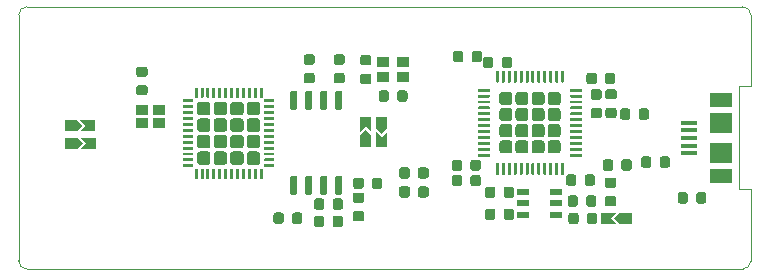
<source format=gtp>
%TF.GenerationSoftware,KiCad,Pcbnew,(5.1.5)-3*%
%TF.CreationDate,2020-06-07T22:11:54-07:00*%
%TF.ProjectId,UPduino_v3.0,55506475-696e-46f5-9f76-332e302e6b69,3.0*%
%TF.SameCoordinates,Original*%
%TF.FileFunction,Paste,Top*%
%TF.FilePolarity,Positive*%
%FSLAX46Y46*%
G04 Gerber Fmt 4.6, Leading zero omitted, Abs format (unit mm)*
G04 Created by KiCad (PCBNEW (5.1.5)-3) date 2020-06-07 22:11:54*
%MOMM*%
%LPD*%
G04 APERTURE LIST*
%ADD10C,0.050000*%
%ADD11R,1.000000X0.900000*%
%ADD12C,0.100000*%
%ADD13R,1.100000X0.900000*%
%ADD14R,1.100000X0.600000*%
%ADD15R,0.100000X0.500000*%
%ADD16R,1.900000X1.260000*%
%ADD17R,1.900000X1.800000*%
%ADD18R,1.350000X0.400000*%
G04 APERTURE END LIST*
D10*
X100000000Y-78480000D02*
G75*
G02X100700000Y-77780000I700000J0D01*
G01*
X161300000Y-77780000D02*
G75*
G02X162000000Y-78480000I0J-700000D01*
G01*
X162000000Y-99300000D02*
G75*
G02X161300000Y-100000000I-700000J0D01*
G01*
X100700000Y-100000000D02*
G75*
G02X100000000Y-99300000I0J700000D01*
G01*
X162000000Y-93200000D02*
X161000000Y-93200000D01*
X162000000Y-84500000D02*
X161000000Y-84500000D01*
X161000000Y-93200000D02*
X161000000Y-84500000D01*
X162000000Y-99300000D02*
X162000000Y-93200000D01*
X100000000Y-78480000D02*
X100000000Y-99300000D01*
X161300000Y-77780000D02*
X100700000Y-77780000D01*
X162000000Y-84500000D02*
X162000000Y-78480000D01*
X100700000Y-100000000D02*
X161300000Y-100000000D01*
D11*
X110426000Y-87596000D03*
X111926000Y-87596000D03*
X111926000Y-86496000D03*
X110426000Y-86496000D03*
D12*
G36*
X127277503Y-92097922D02*
G01*
X127292064Y-92100082D01*
X127306343Y-92103659D01*
X127320203Y-92108618D01*
X127333510Y-92114912D01*
X127346136Y-92122480D01*
X127357959Y-92131248D01*
X127368866Y-92141134D01*
X127378752Y-92152041D01*
X127387520Y-92163864D01*
X127395088Y-92176490D01*
X127401382Y-92189797D01*
X127406341Y-92203657D01*
X127409918Y-92217936D01*
X127412078Y-92232497D01*
X127412800Y-92247200D01*
X127412800Y-93547200D01*
X127412078Y-93561903D01*
X127409918Y-93576464D01*
X127406341Y-93590743D01*
X127401382Y-93604603D01*
X127395088Y-93617910D01*
X127387520Y-93630536D01*
X127378752Y-93642359D01*
X127368866Y-93653266D01*
X127357959Y-93663152D01*
X127346136Y-93671920D01*
X127333510Y-93679488D01*
X127320203Y-93685782D01*
X127306343Y-93690741D01*
X127292064Y-93694318D01*
X127277503Y-93696478D01*
X127262800Y-93697200D01*
X126962800Y-93697200D01*
X126948097Y-93696478D01*
X126933536Y-93694318D01*
X126919257Y-93690741D01*
X126905397Y-93685782D01*
X126892090Y-93679488D01*
X126879464Y-93671920D01*
X126867641Y-93663152D01*
X126856734Y-93653266D01*
X126846848Y-93642359D01*
X126838080Y-93630536D01*
X126830512Y-93617910D01*
X126824218Y-93604603D01*
X126819259Y-93590743D01*
X126815682Y-93576464D01*
X126813522Y-93561903D01*
X126812800Y-93547200D01*
X126812800Y-92247200D01*
X126813522Y-92232497D01*
X126815682Y-92217936D01*
X126819259Y-92203657D01*
X126824218Y-92189797D01*
X126830512Y-92176490D01*
X126838080Y-92163864D01*
X126846848Y-92152041D01*
X126856734Y-92141134D01*
X126867641Y-92131248D01*
X126879464Y-92122480D01*
X126892090Y-92114912D01*
X126905397Y-92108618D01*
X126919257Y-92103659D01*
X126933536Y-92100082D01*
X126948097Y-92097922D01*
X126962800Y-92097200D01*
X127262800Y-92097200D01*
X127277503Y-92097922D01*
G37*
G36*
X126007503Y-92097922D02*
G01*
X126022064Y-92100082D01*
X126036343Y-92103659D01*
X126050203Y-92108618D01*
X126063510Y-92114912D01*
X126076136Y-92122480D01*
X126087959Y-92131248D01*
X126098866Y-92141134D01*
X126108752Y-92152041D01*
X126117520Y-92163864D01*
X126125088Y-92176490D01*
X126131382Y-92189797D01*
X126136341Y-92203657D01*
X126139918Y-92217936D01*
X126142078Y-92232497D01*
X126142800Y-92247200D01*
X126142800Y-93547200D01*
X126142078Y-93561903D01*
X126139918Y-93576464D01*
X126136341Y-93590743D01*
X126131382Y-93604603D01*
X126125088Y-93617910D01*
X126117520Y-93630536D01*
X126108752Y-93642359D01*
X126098866Y-93653266D01*
X126087959Y-93663152D01*
X126076136Y-93671920D01*
X126063510Y-93679488D01*
X126050203Y-93685782D01*
X126036343Y-93690741D01*
X126022064Y-93694318D01*
X126007503Y-93696478D01*
X125992800Y-93697200D01*
X125692800Y-93697200D01*
X125678097Y-93696478D01*
X125663536Y-93694318D01*
X125649257Y-93690741D01*
X125635397Y-93685782D01*
X125622090Y-93679488D01*
X125609464Y-93671920D01*
X125597641Y-93663152D01*
X125586734Y-93653266D01*
X125576848Y-93642359D01*
X125568080Y-93630536D01*
X125560512Y-93617910D01*
X125554218Y-93604603D01*
X125549259Y-93590743D01*
X125545682Y-93576464D01*
X125543522Y-93561903D01*
X125542800Y-93547200D01*
X125542800Y-92247200D01*
X125543522Y-92232497D01*
X125545682Y-92217936D01*
X125549259Y-92203657D01*
X125554218Y-92189797D01*
X125560512Y-92176490D01*
X125568080Y-92163864D01*
X125576848Y-92152041D01*
X125586734Y-92141134D01*
X125597641Y-92131248D01*
X125609464Y-92122480D01*
X125622090Y-92114912D01*
X125635397Y-92108618D01*
X125649257Y-92103659D01*
X125663536Y-92100082D01*
X125678097Y-92097922D01*
X125692800Y-92097200D01*
X125992800Y-92097200D01*
X126007503Y-92097922D01*
G37*
G36*
X124737503Y-92097922D02*
G01*
X124752064Y-92100082D01*
X124766343Y-92103659D01*
X124780203Y-92108618D01*
X124793510Y-92114912D01*
X124806136Y-92122480D01*
X124817959Y-92131248D01*
X124828866Y-92141134D01*
X124838752Y-92152041D01*
X124847520Y-92163864D01*
X124855088Y-92176490D01*
X124861382Y-92189797D01*
X124866341Y-92203657D01*
X124869918Y-92217936D01*
X124872078Y-92232497D01*
X124872800Y-92247200D01*
X124872800Y-93547200D01*
X124872078Y-93561903D01*
X124869918Y-93576464D01*
X124866341Y-93590743D01*
X124861382Y-93604603D01*
X124855088Y-93617910D01*
X124847520Y-93630536D01*
X124838752Y-93642359D01*
X124828866Y-93653266D01*
X124817959Y-93663152D01*
X124806136Y-93671920D01*
X124793510Y-93679488D01*
X124780203Y-93685782D01*
X124766343Y-93690741D01*
X124752064Y-93694318D01*
X124737503Y-93696478D01*
X124722800Y-93697200D01*
X124422800Y-93697200D01*
X124408097Y-93696478D01*
X124393536Y-93694318D01*
X124379257Y-93690741D01*
X124365397Y-93685782D01*
X124352090Y-93679488D01*
X124339464Y-93671920D01*
X124327641Y-93663152D01*
X124316734Y-93653266D01*
X124306848Y-93642359D01*
X124298080Y-93630536D01*
X124290512Y-93617910D01*
X124284218Y-93604603D01*
X124279259Y-93590743D01*
X124275682Y-93576464D01*
X124273522Y-93561903D01*
X124272800Y-93547200D01*
X124272800Y-92247200D01*
X124273522Y-92232497D01*
X124275682Y-92217936D01*
X124279259Y-92203657D01*
X124284218Y-92189797D01*
X124290512Y-92176490D01*
X124298080Y-92163864D01*
X124306848Y-92152041D01*
X124316734Y-92141134D01*
X124327641Y-92131248D01*
X124339464Y-92122480D01*
X124352090Y-92114912D01*
X124365397Y-92108618D01*
X124379257Y-92103659D01*
X124393536Y-92100082D01*
X124408097Y-92097922D01*
X124422800Y-92097200D01*
X124722800Y-92097200D01*
X124737503Y-92097922D01*
G37*
G36*
X123467503Y-92097922D02*
G01*
X123482064Y-92100082D01*
X123496343Y-92103659D01*
X123510203Y-92108618D01*
X123523510Y-92114912D01*
X123536136Y-92122480D01*
X123547959Y-92131248D01*
X123558866Y-92141134D01*
X123568752Y-92152041D01*
X123577520Y-92163864D01*
X123585088Y-92176490D01*
X123591382Y-92189797D01*
X123596341Y-92203657D01*
X123599918Y-92217936D01*
X123602078Y-92232497D01*
X123602800Y-92247200D01*
X123602800Y-93547200D01*
X123602078Y-93561903D01*
X123599918Y-93576464D01*
X123596341Y-93590743D01*
X123591382Y-93604603D01*
X123585088Y-93617910D01*
X123577520Y-93630536D01*
X123568752Y-93642359D01*
X123558866Y-93653266D01*
X123547959Y-93663152D01*
X123536136Y-93671920D01*
X123523510Y-93679488D01*
X123510203Y-93685782D01*
X123496343Y-93690741D01*
X123482064Y-93694318D01*
X123467503Y-93696478D01*
X123452800Y-93697200D01*
X123152800Y-93697200D01*
X123138097Y-93696478D01*
X123123536Y-93694318D01*
X123109257Y-93690741D01*
X123095397Y-93685782D01*
X123082090Y-93679488D01*
X123069464Y-93671920D01*
X123057641Y-93663152D01*
X123046734Y-93653266D01*
X123036848Y-93642359D01*
X123028080Y-93630536D01*
X123020512Y-93617910D01*
X123014218Y-93604603D01*
X123009259Y-93590743D01*
X123005682Y-93576464D01*
X123003522Y-93561903D01*
X123002800Y-93547200D01*
X123002800Y-92247200D01*
X123003522Y-92232497D01*
X123005682Y-92217936D01*
X123009259Y-92203657D01*
X123014218Y-92189797D01*
X123020512Y-92176490D01*
X123028080Y-92163864D01*
X123036848Y-92152041D01*
X123046734Y-92141134D01*
X123057641Y-92131248D01*
X123069464Y-92122480D01*
X123082090Y-92114912D01*
X123095397Y-92108618D01*
X123109257Y-92103659D01*
X123123536Y-92100082D01*
X123138097Y-92097922D01*
X123152800Y-92097200D01*
X123452800Y-92097200D01*
X123467503Y-92097922D01*
G37*
G36*
X123467503Y-84897922D02*
G01*
X123482064Y-84900082D01*
X123496343Y-84903659D01*
X123510203Y-84908618D01*
X123523510Y-84914912D01*
X123536136Y-84922480D01*
X123547959Y-84931248D01*
X123558866Y-84941134D01*
X123568752Y-84952041D01*
X123577520Y-84963864D01*
X123585088Y-84976490D01*
X123591382Y-84989797D01*
X123596341Y-85003657D01*
X123599918Y-85017936D01*
X123602078Y-85032497D01*
X123602800Y-85047200D01*
X123602800Y-86347200D01*
X123602078Y-86361903D01*
X123599918Y-86376464D01*
X123596341Y-86390743D01*
X123591382Y-86404603D01*
X123585088Y-86417910D01*
X123577520Y-86430536D01*
X123568752Y-86442359D01*
X123558866Y-86453266D01*
X123547959Y-86463152D01*
X123536136Y-86471920D01*
X123523510Y-86479488D01*
X123510203Y-86485782D01*
X123496343Y-86490741D01*
X123482064Y-86494318D01*
X123467503Y-86496478D01*
X123452800Y-86497200D01*
X123152800Y-86497200D01*
X123138097Y-86496478D01*
X123123536Y-86494318D01*
X123109257Y-86490741D01*
X123095397Y-86485782D01*
X123082090Y-86479488D01*
X123069464Y-86471920D01*
X123057641Y-86463152D01*
X123046734Y-86453266D01*
X123036848Y-86442359D01*
X123028080Y-86430536D01*
X123020512Y-86417910D01*
X123014218Y-86404603D01*
X123009259Y-86390743D01*
X123005682Y-86376464D01*
X123003522Y-86361903D01*
X123002800Y-86347200D01*
X123002800Y-85047200D01*
X123003522Y-85032497D01*
X123005682Y-85017936D01*
X123009259Y-85003657D01*
X123014218Y-84989797D01*
X123020512Y-84976490D01*
X123028080Y-84963864D01*
X123036848Y-84952041D01*
X123046734Y-84941134D01*
X123057641Y-84931248D01*
X123069464Y-84922480D01*
X123082090Y-84914912D01*
X123095397Y-84908618D01*
X123109257Y-84903659D01*
X123123536Y-84900082D01*
X123138097Y-84897922D01*
X123152800Y-84897200D01*
X123452800Y-84897200D01*
X123467503Y-84897922D01*
G37*
G36*
X124737503Y-84897922D02*
G01*
X124752064Y-84900082D01*
X124766343Y-84903659D01*
X124780203Y-84908618D01*
X124793510Y-84914912D01*
X124806136Y-84922480D01*
X124817959Y-84931248D01*
X124828866Y-84941134D01*
X124838752Y-84952041D01*
X124847520Y-84963864D01*
X124855088Y-84976490D01*
X124861382Y-84989797D01*
X124866341Y-85003657D01*
X124869918Y-85017936D01*
X124872078Y-85032497D01*
X124872800Y-85047200D01*
X124872800Y-86347200D01*
X124872078Y-86361903D01*
X124869918Y-86376464D01*
X124866341Y-86390743D01*
X124861382Y-86404603D01*
X124855088Y-86417910D01*
X124847520Y-86430536D01*
X124838752Y-86442359D01*
X124828866Y-86453266D01*
X124817959Y-86463152D01*
X124806136Y-86471920D01*
X124793510Y-86479488D01*
X124780203Y-86485782D01*
X124766343Y-86490741D01*
X124752064Y-86494318D01*
X124737503Y-86496478D01*
X124722800Y-86497200D01*
X124422800Y-86497200D01*
X124408097Y-86496478D01*
X124393536Y-86494318D01*
X124379257Y-86490741D01*
X124365397Y-86485782D01*
X124352090Y-86479488D01*
X124339464Y-86471920D01*
X124327641Y-86463152D01*
X124316734Y-86453266D01*
X124306848Y-86442359D01*
X124298080Y-86430536D01*
X124290512Y-86417910D01*
X124284218Y-86404603D01*
X124279259Y-86390743D01*
X124275682Y-86376464D01*
X124273522Y-86361903D01*
X124272800Y-86347200D01*
X124272800Y-85047200D01*
X124273522Y-85032497D01*
X124275682Y-85017936D01*
X124279259Y-85003657D01*
X124284218Y-84989797D01*
X124290512Y-84976490D01*
X124298080Y-84963864D01*
X124306848Y-84952041D01*
X124316734Y-84941134D01*
X124327641Y-84931248D01*
X124339464Y-84922480D01*
X124352090Y-84914912D01*
X124365397Y-84908618D01*
X124379257Y-84903659D01*
X124393536Y-84900082D01*
X124408097Y-84897922D01*
X124422800Y-84897200D01*
X124722800Y-84897200D01*
X124737503Y-84897922D01*
G37*
G36*
X126007503Y-84897922D02*
G01*
X126022064Y-84900082D01*
X126036343Y-84903659D01*
X126050203Y-84908618D01*
X126063510Y-84914912D01*
X126076136Y-84922480D01*
X126087959Y-84931248D01*
X126098866Y-84941134D01*
X126108752Y-84952041D01*
X126117520Y-84963864D01*
X126125088Y-84976490D01*
X126131382Y-84989797D01*
X126136341Y-85003657D01*
X126139918Y-85017936D01*
X126142078Y-85032497D01*
X126142800Y-85047200D01*
X126142800Y-86347200D01*
X126142078Y-86361903D01*
X126139918Y-86376464D01*
X126136341Y-86390743D01*
X126131382Y-86404603D01*
X126125088Y-86417910D01*
X126117520Y-86430536D01*
X126108752Y-86442359D01*
X126098866Y-86453266D01*
X126087959Y-86463152D01*
X126076136Y-86471920D01*
X126063510Y-86479488D01*
X126050203Y-86485782D01*
X126036343Y-86490741D01*
X126022064Y-86494318D01*
X126007503Y-86496478D01*
X125992800Y-86497200D01*
X125692800Y-86497200D01*
X125678097Y-86496478D01*
X125663536Y-86494318D01*
X125649257Y-86490741D01*
X125635397Y-86485782D01*
X125622090Y-86479488D01*
X125609464Y-86471920D01*
X125597641Y-86463152D01*
X125586734Y-86453266D01*
X125576848Y-86442359D01*
X125568080Y-86430536D01*
X125560512Y-86417910D01*
X125554218Y-86404603D01*
X125549259Y-86390743D01*
X125545682Y-86376464D01*
X125543522Y-86361903D01*
X125542800Y-86347200D01*
X125542800Y-85047200D01*
X125543522Y-85032497D01*
X125545682Y-85017936D01*
X125549259Y-85003657D01*
X125554218Y-84989797D01*
X125560512Y-84976490D01*
X125568080Y-84963864D01*
X125576848Y-84952041D01*
X125586734Y-84941134D01*
X125597641Y-84931248D01*
X125609464Y-84922480D01*
X125622090Y-84914912D01*
X125635397Y-84908618D01*
X125649257Y-84903659D01*
X125663536Y-84900082D01*
X125678097Y-84897922D01*
X125692800Y-84897200D01*
X125992800Y-84897200D01*
X126007503Y-84897922D01*
G37*
G36*
X127277503Y-84897922D02*
G01*
X127292064Y-84900082D01*
X127306343Y-84903659D01*
X127320203Y-84908618D01*
X127333510Y-84914912D01*
X127346136Y-84922480D01*
X127357959Y-84931248D01*
X127368866Y-84941134D01*
X127378752Y-84952041D01*
X127387520Y-84963864D01*
X127395088Y-84976490D01*
X127401382Y-84989797D01*
X127406341Y-85003657D01*
X127409918Y-85017936D01*
X127412078Y-85032497D01*
X127412800Y-85047200D01*
X127412800Y-86347200D01*
X127412078Y-86361903D01*
X127409918Y-86376464D01*
X127406341Y-86390743D01*
X127401382Y-86404603D01*
X127395088Y-86417910D01*
X127387520Y-86430536D01*
X127378752Y-86442359D01*
X127368866Y-86453266D01*
X127357959Y-86463152D01*
X127346136Y-86471920D01*
X127333510Y-86479488D01*
X127320203Y-86485782D01*
X127306343Y-86490741D01*
X127292064Y-86494318D01*
X127277503Y-86496478D01*
X127262800Y-86497200D01*
X126962800Y-86497200D01*
X126948097Y-86496478D01*
X126933536Y-86494318D01*
X126919257Y-86490741D01*
X126905397Y-86485782D01*
X126892090Y-86479488D01*
X126879464Y-86471920D01*
X126867641Y-86463152D01*
X126856734Y-86453266D01*
X126846848Y-86442359D01*
X126838080Y-86430536D01*
X126830512Y-86417910D01*
X126824218Y-86404603D01*
X126819259Y-86390743D01*
X126815682Y-86376464D01*
X126813522Y-86361903D01*
X126812800Y-86347200D01*
X126812800Y-85047200D01*
X126813522Y-85032497D01*
X126815682Y-85017936D01*
X126819259Y-85003657D01*
X126824218Y-84989797D01*
X126830512Y-84976490D01*
X126838080Y-84963864D01*
X126846848Y-84952041D01*
X126856734Y-84941134D01*
X126867641Y-84931248D01*
X126879464Y-84922480D01*
X126892090Y-84914912D01*
X126905397Y-84908618D01*
X126919257Y-84903659D01*
X126933536Y-84900082D01*
X126948097Y-84897922D01*
X126962800Y-84897200D01*
X127262800Y-84897200D01*
X127277503Y-84897922D01*
G37*
G36*
X134547691Y-91436053D02*
G01*
X134568926Y-91439203D01*
X134589750Y-91444419D01*
X134609962Y-91451651D01*
X134629368Y-91460830D01*
X134647781Y-91471866D01*
X134665024Y-91484654D01*
X134680930Y-91499070D01*
X134695346Y-91514976D01*
X134708134Y-91532219D01*
X134719170Y-91550632D01*
X134728349Y-91570038D01*
X134735581Y-91590250D01*
X134740797Y-91611074D01*
X134743947Y-91632309D01*
X134745000Y-91653750D01*
X134745000Y-92091250D01*
X134743947Y-92112691D01*
X134740797Y-92133926D01*
X134735581Y-92154750D01*
X134728349Y-92174962D01*
X134719170Y-92194368D01*
X134708134Y-92212781D01*
X134695346Y-92230024D01*
X134680930Y-92245930D01*
X134665024Y-92260346D01*
X134647781Y-92273134D01*
X134629368Y-92284170D01*
X134609962Y-92293349D01*
X134589750Y-92300581D01*
X134568926Y-92305797D01*
X134547691Y-92308947D01*
X134526250Y-92310000D01*
X134013750Y-92310000D01*
X133992309Y-92308947D01*
X133971074Y-92305797D01*
X133950250Y-92300581D01*
X133930038Y-92293349D01*
X133910632Y-92284170D01*
X133892219Y-92273134D01*
X133874976Y-92260346D01*
X133859070Y-92245930D01*
X133844654Y-92230024D01*
X133831866Y-92212781D01*
X133820830Y-92194368D01*
X133811651Y-92174962D01*
X133804419Y-92154750D01*
X133799203Y-92133926D01*
X133796053Y-92112691D01*
X133795000Y-92091250D01*
X133795000Y-91653750D01*
X133796053Y-91632309D01*
X133799203Y-91611074D01*
X133804419Y-91590250D01*
X133811651Y-91570038D01*
X133820830Y-91550632D01*
X133831866Y-91532219D01*
X133844654Y-91514976D01*
X133859070Y-91499070D01*
X133874976Y-91484654D01*
X133892219Y-91471866D01*
X133910632Y-91460830D01*
X133930038Y-91451651D01*
X133950250Y-91444419D01*
X133971074Y-91439203D01*
X133992309Y-91436053D01*
X134013750Y-91435000D01*
X134526250Y-91435000D01*
X134547691Y-91436053D01*
G37*
G36*
X134547691Y-93011053D02*
G01*
X134568926Y-93014203D01*
X134589750Y-93019419D01*
X134609962Y-93026651D01*
X134629368Y-93035830D01*
X134647781Y-93046866D01*
X134665024Y-93059654D01*
X134680930Y-93074070D01*
X134695346Y-93089976D01*
X134708134Y-93107219D01*
X134719170Y-93125632D01*
X134728349Y-93145038D01*
X134735581Y-93165250D01*
X134740797Y-93186074D01*
X134743947Y-93207309D01*
X134745000Y-93228750D01*
X134745000Y-93666250D01*
X134743947Y-93687691D01*
X134740797Y-93708926D01*
X134735581Y-93729750D01*
X134728349Y-93749962D01*
X134719170Y-93769368D01*
X134708134Y-93787781D01*
X134695346Y-93805024D01*
X134680930Y-93820930D01*
X134665024Y-93835346D01*
X134647781Y-93848134D01*
X134629368Y-93859170D01*
X134609962Y-93868349D01*
X134589750Y-93875581D01*
X134568926Y-93880797D01*
X134547691Y-93883947D01*
X134526250Y-93885000D01*
X134013750Y-93885000D01*
X133992309Y-93883947D01*
X133971074Y-93880797D01*
X133950250Y-93875581D01*
X133930038Y-93868349D01*
X133910632Y-93859170D01*
X133892219Y-93848134D01*
X133874976Y-93835346D01*
X133859070Y-93820930D01*
X133844654Y-93805024D01*
X133831866Y-93787781D01*
X133820830Y-93769368D01*
X133811651Y-93749962D01*
X133804419Y-93729750D01*
X133799203Y-93708926D01*
X133796053Y-93687691D01*
X133795000Y-93666250D01*
X133795000Y-93228750D01*
X133796053Y-93207309D01*
X133799203Y-93186074D01*
X133804419Y-93165250D01*
X133811651Y-93145038D01*
X133820830Y-93125632D01*
X133831866Y-93107219D01*
X133844654Y-93089976D01*
X133859070Y-93074070D01*
X133874976Y-93059654D01*
X133892219Y-93046866D01*
X133910632Y-93035830D01*
X133930038Y-93026651D01*
X133950250Y-93019419D01*
X133971074Y-93014203D01*
X133992309Y-93011053D01*
X134013750Y-93010000D01*
X134526250Y-93010000D01*
X134547691Y-93011053D01*
G37*
G36*
X134477691Y-91386053D02*
G01*
X134498926Y-91389203D01*
X134519750Y-91394419D01*
X134539962Y-91401651D01*
X134559368Y-91410830D01*
X134577781Y-91421866D01*
X134595024Y-91434654D01*
X134610930Y-91449070D01*
X134625346Y-91464976D01*
X134638134Y-91482219D01*
X134649170Y-91500632D01*
X134658349Y-91520038D01*
X134665581Y-91540250D01*
X134670797Y-91561074D01*
X134673947Y-91582309D01*
X134675000Y-91603750D01*
X134675000Y-92116250D01*
X134673947Y-92137691D01*
X134670797Y-92158926D01*
X134665581Y-92179750D01*
X134658349Y-92199962D01*
X134649170Y-92219368D01*
X134638134Y-92237781D01*
X134625346Y-92255024D01*
X134610930Y-92270930D01*
X134595024Y-92285346D01*
X134577781Y-92298134D01*
X134559368Y-92309170D01*
X134539962Y-92318349D01*
X134519750Y-92325581D01*
X134498926Y-92330797D01*
X134477691Y-92333947D01*
X134456250Y-92335000D01*
X134018750Y-92335000D01*
X133997309Y-92333947D01*
X133976074Y-92330797D01*
X133955250Y-92325581D01*
X133935038Y-92318349D01*
X133915632Y-92309170D01*
X133897219Y-92298134D01*
X133879976Y-92285346D01*
X133864070Y-92270930D01*
X133849654Y-92255024D01*
X133836866Y-92237781D01*
X133825830Y-92219368D01*
X133816651Y-92199962D01*
X133809419Y-92179750D01*
X133804203Y-92158926D01*
X133801053Y-92137691D01*
X133800000Y-92116250D01*
X133800000Y-91603750D01*
X133801053Y-91582309D01*
X133804203Y-91561074D01*
X133809419Y-91540250D01*
X133816651Y-91520038D01*
X133825830Y-91500632D01*
X133836866Y-91482219D01*
X133849654Y-91464976D01*
X133864070Y-91449070D01*
X133879976Y-91434654D01*
X133897219Y-91421866D01*
X133915632Y-91410830D01*
X133935038Y-91401651D01*
X133955250Y-91394419D01*
X133976074Y-91389203D01*
X133997309Y-91386053D01*
X134018750Y-91385000D01*
X134456250Y-91385000D01*
X134477691Y-91386053D01*
G37*
G36*
X132902691Y-91386053D02*
G01*
X132923926Y-91389203D01*
X132944750Y-91394419D01*
X132964962Y-91401651D01*
X132984368Y-91410830D01*
X133002781Y-91421866D01*
X133020024Y-91434654D01*
X133035930Y-91449070D01*
X133050346Y-91464976D01*
X133063134Y-91482219D01*
X133074170Y-91500632D01*
X133083349Y-91520038D01*
X133090581Y-91540250D01*
X133095797Y-91561074D01*
X133098947Y-91582309D01*
X133100000Y-91603750D01*
X133100000Y-92116250D01*
X133098947Y-92137691D01*
X133095797Y-92158926D01*
X133090581Y-92179750D01*
X133083349Y-92199962D01*
X133074170Y-92219368D01*
X133063134Y-92237781D01*
X133050346Y-92255024D01*
X133035930Y-92270930D01*
X133020024Y-92285346D01*
X133002781Y-92298134D01*
X132984368Y-92309170D01*
X132964962Y-92318349D01*
X132944750Y-92325581D01*
X132923926Y-92330797D01*
X132902691Y-92333947D01*
X132881250Y-92335000D01*
X132443750Y-92335000D01*
X132422309Y-92333947D01*
X132401074Y-92330797D01*
X132380250Y-92325581D01*
X132360038Y-92318349D01*
X132340632Y-92309170D01*
X132322219Y-92298134D01*
X132304976Y-92285346D01*
X132289070Y-92270930D01*
X132274654Y-92255024D01*
X132261866Y-92237781D01*
X132250830Y-92219368D01*
X132241651Y-92199962D01*
X132234419Y-92179750D01*
X132229203Y-92158926D01*
X132226053Y-92137691D01*
X132225000Y-92116250D01*
X132225000Y-91603750D01*
X132226053Y-91582309D01*
X132229203Y-91561074D01*
X132234419Y-91540250D01*
X132241651Y-91520038D01*
X132250830Y-91500632D01*
X132261866Y-91482219D01*
X132274654Y-91464976D01*
X132289070Y-91449070D01*
X132304976Y-91434654D01*
X132322219Y-91421866D01*
X132340632Y-91410830D01*
X132360038Y-91401651D01*
X132380250Y-91394419D01*
X132401074Y-91389203D01*
X132422309Y-91386053D01*
X132443750Y-91385000D01*
X132881250Y-91385000D01*
X132902691Y-91386053D01*
G37*
G36*
X134487691Y-92996053D02*
G01*
X134508926Y-92999203D01*
X134529750Y-93004419D01*
X134549962Y-93011651D01*
X134569368Y-93020830D01*
X134587781Y-93031866D01*
X134605024Y-93044654D01*
X134620930Y-93059070D01*
X134635346Y-93074976D01*
X134648134Y-93092219D01*
X134659170Y-93110632D01*
X134668349Y-93130038D01*
X134675581Y-93150250D01*
X134680797Y-93171074D01*
X134683947Y-93192309D01*
X134685000Y-93213750D01*
X134685000Y-93726250D01*
X134683947Y-93747691D01*
X134680797Y-93768926D01*
X134675581Y-93789750D01*
X134668349Y-93809962D01*
X134659170Y-93829368D01*
X134648134Y-93847781D01*
X134635346Y-93865024D01*
X134620930Y-93880930D01*
X134605024Y-93895346D01*
X134587781Y-93908134D01*
X134569368Y-93919170D01*
X134549962Y-93928349D01*
X134529750Y-93935581D01*
X134508926Y-93940797D01*
X134487691Y-93943947D01*
X134466250Y-93945000D01*
X134028750Y-93945000D01*
X134007309Y-93943947D01*
X133986074Y-93940797D01*
X133965250Y-93935581D01*
X133945038Y-93928349D01*
X133925632Y-93919170D01*
X133907219Y-93908134D01*
X133889976Y-93895346D01*
X133874070Y-93880930D01*
X133859654Y-93865024D01*
X133846866Y-93847781D01*
X133835830Y-93829368D01*
X133826651Y-93809962D01*
X133819419Y-93789750D01*
X133814203Y-93768926D01*
X133811053Y-93747691D01*
X133810000Y-93726250D01*
X133810000Y-93213750D01*
X133811053Y-93192309D01*
X133814203Y-93171074D01*
X133819419Y-93150250D01*
X133826651Y-93130038D01*
X133835830Y-93110632D01*
X133846866Y-93092219D01*
X133859654Y-93074976D01*
X133874070Y-93059070D01*
X133889976Y-93044654D01*
X133907219Y-93031866D01*
X133925632Y-93020830D01*
X133945038Y-93011651D01*
X133965250Y-93004419D01*
X133986074Y-92999203D01*
X134007309Y-92996053D01*
X134028750Y-92995000D01*
X134466250Y-92995000D01*
X134487691Y-92996053D01*
G37*
G36*
X132912691Y-92996053D02*
G01*
X132933926Y-92999203D01*
X132954750Y-93004419D01*
X132974962Y-93011651D01*
X132994368Y-93020830D01*
X133012781Y-93031866D01*
X133030024Y-93044654D01*
X133045930Y-93059070D01*
X133060346Y-93074976D01*
X133073134Y-93092219D01*
X133084170Y-93110632D01*
X133093349Y-93130038D01*
X133100581Y-93150250D01*
X133105797Y-93171074D01*
X133108947Y-93192309D01*
X133110000Y-93213750D01*
X133110000Y-93726250D01*
X133108947Y-93747691D01*
X133105797Y-93768926D01*
X133100581Y-93789750D01*
X133093349Y-93809962D01*
X133084170Y-93829368D01*
X133073134Y-93847781D01*
X133060346Y-93865024D01*
X133045930Y-93880930D01*
X133030024Y-93895346D01*
X133012781Y-93908134D01*
X132994368Y-93919170D01*
X132974962Y-93928349D01*
X132954750Y-93935581D01*
X132933926Y-93940797D01*
X132912691Y-93943947D01*
X132891250Y-93945000D01*
X132453750Y-93945000D01*
X132432309Y-93943947D01*
X132411074Y-93940797D01*
X132390250Y-93935581D01*
X132370038Y-93928349D01*
X132350632Y-93919170D01*
X132332219Y-93908134D01*
X132314976Y-93895346D01*
X132299070Y-93880930D01*
X132284654Y-93865024D01*
X132271866Y-93847781D01*
X132260830Y-93829368D01*
X132251651Y-93809962D01*
X132244419Y-93789750D01*
X132239203Y-93768926D01*
X132236053Y-93747691D01*
X132235000Y-93726250D01*
X132235000Y-93213750D01*
X132236053Y-93192309D01*
X132239203Y-93171074D01*
X132244419Y-93150250D01*
X132251651Y-93130038D01*
X132260830Y-93110632D01*
X132271866Y-93092219D01*
X132284654Y-93074976D01*
X132299070Y-93059070D01*
X132314976Y-93044654D01*
X132332219Y-93031866D01*
X132350632Y-93020830D01*
X132370038Y-93011651D01*
X132390250Y-93004419D01*
X132411074Y-92999203D01*
X132432309Y-92996053D01*
X132453750Y-92995000D01*
X132891250Y-92995000D01*
X132912691Y-92996053D01*
G37*
G36*
X132947691Y-91426053D02*
G01*
X132968926Y-91429203D01*
X132989750Y-91434419D01*
X133009962Y-91441651D01*
X133029368Y-91450830D01*
X133047781Y-91461866D01*
X133065024Y-91474654D01*
X133080930Y-91489070D01*
X133095346Y-91504976D01*
X133108134Y-91522219D01*
X133119170Y-91540632D01*
X133128349Y-91560038D01*
X133135581Y-91580250D01*
X133140797Y-91601074D01*
X133143947Y-91622309D01*
X133145000Y-91643750D01*
X133145000Y-92081250D01*
X133143947Y-92102691D01*
X133140797Y-92123926D01*
X133135581Y-92144750D01*
X133128349Y-92164962D01*
X133119170Y-92184368D01*
X133108134Y-92202781D01*
X133095346Y-92220024D01*
X133080930Y-92235930D01*
X133065024Y-92250346D01*
X133047781Y-92263134D01*
X133029368Y-92274170D01*
X133009962Y-92283349D01*
X132989750Y-92290581D01*
X132968926Y-92295797D01*
X132947691Y-92298947D01*
X132926250Y-92300000D01*
X132413750Y-92300000D01*
X132392309Y-92298947D01*
X132371074Y-92295797D01*
X132350250Y-92290581D01*
X132330038Y-92283349D01*
X132310632Y-92274170D01*
X132292219Y-92263134D01*
X132274976Y-92250346D01*
X132259070Y-92235930D01*
X132244654Y-92220024D01*
X132231866Y-92202781D01*
X132220830Y-92184368D01*
X132211651Y-92164962D01*
X132204419Y-92144750D01*
X132199203Y-92123926D01*
X132196053Y-92102691D01*
X132195000Y-92081250D01*
X132195000Y-91643750D01*
X132196053Y-91622309D01*
X132199203Y-91601074D01*
X132204419Y-91580250D01*
X132211651Y-91560038D01*
X132220830Y-91540632D01*
X132231866Y-91522219D01*
X132244654Y-91504976D01*
X132259070Y-91489070D01*
X132274976Y-91474654D01*
X132292219Y-91461866D01*
X132310632Y-91450830D01*
X132330038Y-91441651D01*
X132350250Y-91434419D01*
X132371074Y-91429203D01*
X132392309Y-91426053D01*
X132413750Y-91425000D01*
X132926250Y-91425000D01*
X132947691Y-91426053D01*
G37*
G36*
X132947691Y-93001053D02*
G01*
X132968926Y-93004203D01*
X132989750Y-93009419D01*
X133009962Y-93016651D01*
X133029368Y-93025830D01*
X133047781Y-93036866D01*
X133065024Y-93049654D01*
X133080930Y-93064070D01*
X133095346Y-93079976D01*
X133108134Y-93097219D01*
X133119170Y-93115632D01*
X133128349Y-93135038D01*
X133135581Y-93155250D01*
X133140797Y-93176074D01*
X133143947Y-93197309D01*
X133145000Y-93218750D01*
X133145000Y-93656250D01*
X133143947Y-93677691D01*
X133140797Y-93698926D01*
X133135581Y-93719750D01*
X133128349Y-93739962D01*
X133119170Y-93759368D01*
X133108134Y-93777781D01*
X133095346Y-93795024D01*
X133080930Y-93810930D01*
X133065024Y-93825346D01*
X133047781Y-93838134D01*
X133029368Y-93849170D01*
X133009962Y-93858349D01*
X132989750Y-93865581D01*
X132968926Y-93870797D01*
X132947691Y-93873947D01*
X132926250Y-93875000D01*
X132413750Y-93875000D01*
X132392309Y-93873947D01*
X132371074Y-93870797D01*
X132350250Y-93865581D01*
X132330038Y-93858349D01*
X132310632Y-93849170D01*
X132292219Y-93838134D01*
X132274976Y-93825346D01*
X132259070Y-93810930D01*
X132244654Y-93795024D01*
X132231866Y-93777781D01*
X132220830Y-93759368D01*
X132211651Y-93739962D01*
X132204419Y-93719750D01*
X132199203Y-93698926D01*
X132196053Y-93677691D01*
X132195000Y-93656250D01*
X132195000Y-93218750D01*
X132196053Y-93197309D01*
X132199203Y-93176074D01*
X132204419Y-93155250D01*
X132211651Y-93135038D01*
X132220830Y-93115632D01*
X132231866Y-93097219D01*
X132244654Y-93079976D01*
X132259070Y-93064070D01*
X132274976Y-93049654D01*
X132292219Y-93036866D01*
X132310632Y-93025830D01*
X132330038Y-93016651D01*
X132350250Y-93009419D01*
X132371074Y-93004203D01*
X132392309Y-93001053D01*
X132413750Y-93000000D01*
X132926250Y-93000000D01*
X132947691Y-93001053D01*
G37*
D13*
X130820000Y-82450000D03*
X132550000Y-82450000D03*
X132550000Y-83750000D03*
X130850000Y-83750000D03*
D12*
G36*
X146117026Y-91001501D02*
G01*
X146123093Y-91002401D01*
X146129043Y-91003891D01*
X146134818Y-91005958D01*
X146140362Y-91008580D01*
X146145623Y-91011733D01*
X146150550Y-91015387D01*
X146155094Y-91019506D01*
X146159213Y-91024050D01*
X146162867Y-91028977D01*
X146166020Y-91034238D01*
X146168642Y-91039782D01*
X146170709Y-91045557D01*
X146172199Y-91051507D01*
X146173099Y-91057574D01*
X146173400Y-91063700D01*
X146173400Y-91938700D01*
X146173099Y-91944826D01*
X146172199Y-91950893D01*
X146170709Y-91956843D01*
X146168642Y-91962618D01*
X146166020Y-91968162D01*
X146162867Y-91973423D01*
X146159213Y-91978350D01*
X146155094Y-91982894D01*
X146150550Y-91987013D01*
X146145623Y-91990667D01*
X146140362Y-91993820D01*
X146134818Y-91996442D01*
X146129043Y-91998509D01*
X146123093Y-91999999D01*
X146117026Y-92000899D01*
X146110900Y-92001200D01*
X145985900Y-92001200D01*
X145979774Y-92000899D01*
X145973707Y-91999999D01*
X145967757Y-91998509D01*
X145961982Y-91996442D01*
X145956438Y-91993820D01*
X145951177Y-91990667D01*
X145946250Y-91987013D01*
X145941706Y-91982894D01*
X145937587Y-91978350D01*
X145933933Y-91973423D01*
X145930780Y-91968162D01*
X145928158Y-91962618D01*
X145926091Y-91956843D01*
X145924601Y-91950893D01*
X145923701Y-91944826D01*
X145923400Y-91938700D01*
X145923400Y-91063700D01*
X145923701Y-91057574D01*
X145924601Y-91051507D01*
X145926091Y-91045557D01*
X145928158Y-91039782D01*
X145930780Y-91034238D01*
X145933933Y-91028977D01*
X145937587Y-91024050D01*
X145941706Y-91019506D01*
X145946250Y-91015387D01*
X145951177Y-91011733D01*
X145956438Y-91008580D01*
X145961982Y-91005958D01*
X145967757Y-91003891D01*
X145973707Y-91002401D01*
X145979774Y-91001501D01*
X145985900Y-91001200D01*
X146110900Y-91001200D01*
X146117026Y-91001501D01*
G37*
G36*
X145617026Y-91001501D02*
G01*
X145623093Y-91002401D01*
X145629043Y-91003891D01*
X145634818Y-91005958D01*
X145640362Y-91008580D01*
X145645623Y-91011733D01*
X145650550Y-91015387D01*
X145655094Y-91019506D01*
X145659213Y-91024050D01*
X145662867Y-91028977D01*
X145666020Y-91034238D01*
X145668642Y-91039782D01*
X145670709Y-91045557D01*
X145672199Y-91051507D01*
X145673099Y-91057574D01*
X145673400Y-91063700D01*
X145673400Y-91938700D01*
X145673099Y-91944826D01*
X145672199Y-91950893D01*
X145670709Y-91956843D01*
X145668642Y-91962618D01*
X145666020Y-91968162D01*
X145662867Y-91973423D01*
X145659213Y-91978350D01*
X145655094Y-91982894D01*
X145650550Y-91987013D01*
X145645623Y-91990667D01*
X145640362Y-91993820D01*
X145634818Y-91996442D01*
X145629043Y-91998509D01*
X145623093Y-91999999D01*
X145617026Y-92000899D01*
X145610900Y-92001200D01*
X145485900Y-92001200D01*
X145479774Y-92000899D01*
X145473707Y-91999999D01*
X145467757Y-91998509D01*
X145461982Y-91996442D01*
X145456438Y-91993820D01*
X145451177Y-91990667D01*
X145446250Y-91987013D01*
X145441706Y-91982894D01*
X145437587Y-91978350D01*
X145433933Y-91973423D01*
X145430780Y-91968162D01*
X145428158Y-91962618D01*
X145426091Y-91956843D01*
X145424601Y-91950893D01*
X145423701Y-91944826D01*
X145423400Y-91938700D01*
X145423400Y-91063700D01*
X145423701Y-91057574D01*
X145424601Y-91051507D01*
X145426091Y-91045557D01*
X145428158Y-91039782D01*
X145430780Y-91034238D01*
X145433933Y-91028977D01*
X145437587Y-91024050D01*
X145441706Y-91019506D01*
X145446250Y-91015387D01*
X145451177Y-91011733D01*
X145456438Y-91008580D01*
X145461982Y-91005958D01*
X145467757Y-91003891D01*
X145473707Y-91002401D01*
X145479774Y-91001501D01*
X145485900Y-91001200D01*
X145610900Y-91001200D01*
X145617026Y-91001501D01*
G37*
G36*
X145117026Y-91001501D02*
G01*
X145123093Y-91002401D01*
X145129043Y-91003891D01*
X145134818Y-91005958D01*
X145140362Y-91008580D01*
X145145623Y-91011733D01*
X145150550Y-91015387D01*
X145155094Y-91019506D01*
X145159213Y-91024050D01*
X145162867Y-91028977D01*
X145166020Y-91034238D01*
X145168642Y-91039782D01*
X145170709Y-91045557D01*
X145172199Y-91051507D01*
X145173099Y-91057574D01*
X145173400Y-91063700D01*
X145173400Y-91938700D01*
X145173099Y-91944826D01*
X145172199Y-91950893D01*
X145170709Y-91956843D01*
X145168642Y-91962618D01*
X145166020Y-91968162D01*
X145162867Y-91973423D01*
X145159213Y-91978350D01*
X145155094Y-91982894D01*
X145150550Y-91987013D01*
X145145623Y-91990667D01*
X145140362Y-91993820D01*
X145134818Y-91996442D01*
X145129043Y-91998509D01*
X145123093Y-91999999D01*
X145117026Y-92000899D01*
X145110900Y-92001200D01*
X144985900Y-92001200D01*
X144979774Y-92000899D01*
X144973707Y-91999999D01*
X144967757Y-91998509D01*
X144961982Y-91996442D01*
X144956438Y-91993820D01*
X144951177Y-91990667D01*
X144946250Y-91987013D01*
X144941706Y-91982894D01*
X144937587Y-91978350D01*
X144933933Y-91973423D01*
X144930780Y-91968162D01*
X144928158Y-91962618D01*
X144926091Y-91956843D01*
X144924601Y-91950893D01*
X144923701Y-91944826D01*
X144923400Y-91938700D01*
X144923400Y-91063700D01*
X144923701Y-91057574D01*
X144924601Y-91051507D01*
X144926091Y-91045557D01*
X144928158Y-91039782D01*
X144930780Y-91034238D01*
X144933933Y-91028977D01*
X144937587Y-91024050D01*
X144941706Y-91019506D01*
X144946250Y-91015387D01*
X144951177Y-91011733D01*
X144956438Y-91008580D01*
X144961982Y-91005958D01*
X144967757Y-91003891D01*
X144973707Y-91002401D01*
X144979774Y-91001501D01*
X144985900Y-91001200D01*
X145110900Y-91001200D01*
X145117026Y-91001501D01*
G37*
G36*
X144617026Y-91001501D02*
G01*
X144623093Y-91002401D01*
X144629043Y-91003891D01*
X144634818Y-91005958D01*
X144640362Y-91008580D01*
X144645623Y-91011733D01*
X144650550Y-91015387D01*
X144655094Y-91019506D01*
X144659213Y-91024050D01*
X144662867Y-91028977D01*
X144666020Y-91034238D01*
X144668642Y-91039782D01*
X144670709Y-91045557D01*
X144672199Y-91051507D01*
X144673099Y-91057574D01*
X144673400Y-91063700D01*
X144673400Y-91938700D01*
X144673099Y-91944826D01*
X144672199Y-91950893D01*
X144670709Y-91956843D01*
X144668642Y-91962618D01*
X144666020Y-91968162D01*
X144662867Y-91973423D01*
X144659213Y-91978350D01*
X144655094Y-91982894D01*
X144650550Y-91987013D01*
X144645623Y-91990667D01*
X144640362Y-91993820D01*
X144634818Y-91996442D01*
X144629043Y-91998509D01*
X144623093Y-91999999D01*
X144617026Y-92000899D01*
X144610900Y-92001200D01*
X144485900Y-92001200D01*
X144479774Y-92000899D01*
X144473707Y-91999999D01*
X144467757Y-91998509D01*
X144461982Y-91996442D01*
X144456438Y-91993820D01*
X144451177Y-91990667D01*
X144446250Y-91987013D01*
X144441706Y-91982894D01*
X144437587Y-91978350D01*
X144433933Y-91973423D01*
X144430780Y-91968162D01*
X144428158Y-91962618D01*
X144426091Y-91956843D01*
X144424601Y-91950893D01*
X144423701Y-91944826D01*
X144423400Y-91938700D01*
X144423400Y-91063700D01*
X144423701Y-91057574D01*
X144424601Y-91051507D01*
X144426091Y-91045557D01*
X144428158Y-91039782D01*
X144430780Y-91034238D01*
X144433933Y-91028977D01*
X144437587Y-91024050D01*
X144441706Y-91019506D01*
X144446250Y-91015387D01*
X144451177Y-91011733D01*
X144456438Y-91008580D01*
X144461982Y-91005958D01*
X144467757Y-91003891D01*
X144473707Y-91002401D01*
X144479774Y-91001501D01*
X144485900Y-91001200D01*
X144610900Y-91001200D01*
X144617026Y-91001501D01*
G37*
G36*
X144117026Y-91001501D02*
G01*
X144123093Y-91002401D01*
X144129043Y-91003891D01*
X144134818Y-91005958D01*
X144140362Y-91008580D01*
X144145623Y-91011733D01*
X144150550Y-91015387D01*
X144155094Y-91019506D01*
X144159213Y-91024050D01*
X144162867Y-91028977D01*
X144166020Y-91034238D01*
X144168642Y-91039782D01*
X144170709Y-91045557D01*
X144172199Y-91051507D01*
X144173099Y-91057574D01*
X144173400Y-91063700D01*
X144173400Y-91938700D01*
X144173099Y-91944826D01*
X144172199Y-91950893D01*
X144170709Y-91956843D01*
X144168642Y-91962618D01*
X144166020Y-91968162D01*
X144162867Y-91973423D01*
X144159213Y-91978350D01*
X144155094Y-91982894D01*
X144150550Y-91987013D01*
X144145623Y-91990667D01*
X144140362Y-91993820D01*
X144134818Y-91996442D01*
X144129043Y-91998509D01*
X144123093Y-91999999D01*
X144117026Y-92000899D01*
X144110900Y-92001200D01*
X143985900Y-92001200D01*
X143979774Y-92000899D01*
X143973707Y-91999999D01*
X143967757Y-91998509D01*
X143961982Y-91996442D01*
X143956438Y-91993820D01*
X143951177Y-91990667D01*
X143946250Y-91987013D01*
X143941706Y-91982894D01*
X143937587Y-91978350D01*
X143933933Y-91973423D01*
X143930780Y-91968162D01*
X143928158Y-91962618D01*
X143926091Y-91956843D01*
X143924601Y-91950893D01*
X143923701Y-91944826D01*
X143923400Y-91938700D01*
X143923400Y-91063700D01*
X143923701Y-91057574D01*
X143924601Y-91051507D01*
X143926091Y-91045557D01*
X143928158Y-91039782D01*
X143930780Y-91034238D01*
X143933933Y-91028977D01*
X143937587Y-91024050D01*
X143941706Y-91019506D01*
X143946250Y-91015387D01*
X143951177Y-91011733D01*
X143956438Y-91008580D01*
X143961982Y-91005958D01*
X143967757Y-91003891D01*
X143973707Y-91002401D01*
X143979774Y-91001501D01*
X143985900Y-91001200D01*
X144110900Y-91001200D01*
X144117026Y-91001501D01*
G37*
G36*
X143617026Y-91001501D02*
G01*
X143623093Y-91002401D01*
X143629043Y-91003891D01*
X143634818Y-91005958D01*
X143640362Y-91008580D01*
X143645623Y-91011733D01*
X143650550Y-91015387D01*
X143655094Y-91019506D01*
X143659213Y-91024050D01*
X143662867Y-91028977D01*
X143666020Y-91034238D01*
X143668642Y-91039782D01*
X143670709Y-91045557D01*
X143672199Y-91051507D01*
X143673099Y-91057574D01*
X143673400Y-91063700D01*
X143673400Y-91938700D01*
X143673099Y-91944826D01*
X143672199Y-91950893D01*
X143670709Y-91956843D01*
X143668642Y-91962618D01*
X143666020Y-91968162D01*
X143662867Y-91973423D01*
X143659213Y-91978350D01*
X143655094Y-91982894D01*
X143650550Y-91987013D01*
X143645623Y-91990667D01*
X143640362Y-91993820D01*
X143634818Y-91996442D01*
X143629043Y-91998509D01*
X143623093Y-91999999D01*
X143617026Y-92000899D01*
X143610900Y-92001200D01*
X143485900Y-92001200D01*
X143479774Y-92000899D01*
X143473707Y-91999999D01*
X143467757Y-91998509D01*
X143461982Y-91996442D01*
X143456438Y-91993820D01*
X143451177Y-91990667D01*
X143446250Y-91987013D01*
X143441706Y-91982894D01*
X143437587Y-91978350D01*
X143433933Y-91973423D01*
X143430780Y-91968162D01*
X143428158Y-91962618D01*
X143426091Y-91956843D01*
X143424601Y-91950893D01*
X143423701Y-91944826D01*
X143423400Y-91938700D01*
X143423400Y-91063700D01*
X143423701Y-91057574D01*
X143424601Y-91051507D01*
X143426091Y-91045557D01*
X143428158Y-91039782D01*
X143430780Y-91034238D01*
X143433933Y-91028977D01*
X143437587Y-91024050D01*
X143441706Y-91019506D01*
X143446250Y-91015387D01*
X143451177Y-91011733D01*
X143456438Y-91008580D01*
X143461982Y-91005958D01*
X143467757Y-91003891D01*
X143473707Y-91002401D01*
X143479774Y-91001501D01*
X143485900Y-91001200D01*
X143610900Y-91001200D01*
X143617026Y-91001501D01*
G37*
G36*
X143117026Y-91001501D02*
G01*
X143123093Y-91002401D01*
X143129043Y-91003891D01*
X143134818Y-91005958D01*
X143140362Y-91008580D01*
X143145623Y-91011733D01*
X143150550Y-91015387D01*
X143155094Y-91019506D01*
X143159213Y-91024050D01*
X143162867Y-91028977D01*
X143166020Y-91034238D01*
X143168642Y-91039782D01*
X143170709Y-91045557D01*
X143172199Y-91051507D01*
X143173099Y-91057574D01*
X143173400Y-91063700D01*
X143173400Y-91938700D01*
X143173099Y-91944826D01*
X143172199Y-91950893D01*
X143170709Y-91956843D01*
X143168642Y-91962618D01*
X143166020Y-91968162D01*
X143162867Y-91973423D01*
X143159213Y-91978350D01*
X143155094Y-91982894D01*
X143150550Y-91987013D01*
X143145623Y-91990667D01*
X143140362Y-91993820D01*
X143134818Y-91996442D01*
X143129043Y-91998509D01*
X143123093Y-91999999D01*
X143117026Y-92000899D01*
X143110900Y-92001200D01*
X142985900Y-92001200D01*
X142979774Y-92000899D01*
X142973707Y-91999999D01*
X142967757Y-91998509D01*
X142961982Y-91996442D01*
X142956438Y-91993820D01*
X142951177Y-91990667D01*
X142946250Y-91987013D01*
X142941706Y-91982894D01*
X142937587Y-91978350D01*
X142933933Y-91973423D01*
X142930780Y-91968162D01*
X142928158Y-91962618D01*
X142926091Y-91956843D01*
X142924601Y-91950893D01*
X142923701Y-91944826D01*
X142923400Y-91938700D01*
X142923400Y-91063700D01*
X142923701Y-91057574D01*
X142924601Y-91051507D01*
X142926091Y-91045557D01*
X142928158Y-91039782D01*
X142930780Y-91034238D01*
X142933933Y-91028977D01*
X142937587Y-91024050D01*
X142941706Y-91019506D01*
X142946250Y-91015387D01*
X142951177Y-91011733D01*
X142956438Y-91008580D01*
X142961982Y-91005958D01*
X142967757Y-91003891D01*
X142973707Y-91002401D01*
X142979774Y-91001501D01*
X142985900Y-91001200D01*
X143110900Y-91001200D01*
X143117026Y-91001501D01*
G37*
G36*
X142617026Y-91001501D02*
G01*
X142623093Y-91002401D01*
X142629043Y-91003891D01*
X142634818Y-91005958D01*
X142640362Y-91008580D01*
X142645623Y-91011733D01*
X142650550Y-91015387D01*
X142655094Y-91019506D01*
X142659213Y-91024050D01*
X142662867Y-91028977D01*
X142666020Y-91034238D01*
X142668642Y-91039782D01*
X142670709Y-91045557D01*
X142672199Y-91051507D01*
X142673099Y-91057574D01*
X142673400Y-91063700D01*
X142673400Y-91938700D01*
X142673099Y-91944826D01*
X142672199Y-91950893D01*
X142670709Y-91956843D01*
X142668642Y-91962618D01*
X142666020Y-91968162D01*
X142662867Y-91973423D01*
X142659213Y-91978350D01*
X142655094Y-91982894D01*
X142650550Y-91987013D01*
X142645623Y-91990667D01*
X142640362Y-91993820D01*
X142634818Y-91996442D01*
X142629043Y-91998509D01*
X142623093Y-91999999D01*
X142617026Y-92000899D01*
X142610900Y-92001200D01*
X142485900Y-92001200D01*
X142479774Y-92000899D01*
X142473707Y-91999999D01*
X142467757Y-91998509D01*
X142461982Y-91996442D01*
X142456438Y-91993820D01*
X142451177Y-91990667D01*
X142446250Y-91987013D01*
X142441706Y-91982894D01*
X142437587Y-91978350D01*
X142433933Y-91973423D01*
X142430780Y-91968162D01*
X142428158Y-91962618D01*
X142426091Y-91956843D01*
X142424601Y-91950893D01*
X142423701Y-91944826D01*
X142423400Y-91938700D01*
X142423400Y-91063700D01*
X142423701Y-91057574D01*
X142424601Y-91051507D01*
X142426091Y-91045557D01*
X142428158Y-91039782D01*
X142430780Y-91034238D01*
X142433933Y-91028977D01*
X142437587Y-91024050D01*
X142441706Y-91019506D01*
X142446250Y-91015387D01*
X142451177Y-91011733D01*
X142456438Y-91008580D01*
X142461982Y-91005958D01*
X142467757Y-91003891D01*
X142473707Y-91002401D01*
X142479774Y-91001501D01*
X142485900Y-91001200D01*
X142610900Y-91001200D01*
X142617026Y-91001501D01*
G37*
G36*
X142117026Y-91001501D02*
G01*
X142123093Y-91002401D01*
X142129043Y-91003891D01*
X142134818Y-91005958D01*
X142140362Y-91008580D01*
X142145623Y-91011733D01*
X142150550Y-91015387D01*
X142155094Y-91019506D01*
X142159213Y-91024050D01*
X142162867Y-91028977D01*
X142166020Y-91034238D01*
X142168642Y-91039782D01*
X142170709Y-91045557D01*
X142172199Y-91051507D01*
X142173099Y-91057574D01*
X142173400Y-91063700D01*
X142173400Y-91938700D01*
X142173099Y-91944826D01*
X142172199Y-91950893D01*
X142170709Y-91956843D01*
X142168642Y-91962618D01*
X142166020Y-91968162D01*
X142162867Y-91973423D01*
X142159213Y-91978350D01*
X142155094Y-91982894D01*
X142150550Y-91987013D01*
X142145623Y-91990667D01*
X142140362Y-91993820D01*
X142134818Y-91996442D01*
X142129043Y-91998509D01*
X142123093Y-91999999D01*
X142117026Y-92000899D01*
X142110900Y-92001200D01*
X141985900Y-92001200D01*
X141979774Y-92000899D01*
X141973707Y-91999999D01*
X141967757Y-91998509D01*
X141961982Y-91996442D01*
X141956438Y-91993820D01*
X141951177Y-91990667D01*
X141946250Y-91987013D01*
X141941706Y-91982894D01*
X141937587Y-91978350D01*
X141933933Y-91973423D01*
X141930780Y-91968162D01*
X141928158Y-91962618D01*
X141926091Y-91956843D01*
X141924601Y-91950893D01*
X141923701Y-91944826D01*
X141923400Y-91938700D01*
X141923400Y-91063700D01*
X141923701Y-91057574D01*
X141924601Y-91051507D01*
X141926091Y-91045557D01*
X141928158Y-91039782D01*
X141930780Y-91034238D01*
X141933933Y-91028977D01*
X141937587Y-91024050D01*
X141941706Y-91019506D01*
X141946250Y-91015387D01*
X141951177Y-91011733D01*
X141956438Y-91008580D01*
X141961982Y-91005958D01*
X141967757Y-91003891D01*
X141973707Y-91002401D01*
X141979774Y-91001501D01*
X141985900Y-91001200D01*
X142110900Y-91001200D01*
X142117026Y-91001501D01*
G37*
G36*
X141617026Y-91001501D02*
G01*
X141623093Y-91002401D01*
X141629043Y-91003891D01*
X141634818Y-91005958D01*
X141640362Y-91008580D01*
X141645623Y-91011733D01*
X141650550Y-91015387D01*
X141655094Y-91019506D01*
X141659213Y-91024050D01*
X141662867Y-91028977D01*
X141666020Y-91034238D01*
X141668642Y-91039782D01*
X141670709Y-91045557D01*
X141672199Y-91051507D01*
X141673099Y-91057574D01*
X141673400Y-91063700D01*
X141673400Y-91938700D01*
X141673099Y-91944826D01*
X141672199Y-91950893D01*
X141670709Y-91956843D01*
X141668642Y-91962618D01*
X141666020Y-91968162D01*
X141662867Y-91973423D01*
X141659213Y-91978350D01*
X141655094Y-91982894D01*
X141650550Y-91987013D01*
X141645623Y-91990667D01*
X141640362Y-91993820D01*
X141634818Y-91996442D01*
X141629043Y-91998509D01*
X141623093Y-91999999D01*
X141617026Y-92000899D01*
X141610900Y-92001200D01*
X141485900Y-92001200D01*
X141479774Y-92000899D01*
X141473707Y-91999999D01*
X141467757Y-91998509D01*
X141461982Y-91996442D01*
X141456438Y-91993820D01*
X141451177Y-91990667D01*
X141446250Y-91987013D01*
X141441706Y-91982894D01*
X141437587Y-91978350D01*
X141433933Y-91973423D01*
X141430780Y-91968162D01*
X141428158Y-91962618D01*
X141426091Y-91956843D01*
X141424601Y-91950893D01*
X141423701Y-91944826D01*
X141423400Y-91938700D01*
X141423400Y-91063700D01*
X141423701Y-91057574D01*
X141424601Y-91051507D01*
X141426091Y-91045557D01*
X141428158Y-91039782D01*
X141430780Y-91034238D01*
X141433933Y-91028977D01*
X141437587Y-91024050D01*
X141441706Y-91019506D01*
X141446250Y-91015387D01*
X141451177Y-91011733D01*
X141456438Y-91008580D01*
X141461982Y-91005958D01*
X141467757Y-91003891D01*
X141473707Y-91002401D01*
X141479774Y-91001501D01*
X141485900Y-91001200D01*
X141610900Y-91001200D01*
X141617026Y-91001501D01*
G37*
G36*
X141117026Y-91001501D02*
G01*
X141123093Y-91002401D01*
X141129043Y-91003891D01*
X141134818Y-91005958D01*
X141140362Y-91008580D01*
X141145623Y-91011733D01*
X141150550Y-91015387D01*
X141155094Y-91019506D01*
X141159213Y-91024050D01*
X141162867Y-91028977D01*
X141166020Y-91034238D01*
X141168642Y-91039782D01*
X141170709Y-91045557D01*
X141172199Y-91051507D01*
X141173099Y-91057574D01*
X141173400Y-91063700D01*
X141173400Y-91938700D01*
X141173099Y-91944826D01*
X141172199Y-91950893D01*
X141170709Y-91956843D01*
X141168642Y-91962618D01*
X141166020Y-91968162D01*
X141162867Y-91973423D01*
X141159213Y-91978350D01*
X141155094Y-91982894D01*
X141150550Y-91987013D01*
X141145623Y-91990667D01*
X141140362Y-91993820D01*
X141134818Y-91996442D01*
X141129043Y-91998509D01*
X141123093Y-91999999D01*
X141117026Y-92000899D01*
X141110900Y-92001200D01*
X140985900Y-92001200D01*
X140979774Y-92000899D01*
X140973707Y-91999999D01*
X140967757Y-91998509D01*
X140961982Y-91996442D01*
X140956438Y-91993820D01*
X140951177Y-91990667D01*
X140946250Y-91987013D01*
X140941706Y-91982894D01*
X140937587Y-91978350D01*
X140933933Y-91973423D01*
X140930780Y-91968162D01*
X140928158Y-91962618D01*
X140926091Y-91956843D01*
X140924601Y-91950893D01*
X140923701Y-91944826D01*
X140923400Y-91938700D01*
X140923400Y-91063700D01*
X140923701Y-91057574D01*
X140924601Y-91051507D01*
X140926091Y-91045557D01*
X140928158Y-91039782D01*
X140930780Y-91034238D01*
X140933933Y-91028977D01*
X140937587Y-91024050D01*
X140941706Y-91019506D01*
X140946250Y-91015387D01*
X140951177Y-91011733D01*
X140956438Y-91008580D01*
X140961982Y-91005958D01*
X140967757Y-91003891D01*
X140973707Y-91002401D01*
X140979774Y-91001501D01*
X140985900Y-91001200D01*
X141110900Y-91001200D01*
X141117026Y-91001501D01*
G37*
G36*
X140617026Y-91001501D02*
G01*
X140623093Y-91002401D01*
X140629043Y-91003891D01*
X140634818Y-91005958D01*
X140640362Y-91008580D01*
X140645623Y-91011733D01*
X140650550Y-91015387D01*
X140655094Y-91019506D01*
X140659213Y-91024050D01*
X140662867Y-91028977D01*
X140666020Y-91034238D01*
X140668642Y-91039782D01*
X140670709Y-91045557D01*
X140672199Y-91051507D01*
X140673099Y-91057574D01*
X140673400Y-91063700D01*
X140673400Y-91938700D01*
X140673099Y-91944826D01*
X140672199Y-91950893D01*
X140670709Y-91956843D01*
X140668642Y-91962618D01*
X140666020Y-91968162D01*
X140662867Y-91973423D01*
X140659213Y-91978350D01*
X140655094Y-91982894D01*
X140650550Y-91987013D01*
X140645623Y-91990667D01*
X140640362Y-91993820D01*
X140634818Y-91996442D01*
X140629043Y-91998509D01*
X140623093Y-91999999D01*
X140617026Y-92000899D01*
X140610900Y-92001200D01*
X140485900Y-92001200D01*
X140479774Y-92000899D01*
X140473707Y-91999999D01*
X140467757Y-91998509D01*
X140461982Y-91996442D01*
X140456438Y-91993820D01*
X140451177Y-91990667D01*
X140446250Y-91987013D01*
X140441706Y-91982894D01*
X140437587Y-91978350D01*
X140433933Y-91973423D01*
X140430780Y-91968162D01*
X140428158Y-91962618D01*
X140426091Y-91956843D01*
X140424601Y-91950893D01*
X140423701Y-91944826D01*
X140423400Y-91938700D01*
X140423400Y-91063700D01*
X140423701Y-91057574D01*
X140424601Y-91051507D01*
X140426091Y-91045557D01*
X140428158Y-91039782D01*
X140430780Y-91034238D01*
X140433933Y-91028977D01*
X140437587Y-91024050D01*
X140441706Y-91019506D01*
X140446250Y-91015387D01*
X140451177Y-91011733D01*
X140456438Y-91008580D01*
X140461982Y-91005958D01*
X140467757Y-91003891D01*
X140473707Y-91002401D01*
X140479774Y-91001501D01*
X140485900Y-91001200D01*
X140610900Y-91001200D01*
X140617026Y-91001501D01*
G37*
G36*
X139842026Y-90226501D02*
G01*
X139848093Y-90227401D01*
X139854043Y-90228891D01*
X139859818Y-90230958D01*
X139865362Y-90233580D01*
X139870623Y-90236733D01*
X139875550Y-90240387D01*
X139880094Y-90244506D01*
X139884213Y-90249050D01*
X139887867Y-90253977D01*
X139891020Y-90259238D01*
X139893642Y-90264782D01*
X139895709Y-90270557D01*
X139897199Y-90276507D01*
X139898099Y-90282574D01*
X139898400Y-90288700D01*
X139898400Y-90413700D01*
X139898099Y-90419826D01*
X139897199Y-90425893D01*
X139895709Y-90431843D01*
X139893642Y-90437618D01*
X139891020Y-90443162D01*
X139887867Y-90448423D01*
X139884213Y-90453350D01*
X139880094Y-90457894D01*
X139875550Y-90462013D01*
X139870623Y-90465667D01*
X139865362Y-90468820D01*
X139859818Y-90471442D01*
X139854043Y-90473509D01*
X139848093Y-90474999D01*
X139842026Y-90475899D01*
X139835900Y-90476200D01*
X138960900Y-90476200D01*
X138954774Y-90475899D01*
X138948707Y-90474999D01*
X138942757Y-90473509D01*
X138936982Y-90471442D01*
X138931438Y-90468820D01*
X138926177Y-90465667D01*
X138921250Y-90462013D01*
X138916706Y-90457894D01*
X138912587Y-90453350D01*
X138908933Y-90448423D01*
X138905780Y-90443162D01*
X138903158Y-90437618D01*
X138901091Y-90431843D01*
X138899601Y-90425893D01*
X138898701Y-90419826D01*
X138898400Y-90413700D01*
X138898400Y-90288700D01*
X138898701Y-90282574D01*
X138899601Y-90276507D01*
X138901091Y-90270557D01*
X138903158Y-90264782D01*
X138905780Y-90259238D01*
X138908933Y-90253977D01*
X138912587Y-90249050D01*
X138916706Y-90244506D01*
X138921250Y-90240387D01*
X138926177Y-90236733D01*
X138931438Y-90233580D01*
X138936982Y-90230958D01*
X138942757Y-90228891D01*
X138948707Y-90227401D01*
X138954774Y-90226501D01*
X138960900Y-90226200D01*
X139835900Y-90226200D01*
X139842026Y-90226501D01*
G37*
G36*
X139842026Y-89726501D02*
G01*
X139848093Y-89727401D01*
X139854043Y-89728891D01*
X139859818Y-89730958D01*
X139865362Y-89733580D01*
X139870623Y-89736733D01*
X139875550Y-89740387D01*
X139880094Y-89744506D01*
X139884213Y-89749050D01*
X139887867Y-89753977D01*
X139891020Y-89759238D01*
X139893642Y-89764782D01*
X139895709Y-89770557D01*
X139897199Y-89776507D01*
X139898099Y-89782574D01*
X139898400Y-89788700D01*
X139898400Y-89913700D01*
X139898099Y-89919826D01*
X139897199Y-89925893D01*
X139895709Y-89931843D01*
X139893642Y-89937618D01*
X139891020Y-89943162D01*
X139887867Y-89948423D01*
X139884213Y-89953350D01*
X139880094Y-89957894D01*
X139875550Y-89962013D01*
X139870623Y-89965667D01*
X139865362Y-89968820D01*
X139859818Y-89971442D01*
X139854043Y-89973509D01*
X139848093Y-89974999D01*
X139842026Y-89975899D01*
X139835900Y-89976200D01*
X138960900Y-89976200D01*
X138954774Y-89975899D01*
X138948707Y-89974999D01*
X138942757Y-89973509D01*
X138936982Y-89971442D01*
X138931438Y-89968820D01*
X138926177Y-89965667D01*
X138921250Y-89962013D01*
X138916706Y-89957894D01*
X138912587Y-89953350D01*
X138908933Y-89948423D01*
X138905780Y-89943162D01*
X138903158Y-89937618D01*
X138901091Y-89931843D01*
X138899601Y-89925893D01*
X138898701Y-89919826D01*
X138898400Y-89913700D01*
X138898400Y-89788700D01*
X138898701Y-89782574D01*
X138899601Y-89776507D01*
X138901091Y-89770557D01*
X138903158Y-89764782D01*
X138905780Y-89759238D01*
X138908933Y-89753977D01*
X138912587Y-89749050D01*
X138916706Y-89744506D01*
X138921250Y-89740387D01*
X138926177Y-89736733D01*
X138931438Y-89733580D01*
X138936982Y-89730958D01*
X138942757Y-89728891D01*
X138948707Y-89727401D01*
X138954774Y-89726501D01*
X138960900Y-89726200D01*
X139835900Y-89726200D01*
X139842026Y-89726501D01*
G37*
G36*
X139842026Y-89226501D02*
G01*
X139848093Y-89227401D01*
X139854043Y-89228891D01*
X139859818Y-89230958D01*
X139865362Y-89233580D01*
X139870623Y-89236733D01*
X139875550Y-89240387D01*
X139880094Y-89244506D01*
X139884213Y-89249050D01*
X139887867Y-89253977D01*
X139891020Y-89259238D01*
X139893642Y-89264782D01*
X139895709Y-89270557D01*
X139897199Y-89276507D01*
X139898099Y-89282574D01*
X139898400Y-89288700D01*
X139898400Y-89413700D01*
X139898099Y-89419826D01*
X139897199Y-89425893D01*
X139895709Y-89431843D01*
X139893642Y-89437618D01*
X139891020Y-89443162D01*
X139887867Y-89448423D01*
X139884213Y-89453350D01*
X139880094Y-89457894D01*
X139875550Y-89462013D01*
X139870623Y-89465667D01*
X139865362Y-89468820D01*
X139859818Y-89471442D01*
X139854043Y-89473509D01*
X139848093Y-89474999D01*
X139842026Y-89475899D01*
X139835900Y-89476200D01*
X138960900Y-89476200D01*
X138954774Y-89475899D01*
X138948707Y-89474999D01*
X138942757Y-89473509D01*
X138936982Y-89471442D01*
X138931438Y-89468820D01*
X138926177Y-89465667D01*
X138921250Y-89462013D01*
X138916706Y-89457894D01*
X138912587Y-89453350D01*
X138908933Y-89448423D01*
X138905780Y-89443162D01*
X138903158Y-89437618D01*
X138901091Y-89431843D01*
X138899601Y-89425893D01*
X138898701Y-89419826D01*
X138898400Y-89413700D01*
X138898400Y-89288700D01*
X138898701Y-89282574D01*
X138899601Y-89276507D01*
X138901091Y-89270557D01*
X138903158Y-89264782D01*
X138905780Y-89259238D01*
X138908933Y-89253977D01*
X138912587Y-89249050D01*
X138916706Y-89244506D01*
X138921250Y-89240387D01*
X138926177Y-89236733D01*
X138931438Y-89233580D01*
X138936982Y-89230958D01*
X138942757Y-89228891D01*
X138948707Y-89227401D01*
X138954774Y-89226501D01*
X138960900Y-89226200D01*
X139835900Y-89226200D01*
X139842026Y-89226501D01*
G37*
G36*
X139842026Y-88726501D02*
G01*
X139848093Y-88727401D01*
X139854043Y-88728891D01*
X139859818Y-88730958D01*
X139865362Y-88733580D01*
X139870623Y-88736733D01*
X139875550Y-88740387D01*
X139880094Y-88744506D01*
X139884213Y-88749050D01*
X139887867Y-88753977D01*
X139891020Y-88759238D01*
X139893642Y-88764782D01*
X139895709Y-88770557D01*
X139897199Y-88776507D01*
X139898099Y-88782574D01*
X139898400Y-88788700D01*
X139898400Y-88913700D01*
X139898099Y-88919826D01*
X139897199Y-88925893D01*
X139895709Y-88931843D01*
X139893642Y-88937618D01*
X139891020Y-88943162D01*
X139887867Y-88948423D01*
X139884213Y-88953350D01*
X139880094Y-88957894D01*
X139875550Y-88962013D01*
X139870623Y-88965667D01*
X139865362Y-88968820D01*
X139859818Y-88971442D01*
X139854043Y-88973509D01*
X139848093Y-88974999D01*
X139842026Y-88975899D01*
X139835900Y-88976200D01*
X138960900Y-88976200D01*
X138954774Y-88975899D01*
X138948707Y-88974999D01*
X138942757Y-88973509D01*
X138936982Y-88971442D01*
X138931438Y-88968820D01*
X138926177Y-88965667D01*
X138921250Y-88962013D01*
X138916706Y-88957894D01*
X138912587Y-88953350D01*
X138908933Y-88948423D01*
X138905780Y-88943162D01*
X138903158Y-88937618D01*
X138901091Y-88931843D01*
X138899601Y-88925893D01*
X138898701Y-88919826D01*
X138898400Y-88913700D01*
X138898400Y-88788700D01*
X138898701Y-88782574D01*
X138899601Y-88776507D01*
X138901091Y-88770557D01*
X138903158Y-88764782D01*
X138905780Y-88759238D01*
X138908933Y-88753977D01*
X138912587Y-88749050D01*
X138916706Y-88744506D01*
X138921250Y-88740387D01*
X138926177Y-88736733D01*
X138931438Y-88733580D01*
X138936982Y-88730958D01*
X138942757Y-88728891D01*
X138948707Y-88727401D01*
X138954774Y-88726501D01*
X138960900Y-88726200D01*
X139835900Y-88726200D01*
X139842026Y-88726501D01*
G37*
G36*
X139842026Y-88226501D02*
G01*
X139848093Y-88227401D01*
X139854043Y-88228891D01*
X139859818Y-88230958D01*
X139865362Y-88233580D01*
X139870623Y-88236733D01*
X139875550Y-88240387D01*
X139880094Y-88244506D01*
X139884213Y-88249050D01*
X139887867Y-88253977D01*
X139891020Y-88259238D01*
X139893642Y-88264782D01*
X139895709Y-88270557D01*
X139897199Y-88276507D01*
X139898099Y-88282574D01*
X139898400Y-88288700D01*
X139898400Y-88413700D01*
X139898099Y-88419826D01*
X139897199Y-88425893D01*
X139895709Y-88431843D01*
X139893642Y-88437618D01*
X139891020Y-88443162D01*
X139887867Y-88448423D01*
X139884213Y-88453350D01*
X139880094Y-88457894D01*
X139875550Y-88462013D01*
X139870623Y-88465667D01*
X139865362Y-88468820D01*
X139859818Y-88471442D01*
X139854043Y-88473509D01*
X139848093Y-88474999D01*
X139842026Y-88475899D01*
X139835900Y-88476200D01*
X138960900Y-88476200D01*
X138954774Y-88475899D01*
X138948707Y-88474999D01*
X138942757Y-88473509D01*
X138936982Y-88471442D01*
X138931438Y-88468820D01*
X138926177Y-88465667D01*
X138921250Y-88462013D01*
X138916706Y-88457894D01*
X138912587Y-88453350D01*
X138908933Y-88448423D01*
X138905780Y-88443162D01*
X138903158Y-88437618D01*
X138901091Y-88431843D01*
X138899601Y-88425893D01*
X138898701Y-88419826D01*
X138898400Y-88413700D01*
X138898400Y-88288700D01*
X138898701Y-88282574D01*
X138899601Y-88276507D01*
X138901091Y-88270557D01*
X138903158Y-88264782D01*
X138905780Y-88259238D01*
X138908933Y-88253977D01*
X138912587Y-88249050D01*
X138916706Y-88244506D01*
X138921250Y-88240387D01*
X138926177Y-88236733D01*
X138931438Y-88233580D01*
X138936982Y-88230958D01*
X138942757Y-88228891D01*
X138948707Y-88227401D01*
X138954774Y-88226501D01*
X138960900Y-88226200D01*
X139835900Y-88226200D01*
X139842026Y-88226501D01*
G37*
G36*
X139842026Y-87726501D02*
G01*
X139848093Y-87727401D01*
X139854043Y-87728891D01*
X139859818Y-87730958D01*
X139865362Y-87733580D01*
X139870623Y-87736733D01*
X139875550Y-87740387D01*
X139880094Y-87744506D01*
X139884213Y-87749050D01*
X139887867Y-87753977D01*
X139891020Y-87759238D01*
X139893642Y-87764782D01*
X139895709Y-87770557D01*
X139897199Y-87776507D01*
X139898099Y-87782574D01*
X139898400Y-87788700D01*
X139898400Y-87913700D01*
X139898099Y-87919826D01*
X139897199Y-87925893D01*
X139895709Y-87931843D01*
X139893642Y-87937618D01*
X139891020Y-87943162D01*
X139887867Y-87948423D01*
X139884213Y-87953350D01*
X139880094Y-87957894D01*
X139875550Y-87962013D01*
X139870623Y-87965667D01*
X139865362Y-87968820D01*
X139859818Y-87971442D01*
X139854043Y-87973509D01*
X139848093Y-87974999D01*
X139842026Y-87975899D01*
X139835900Y-87976200D01*
X138960900Y-87976200D01*
X138954774Y-87975899D01*
X138948707Y-87974999D01*
X138942757Y-87973509D01*
X138936982Y-87971442D01*
X138931438Y-87968820D01*
X138926177Y-87965667D01*
X138921250Y-87962013D01*
X138916706Y-87957894D01*
X138912587Y-87953350D01*
X138908933Y-87948423D01*
X138905780Y-87943162D01*
X138903158Y-87937618D01*
X138901091Y-87931843D01*
X138899601Y-87925893D01*
X138898701Y-87919826D01*
X138898400Y-87913700D01*
X138898400Y-87788700D01*
X138898701Y-87782574D01*
X138899601Y-87776507D01*
X138901091Y-87770557D01*
X138903158Y-87764782D01*
X138905780Y-87759238D01*
X138908933Y-87753977D01*
X138912587Y-87749050D01*
X138916706Y-87744506D01*
X138921250Y-87740387D01*
X138926177Y-87736733D01*
X138931438Y-87733580D01*
X138936982Y-87730958D01*
X138942757Y-87728891D01*
X138948707Y-87727401D01*
X138954774Y-87726501D01*
X138960900Y-87726200D01*
X139835900Y-87726200D01*
X139842026Y-87726501D01*
G37*
G36*
X139842026Y-87226501D02*
G01*
X139848093Y-87227401D01*
X139854043Y-87228891D01*
X139859818Y-87230958D01*
X139865362Y-87233580D01*
X139870623Y-87236733D01*
X139875550Y-87240387D01*
X139880094Y-87244506D01*
X139884213Y-87249050D01*
X139887867Y-87253977D01*
X139891020Y-87259238D01*
X139893642Y-87264782D01*
X139895709Y-87270557D01*
X139897199Y-87276507D01*
X139898099Y-87282574D01*
X139898400Y-87288700D01*
X139898400Y-87413700D01*
X139898099Y-87419826D01*
X139897199Y-87425893D01*
X139895709Y-87431843D01*
X139893642Y-87437618D01*
X139891020Y-87443162D01*
X139887867Y-87448423D01*
X139884213Y-87453350D01*
X139880094Y-87457894D01*
X139875550Y-87462013D01*
X139870623Y-87465667D01*
X139865362Y-87468820D01*
X139859818Y-87471442D01*
X139854043Y-87473509D01*
X139848093Y-87474999D01*
X139842026Y-87475899D01*
X139835900Y-87476200D01*
X138960900Y-87476200D01*
X138954774Y-87475899D01*
X138948707Y-87474999D01*
X138942757Y-87473509D01*
X138936982Y-87471442D01*
X138931438Y-87468820D01*
X138926177Y-87465667D01*
X138921250Y-87462013D01*
X138916706Y-87457894D01*
X138912587Y-87453350D01*
X138908933Y-87448423D01*
X138905780Y-87443162D01*
X138903158Y-87437618D01*
X138901091Y-87431843D01*
X138899601Y-87425893D01*
X138898701Y-87419826D01*
X138898400Y-87413700D01*
X138898400Y-87288700D01*
X138898701Y-87282574D01*
X138899601Y-87276507D01*
X138901091Y-87270557D01*
X138903158Y-87264782D01*
X138905780Y-87259238D01*
X138908933Y-87253977D01*
X138912587Y-87249050D01*
X138916706Y-87244506D01*
X138921250Y-87240387D01*
X138926177Y-87236733D01*
X138931438Y-87233580D01*
X138936982Y-87230958D01*
X138942757Y-87228891D01*
X138948707Y-87227401D01*
X138954774Y-87226501D01*
X138960900Y-87226200D01*
X139835900Y-87226200D01*
X139842026Y-87226501D01*
G37*
G36*
X139842026Y-86726501D02*
G01*
X139848093Y-86727401D01*
X139854043Y-86728891D01*
X139859818Y-86730958D01*
X139865362Y-86733580D01*
X139870623Y-86736733D01*
X139875550Y-86740387D01*
X139880094Y-86744506D01*
X139884213Y-86749050D01*
X139887867Y-86753977D01*
X139891020Y-86759238D01*
X139893642Y-86764782D01*
X139895709Y-86770557D01*
X139897199Y-86776507D01*
X139898099Y-86782574D01*
X139898400Y-86788700D01*
X139898400Y-86913700D01*
X139898099Y-86919826D01*
X139897199Y-86925893D01*
X139895709Y-86931843D01*
X139893642Y-86937618D01*
X139891020Y-86943162D01*
X139887867Y-86948423D01*
X139884213Y-86953350D01*
X139880094Y-86957894D01*
X139875550Y-86962013D01*
X139870623Y-86965667D01*
X139865362Y-86968820D01*
X139859818Y-86971442D01*
X139854043Y-86973509D01*
X139848093Y-86974999D01*
X139842026Y-86975899D01*
X139835900Y-86976200D01*
X138960900Y-86976200D01*
X138954774Y-86975899D01*
X138948707Y-86974999D01*
X138942757Y-86973509D01*
X138936982Y-86971442D01*
X138931438Y-86968820D01*
X138926177Y-86965667D01*
X138921250Y-86962013D01*
X138916706Y-86957894D01*
X138912587Y-86953350D01*
X138908933Y-86948423D01*
X138905780Y-86943162D01*
X138903158Y-86937618D01*
X138901091Y-86931843D01*
X138899601Y-86925893D01*
X138898701Y-86919826D01*
X138898400Y-86913700D01*
X138898400Y-86788700D01*
X138898701Y-86782574D01*
X138899601Y-86776507D01*
X138901091Y-86770557D01*
X138903158Y-86764782D01*
X138905780Y-86759238D01*
X138908933Y-86753977D01*
X138912587Y-86749050D01*
X138916706Y-86744506D01*
X138921250Y-86740387D01*
X138926177Y-86736733D01*
X138931438Y-86733580D01*
X138936982Y-86730958D01*
X138942757Y-86728891D01*
X138948707Y-86727401D01*
X138954774Y-86726501D01*
X138960900Y-86726200D01*
X139835900Y-86726200D01*
X139842026Y-86726501D01*
G37*
G36*
X139842026Y-86226501D02*
G01*
X139848093Y-86227401D01*
X139854043Y-86228891D01*
X139859818Y-86230958D01*
X139865362Y-86233580D01*
X139870623Y-86236733D01*
X139875550Y-86240387D01*
X139880094Y-86244506D01*
X139884213Y-86249050D01*
X139887867Y-86253977D01*
X139891020Y-86259238D01*
X139893642Y-86264782D01*
X139895709Y-86270557D01*
X139897199Y-86276507D01*
X139898099Y-86282574D01*
X139898400Y-86288700D01*
X139898400Y-86413700D01*
X139898099Y-86419826D01*
X139897199Y-86425893D01*
X139895709Y-86431843D01*
X139893642Y-86437618D01*
X139891020Y-86443162D01*
X139887867Y-86448423D01*
X139884213Y-86453350D01*
X139880094Y-86457894D01*
X139875550Y-86462013D01*
X139870623Y-86465667D01*
X139865362Y-86468820D01*
X139859818Y-86471442D01*
X139854043Y-86473509D01*
X139848093Y-86474999D01*
X139842026Y-86475899D01*
X139835900Y-86476200D01*
X138960900Y-86476200D01*
X138954774Y-86475899D01*
X138948707Y-86474999D01*
X138942757Y-86473509D01*
X138936982Y-86471442D01*
X138931438Y-86468820D01*
X138926177Y-86465667D01*
X138921250Y-86462013D01*
X138916706Y-86457894D01*
X138912587Y-86453350D01*
X138908933Y-86448423D01*
X138905780Y-86443162D01*
X138903158Y-86437618D01*
X138901091Y-86431843D01*
X138899601Y-86425893D01*
X138898701Y-86419826D01*
X138898400Y-86413700D01*
X138898400Y-86288700D01*
X138898701Y-86282574D01*
X138899601Y-86276507D01*
X138901091Y-86270557D01*
X138903158Y-86264782D01*
X138905780Y-86259238D01*
X138908933Y-86253977D01*
X138912587Y-86249050D01*
X138916706Y-86244506D01*
X138921250Y-86240387D01*
X138926177Y-86236733D01*
X138931438Y-86233580D01*
X138936982Y-86230958D01*
X138942757Y-86228891D01*
X138948707Y-86227401D01*
X138954774Y-86226501D01*
X138960900Y-86226200D01*
X139835900Y-86226200D01*
X139842026Y-86226501D01*
G37*
G36*
X139842026Y-85726501D02*
G01*
X139848093Y-85727401D01*
X139854043Y-85728891D01*
X139859818Y-85730958D01*
X139865362Y-85733580D01*
X139870623Y-85736733D01*
X139875550Y-85740387D01*
X139880094Y-85744506D01*
X139884213Y-85749050D01*
X139887867Y-85753977D01*
X139891020Y-85759238D01*
X139893642Y-85764782D01*
X139895709Y-85770557D01*
X139897199Y-85776507D01*
X139898099Y-85782574D01*
X139898400Y-85788700D01*
X139898400Y-85913700D01*
X139898099Y-85919826D01*
X139897199Y-85925893D01*
X139895709Y-85931843D01*
X139893642Y-85937618D01*
X139891020Y-85943162D01*
X139887867Y-85948423D01*
X139884213Y-85953350D01*
X139880094Y-85957894D01*
X139875550Y-85962013D01*
X139870623Y-85965667D01*
X139865362Y-85968820D01*
X139859818Y-85971442D01*
X139854043Y-85973509D01*
X139848093Y-85974999D01*
X139842026Y-85975899D01*
X139835900Y-85976200D01*
X138960900Y-85976200D01*
X138954774Y-85975899D01*
X138948707Y-85974999D01*
X138942757Y-85973509D01*
X138936982Y-85971442D01*
X138931438Y-85968820D01*
X138926177Y-85965667D01*
X138921250Y-85962013D01*
X138916706Y-85957894D01*
X138912587Y-85953350D01*
X138908933Y-85948423D01*
X138905780Y-85943162D01*
X138903158Y-85937618D01*
X138901091Y-85931843D01*
X138899601Y-85925893D01*
X138898701Y-85919826D01*
X138898400Y-85913700D01*
X138898400Y-85788700D01*
X138898701Y-85782574D01*
X138899601Y-85776507D01*
X138901091Y-85770557D01*
X138903158Y-85764782D01*
X138905780Y-85759238D01*
X138908933Y-85753977D01*
X138912587Y-85749050D01*
X138916706Y-85744506D01*
X138921250Y-85740387D01*
X138926177Y-85736733D01*
X138931438Y-85733580D01*
X138936982Y-85730958D01*
X138942757Y-85728891D01*
X138948707Y-85727401D01*
X138954774Y-85726501D01*
X138960900Y-85726200D01*
X139835900Y-85726200D01*
X139842026Y-85726501D01*
G37*
G36*
X139842026Y-85226501D02*
G01*
X139848093Y-85227401D01*
X139854043Y-85228891D01*
X139859818Y-85230958D01*
X139865362Y-85233580D01*
X139870623Y-85236733D01*
X139875550Y-85240387D01*
X139880094Y-85244506D01*
X139884213Y-85249050D01*
X139887867Y-85253977D01*
X139891020Y-85259238D01*
X139893642Y-85264782D01*
X139895709Y-85270557D01*
X139897199Y-85276507D01*
X139898099Y-85282574D01*
X139898400Y-85288700D01*
X139898400Y-85413700D01*
X139898099Y-85419826D01*
X139897199Y-85425893D01*
X139895709Y-85431843D01*
X139893642Y-85437618D01*
X139891020Y-85443162D01*
X139887867Y-85448423D01*
X139884213Y-85453350D01*
X139880094Y-85457894D01*
X139875550Y-85462013D01*
X139870623Y-85465667D01*
X139865362Y-85468820D01*
X139859818Y-85471442D01*
X139854043Y-85473509D01*
X139848093Y-85474999D01*
X139842026Y-85475899D01*
X139835900Y-85476200D01*
X138960900Y-85476200D01*
X138954774Y-85475899D01*
X138948707Y-85474999D01*
X138942757Y-85473509D01*
X138936982Y-85471442D01*
X138931438Y-85468820D01*
X138926177Y-85465667D01*
X138921250Y-85462013D01*
X138916706Y-85457894D01*
X138912587Y-85453350D01*
X138908933Y-85448423D01*
X138905780Y-85443162D01*
X138903158Y-85437618D01*
X138901091Y-85431843D01*
X138899601Y-85425893D01*
X138898701Y-85419826D01*
X138898400Y-85413700D01*
X138898400Y-85288700D01*
X138898701Y-85282574D01*
X138899601Y-85276507D01*
X138901091Y-85270557D01*
X138903158Y-85264782D01*
X138905780Y-85259238D01*
X138908933Y-85253977D01*
X138912587Y-85249050D01*
X138916706Y-85244506D01*
X138921250Y-85240387D01*
X138926177Y-85236733D01*
X138931438Y-85233580D01*
X138936982Y-85230958D01*
X138942757Y-85228891D01*
X138948707Y-85227401D01*
X138954774Y-85226501D01*
X138960900Y-85226200D01*
X139835900Y-85226200D01*
X139842026Y-85226501D01*
G37*
G36*
X139842026Y-84726501D02*
G01*
X139848093Y-84727401D01*
X139854043Y-84728891D01*
X139859818Y-84730958D01*
X139865362Y-84733580D01*
X139870623Y-84736733D01*
X139875550Y-84740387D01*
X139880094Y-84744506D01*
X139884213Y-84749050D01*
X139887867Y-84753977D01*
X139891020Y-84759238D01*
X139893642Y-84764782D01*
X139895709Y-84770557D01*
X139897199Y-84776507D01*
X139898099Y-84782574D01*
X139898400Y-84788700D01*
X139898400Y-84913700D01*
X139898099Y-84919826D01*
X139897199Y-84925893D01*
X139895709Y-84931843D01*
X139893642Y-84937618D01*
X139891020Y-84943162D01*
X139887867Y-84948423D01*
X139884213Y-84953350D01*
X139880094Y-84957894D01*
X139875550Y-84962013D01*
X139870623Y-84965667D01*
X139865362Y-84968820D01*
X139859818Y-84971442D01*
X139854043Y-84973509D01*
X139848093Y-84974999D01*
X139842026Y-84975899D01*
X139835900Y-84976200D01*
X138960900Y-84976200D01*
X138954774Y-84975899D01*
X138948707Y-84974999D01*
X138942757Y-84973509D01*
X138936982Y-84971442D01*
X138931438Y-84968820D01*
X138926177Y-84965667D01*
X138921250Y-84962013D01*
X138916706Y-84957894D01*
X138912587Y-84953350D01*
X138908933Y-84948423D01*
X138905780Y-84943162D01*
X138903158Y-84937618D01*
X138901091Y-84931843D01*
X138899601Y-84925893D01*
X138898701Y-84919826D01*
X138898400Y-84913700D01*
X138898400Y-84788700D01*
X138898701Y-84782574D01*
X138899601Y-84776507D01*
X138901091Y-84770557D01*
X138903158Y-84764782D01*
X138905780Y-84759238D01*
X138908933Y-84753977D01*
X138912587Y-84749050D01*
X138916706Y-84744506D01*
X138921250Y-84740387D01*
X138926177Y-84736733D01*
X138931438Y-84733580D01*
X138936982Y-84730958D01*
X138942757Y-84728891D01*
X138948707Y-84727401D01*
X138954774Y-84726501D01*
X138960900Y-84726200D01*
X139835900Y-84726200D01*
X139842026Y-84726501D01*
G37*
G36*
X140617026Y-83201501D02*
G01*
X140623093Y-83202401D01*
X140629043Y-83203891D01*
X140634818Y-83205958D01*
X140640362Y-83208580D01*
X140645623Y-83211733D01*
X140650550Y-83215387D01*
X140655094Y-83219506D01*
X140659213Y-83224050D01*
X140662867Y-83228977D01*
X140666020Y-83234238D01*
X140668642Y-83239782D01*
X140670709Y-83245557D01*
X140672199Y-83251507D01*
X140673099Y-83257574D01*
X140673400Y-83263700D01*
X140673400Y-84138700D01*
X140673099Y-84144826D01*
X140672199Y-84150893D01*
X140670709Y-84156843D01*
X140668642Y-84162618D01*
X140666020Y-84168162D01*
X140662867Y-84173423D01*
X140659213Y-84178350D01*
X140655094Y-84182894D01*
X140650550Y-84187013D01*
X140645623Y-84190667D01*
X140640362Y-84193820D01*
X140634818Y-84196442D01*
X140629043Y-84198509D01*
X140623093Y-84199999D01*
X140617026Y-84200899D01*
X140610900Y-84201200D01*
X140485900Y-84201200D01*
X140479774Y-84200899D01*
X140473707Y-84199999D01*
X140467757Y-84198509D01*
X140461982Y-84196442D01*
X140456438Y-84193820D01*
X140451177Y-84190667D01*
X140446250Y-84187013D01*
X140441706Y-84182894D01*
X140437587Y-84178350D01*
X140433933Y-84173423D01*
X140430780Y-84168162D01*
X140428158Y-84162618D01*
X140426091Y-84156843D01*
X140424601Y-84150893D01*
X140423701Y-84144826D01*
X140423400Y-84138700D01*
X140423400Y-83263700D01*
X140423701Y-83257574D01*
X140424601Y-83251507D01*
X140426091Y-83245557D01*
X140428158Y-83239782D01*
X140430780Y-83234238D01*
X140433933Y-83228977D01*
X140437587Y-83224050D01*
X140441706Y-83219506D01*
X140446250Y-83215387D01*
X140451177Y-83211733D01*
X140456438Y-83208580D01*
X140461982Y-83205958D01*
X140467757Y-83203891D01*
X140473707Y-83202401D01*
X140479774Y-83201501D01*
X140485900Y-83201200D01*
X140610900Y-83201200D01*
X140617026Y-83201501D01*
G37*
G36*
X141117026Y-83201501D02*
G01*
X141123093Y-83202401D01*
X141129043Y-83203891D01*
X141134818Y-83205958D01*
X141140362Y-83208580D01*
X141145623Y-83211733D01*
X141150550Y-83215387D01*
X141155094Y-83219506D01*
X141159213Y-83224050D01*
X141162867Y-83228977D01*
X141166020Y-83234238D01*
X141168642Y-83239782D01*
X141170709Y-83245557D01*
X141172199Y-83251507D01*
X141173099Y-83257574D01*
X141173400Y-83263700D01*
X141173400Y-84138700D01*
X141173099Y-84144826D01*
X141172199Y-84150893D01*
X141170709Y-84156843D01*
X141168642Y-84162618D01*
X141166020Y-84168162D01*
X141162867Y-84173423D01*
X141159213Y-84178350D01*
X141155094Y-84182894D01*
X141150550Y-84187013D01*
X141145623Y-84190667D01*
X141140362Y-84193820D01*
X141134818Y-84196442D01*
X141129043Y-84198509D01*
X141123093Y-84199999D01*
X141117026Y-84200899D01*
X141110900Y-84201200D01*
X140985900Y-84201200D01*
X140979774Y-84200899D01*
X140973707Y-84199999D01*
X140967757Y-84198509D01*
X140961982Y-84196442D01*
X140956438Y-84193820D01*
X140951177Y-84190667D01*
X140946250Y-84187013D01*
X140941706Y-84182894D01*
X140937587Y-84178350D01*
X140933933Y-84173423D01*
X140930780Y-84168162D01*
X140928158Y-84162618D01*
X140926091Y-84156843D01*
X140924601Y-84150893D01*
X140923701Y-84144826D01*
X140923400Y-84138700D01*
X140923400Y-83263700D01*
X140923701Y-83257574D01*
X140924601Y-83251507D01*
X140926091Y-83245557D01*
X140928158Y-83239782D01*
X140930780Y-83234238D01*
X140933933Y-83228977D01*
X140937587Y-83224050D01*
X140941706Y-83219506D01*
X140946250Y-83215387D01*
X140951177Y-83211733D01*
X140956438Y-83208580D01*
X140961982Y-83205958D01*
X140967757Y-83203891D01*
X140973707Y-83202401D01*
X140979774Y-83201501D01*
X140985900Y-83201200D01*
X141110900Y-83201200D01*
X141117026Y-83201501D01*
G37*
G36*
X141617026Y-83201501D02*
G01*
X141623093Y-83202401D01*
X141629043Y-83203891D01*
X141634818Y-83205958D01*
X141640362Y-83208580D01*
X141645623Y-83211733D01*
X141650550Y-83215387D01*
X141655094Y-83219506D01*
X141659213Y-83224050D01*
X141662867Y-83228977D01*
X141666020Y-83234238D01*
X141668642Y-83239782D01*
X141670709Y-83245557D01*
X141672199Y-83251507D01*
X141673099Y-83257574D01*
X141673400Y-83263700D01*
X141673400Y-84138700D01*
X141673099Y-84144826D01*
X141672199Y-84150893D01*
X141670709Y-84156843D01*
X141668642Y-84162618D01*
X141666020Y-84168162D01*
X141662867Y-84173423D01*
X141659213Y-84178350D01*
X141655094Y-84182894D01*
X141650550Y-84187013D01*
X141645623Y-84190667D01*
X141640362Y-84193820D01*
X141634818Y-84196442D01*
X141629043Y-84198509D01*
X141623093Y-84199999D01*
X141617026Y-84200899D01*
X141610900Y-84201200D01*
X141485900Y-84201200D01*
X141479774Y-84200899D01*
X141473707Y-84199999D01*
X141467757Y-84198509D01*
X141461982Y-84196442D01*
X141456438Y-84193820D01*
X141451177Y-84190667D01*
X141446250Y-84187013D01*
X141441706Y-84182894D01*
X141437587Y-84178350D01*
X141433933Y-84173423D01*
X141430780Y-84168162D01*
X141428158Y-84162618D01*
X141426091Y-84156843D01*
X141424601Y-84150893D01*
X141423701Y-84144826D01*
X141423400Y-84138700D01*
X141423400Y-83263700D01*
X141423701Y-83257574D01*
X141424601Y-83251507D01*
X141426091Y-83245557D01*
X141428158Y-83239782D01*
X141430780Y-83234238D01*
X141433933Y-83228977D01*
X141437587Y-83224050D01*
X141441706Y-83219506D01*
X141446250Y-83215387D01*
X141451177Y-83211733D01*
X141456438Y-83208580D01*
X141461982Y-83205958D01*
X141467757Y-83203891D01*
X141473707Y-83202401D01*
X141479774Y-83201501D01*
X141485900Y-83201200D01*
X141610900Y-83201200D01*
X141617026Y-83201501D01*
G37*
G36*
X142117026Y-83201501D02*
G01*
X142123093Y-83202401D01*
X142129043Y-83203891D01*
X142134818Y-83205958D01*
X142140362Y-83208580D01*
X142145623Y-83211733D01*
X142150550Y-83215387D01*
X142155094Y-83219506D01*
X142159213Y-83224050D01*
X142162867Y-83228977D01*
X142166020Y-83234238D01*
X142168642Y-83239782D01*
X142170709Y-83245557D01*
X142172199Y-83251507D01*
X142173099Y-83257574D01*
X142173400Y-83263700D01*
X142173400Y-84138700D01*
X142173099Y-84144826D01*
X142172199Y-84150893D01*
X142170709Y-84156843D01*
X142168642Y-84162618D01*
X142166020Y-84168162D01*
X142162867Y-84173423D01*
X142159213Y-84178350D01*
X142155094Y-84182894D01*
X142150550Y-84187013D01*
X142145623Y-84190667D01*
X142140362Y-84193820D01*
X142134818Y-84196442D01*
X142129043Y-84198509D01*
X142123093Y-84199999D01*
X142117026Y-84200899D01*
X142110900Y-84201200D01*
X141985900Y-84201200D01*
X141979774Y-84200899D01*
X141973707Y-84199999D01*
X141967757Y-84198509D01*
X141961982Y-84196442D01*
X141956438Y-84193820D01*
X141951177Y-84190667D01*
X141946250Y-84187013D01*
X141941706Y-84182894D01*
X141937587Y-84178350D01*
X141933933Y-84173423D01*
X141930780Y-84168162D01*
X141928158Y-84162618D01*
X141926091Y-84156843D01*
X141924601Y-84150893D01*
X141923701Y-84144826D01*
X141923400Y-84138700D01*
X141923400Y-83263700D01*
X141923701Y-83257574D01*
X141924601Y-83251507D01*
X141926091Y-83245557D01*
X141928158Y-83239782D01*
X141930780Y-83234238D01*
X141933933Y-83228977D01*
X141937587Y-83224050D01*
X141941706Y-83219506D01*
X141946250Y-83215387D01*
X141951177Y-83211733D01*
X141956438Y-83208580D01*
X141961982Y-83205958D01*
X141967757Y-83203891D01*
X141973707Y-83202401D01*
X141979774Y-83201501D01*
X141985900Y-83201200D01*
X142110900Y-83201200D01*
X142117026Y-83201501D01*
G37*
G36*
X142617026Y-83201501D02*
G01*
X142623093Y-83202401D01*
X142629043Y-83203891D01*
X142634818Y-83205958D01*
X142640362Y-83208580D01*
X142645623Y-83211733D01*
X142650550Y-83215387D01*
X142655094Y-83219506D01*
X142659213Y-83224050D01*
X142662867Y-83228977D01*
X142666020Y-83234238D01*
X142668642Y-83239782D01*
X142670709Y-83245557D01*
X142672199Y-83251507D01*
X142673099Y-83257574D01*
X142673400Y-83263700D01*
X142673400Y-84138700D01*
X142673099Y-84144826D01*
X142672199Y-84150893D01*
X142670709Y-84156843D01*
X142668642Y-84162618D01*
X142666020Y-84168162D01*
X142662867Y-84173423D01*
X142659213Y-84178350D01*
X142655094Y-84182894D01*
X142650550Y-84187013D01*
X142645623Y-84190667D01*
X142640362Y-84193820D01*
X142634818Y-84196442D01*
X142629043Y-84198509D01*
X142623093Y-84199999D01*
X142617026Y-84200899D01*
X142610900Y-84201200D01*
X142485900Y-84201200D01*
X142479774Y-84200899D01*
X142473707Y-84199999D01*
X142467757Y-84198509D01*
X142461982Y-84196442D01*
X142456438Y-84193820D01*
X142451177Y-84190667D01*
X142446250Y-84187013D01*
X142441706Y-84182894D01*
X142437587Y-84178350D01*
X142433933Y-84173423D01*
X142430780Y-84168162D01*
X142428158Y-84162618D01*
X142426091Y-84156843D01*
X142424601Y-84150893D01*
X142423701Y-84144826D01*
X142423400Y-84138700D01*
X142423400Y-83263700D01*
X142423701Y-83257574D01*
X142424601Y-83251507D01*
X142426091Y-83245557D01*
X142428158Y-83239782D01*
X142430780Y-83234238D01*
X142433933Y-83228977D01*
X142437587Y-83224050D01*
X142441706Y-83219506D01*
X142446250Y-83215387D01*
X142451177Y-83211733D01*
X142456438Y-83208580D01*
X142461982Y-83205958D01*
X142467757Y-83203891D01*
X142473707Y-83202401D01*
X142479774Y-83201501D01*
X142485900Y-83201200D01*
X142610900Y-83201200D01*
X142617026Y-83201501D01*
G37*
G36*
X143117026Y-83201501D02*
G01*
X143123093Y-83202401D01*
X143129043Y-83203891D01*
X143134818Y-83205958D01*
X143140362Y-83208580D01*
X143145623Y-83211733D01*
X143150550Y-83215387D01*
X143155094Y-83219506D01*
X143159213Y-83224050D01*
X143162867Y-83228977D01*
X143166020Y-83234238D01*
X143168642Y-83239782D01*
X143170709Y-83245557D01*
X143172199Y-83251507D01*
X143173099Y-83257574D01*
X143173400Y-83263700D01*
X143173400Y-84138700D01*
X143173099Y-84144826D01*
X143172199Y-84150893D01*
X143170709Y-84156843D01*
X143168642Y-84162618D01*
X143166020Y-84168162D01*
X143162867Y-84173423D01*
X143159213Y-84178350D01*
X143155094Y-84182894D01*
X143150550Y-84187013D01*
X143145623Y-84190667D01*
X143140362Y-84193820D01*
X143134818Y-84196442D01*
X143129043Y-84198509D01*
X143123093Y-84199999D01*
X143117026Y-84200899D01*
X143110900Y-84201200D01*
X142985900Y-84201200D01*
X142979774Y-84200899D01*
X142973707Y-84199999D01*
X142967757Y-84198509D01*
X142961982Y-84196442D01*
X142956438Y-84193820D01*
X142951177Y-84190667D01*
X142946250Y-84187013D01*
X142941706Y-84182894D01*
X142937587Y-84178350D01*
X142933933Y-84173423D01*
X142930780Y-84168162D01*
X142928158Y-84162618D01*
X142926091Y-84156843D01*
X142924601Y-84150893D01*
X142923701Y-84144826D01*
X142923400Y-84138700D01*
X142923400Y-83263700D01*
X142923701Y-83257574D01*
X142924601Y-83251507D01*
X142926091Y-83245557D01*
X142928158Y-83239782D01*
X142930780Y-83234238D01*
X142933933Y-83228977D01*
X142937587Y-83224050D01*
X142941706Y-83219506D01*
X142946250Y-83215387D01*
X142951177Y-83211733D01*
X142956438Y-83208580D01*
X142961982Y-83205958D01*
X142967757Y-83203891D01*
X142973707Y-83202401D01*
X142979774Y-83201501D01*
X142985900Y-83201200D01*
X143110900Y-83201200D01*
X143117026Y-83201501D01*
G37*
G36*
X143617026Y-83201501D02*
G01*
X143623093Y-83202401D01*
X143629043Y-83203891D01*
X143634818Y-83205958D01*
X143640362Y-83208580D01*
X143645623Y-83211733D01*
X143650550Y-83215387D01*
X143655094Y-83219506D01*
X143659213Y-83224050D01*
X143662867Y-83228977D01*
X143666020Y-83234238D01*
X143668642Y-83239782D01*
X143670709Y-83245557D01*
X143672199Y-83251507D01*
X143673099Y-83257574D01*
X143673400Y-83263700D01*
X143673400Y-84138700D01*
X143673099Y-84144826D01*
X143672199Y-84150893D01*
X143670709Y-84156843D01*
X143668642Y-84162618D01*
X143666020Y-84168162D01*
X143662867Y-84173423D01*
X143659213Y-84178350D01*
X143655094Y-84182894D01*
X143650550Y-84187013D01*
X143645623Y-84190667D01*
X143640362Y-84193820D01*
X143634818Y-84196442D01*
X143629043Y-84198509D01*
X143623093Y-84199999D01*
X143617026Y-84200899D01*
X143610900Y-84201200D01*
X143485900Y-84201200D01*
X143479774Y-84200899D01*
X143473707Y-84199999D01*
X143467757Y-84198509D01*
X143461982Y-84196442D01*
X143456438Y-84193820D01*
X143451177Y-84190667D01*
X143446250Y-84187013D01*
X143441706Y-84182894D01*
X143437587Y-84178350D01*
X143433933Y-84173423D01*
X143430780Y-84168162D01*
X143428158Y-84162618D01*
X143426091Y-84156843D01*
X143424601Y-84150893D01*
X143423701Y-84144826D01*
X143423400Y-84138700D01*
X143423400Y-83263700D01*
X143423701Y-83257574D01*
X143424601Y-83251507D01*
X143426091Y-83245557D01*
X143428158Y-83239782D01*
X143430780Y-83234238D01*
X143433933Y-83228977D01*
X143437587Y-83224050D01*
X143441706Y-83219506D01*
X143446250Y-83215387D01*
X143451177Y-83211733D01*
X143456438Y-83208580D01*
X143461982Y-83205958D01*
X143467757Y-83203891D01*
X143473707Y-83202401D01*
X143479774Y-83201501D01*
X143485900Y-83201200D01*
X143610900Y-83201200D01*
X143617026Y-83201501D01*
G37*
G36*
X144117026Y-83201501D02*
G01*
X144123093Y-83202401D01*
X144129043Y-83203891D01*
X144134818Y-83205958D01*
X144140362Y-83208580D01*
X144145623Y-83211733D01*
X144150550Y-83215387D01*
X144155094Y-83219506D01*
X144159213Y-83224050D01*
X144162867Y-83228977D01*
X144166020Y-83234238D01*
X144168642Y-83239782D01*
X144170709Y-83245557D01*
X144172199Y-83251507D01*
X144173099Y-83257574D01*
X144173400Y-83263700D01*
X144173400Y-84138700D01*
X144173099Y-84144826D01*
X144172199Y-84150893D01*
X144170709Y-84156843D01*
X144168642Y-84162618D01*
X144166020Y-84168162D01*
X144162867Y-84173423D01*
X144159213Y-84178350D01*
X144155094Y-84182894D01*
X144150550Y-84187013D01*
X144145623Y-84190667D01*
X144140362Y-84193820D01*
X144134818Y-84196442D01*
X144129043Y-84198509D01*
X144123093Y-84199999D01*
X144117026Y-84200899D01*
X144110900Y-84201200D01*
X143985900Y-84201200D01*
X143979774Y-84200899D01*
X143973707Y-84199999D01*
X143967757Y-84198509D01*
X143961982Y-84196442D01*
X143956438Y-84193820D01*
X143951177Y-84190667D01*
X143946250Y-84187013D01*
X143941706Y-84182894D01*
X143937587Y-84178350D01*
X143933933Y-84173423D01*
X143930780Y-84168162D01*
X143928158Y-84162618D01*
X143926091Y-84156843D01*
X143924601Y-84150893D01*
X143923701Y-84144826D01*
X143923400Y-84138700D01*
X143923400Y-83263700D01*
X143923701Y-83257574D01*
X143924601Y-83251507D01*
X143926091Y-83245557D01*
X143928158Y-83239782D01*
X143930780Y-83234238D01*
X143933933Y-83228977D01*
X143937587Y-83224050D01*
X143941706Y-83219506D01*
X143946250Y-83215387D01*
X143951177Y-83211733D01*
X143956438Y-83208580D01*
X143961982Y-83205958D01*
X143967757Y-83203891D01*
X143973707Y-83202401D01*
X143979774Y-83201501D01*
X143985900Y-83201200D01*
X144110900Y-83201200D01*
X144117026Y-83201501D01*
G37*
G36*
X144617026Y-83201501D02*
G01*
X144623093Y-83202401D01*
X144629043Y-83203891D01*
X144634818Y-83205958D01*
X144640362Y-83208580D01*
X144645623Y-83211733D01*
X144650550Y-83215387D01*
X144655094Y-83219506D01*
X144659213Y-83224050D01*
X144662867Y-83228977D01*
X144666020Y-83234238D01*
X144668642Y-83239782D01*
X144670709Y-83245557D01*
X144672199Y-83251507D01*
X144673099Y-83257574D01*
X144673400Y-83263700D01*
X144673400Y-84138700D01*
X144673099Y-84144826D01*
X144672199Y-84150893D01*
X144670709Y-84156843D01*
X144668642Y-84162618D01*
X144666020Y-84168162D01*
X144662867Y-84173423D01*
X144659213Y-84178350D01*
X144655094Y-84182894D01*
X144650550Y-84187013D01*
X144645623Y-84190667D01*
X144640362Y-84193820D01*
X144634818Y-84196442D01*
X144629043Y-84198509D01*
X144623093Y-84199999D01*
X144617026Y-84200899D01*
X144610900Y-84201200D01*
X144485900Y-84201200D01*
X144479774Y-84200899D01*
X144473707Y-84199999D01*
X144467757Y-84198509D01*
X144461982Y-84196442D01*
X144456438Y-84193820D01*
X144451177Y-84190667D01*
X144446250Y-84187013D01*
X144441706Y-84182894D01*
X144437587Y-84178350D01*
X144433933Y-84173423D01*
X144430780Y-84168162D01*
X144428158Y-84162618D01*
X144426091Y-84156843D01*
X144424601Y-84150893D01*
X144423701Y-84144826D01*
X144423400Y-84138700D01*
X144423400Y-83263700D01*
X144423701Y-83257574D01*
X144424601Y-83251507D01*
X144426091Y-83245557D01*
X144428158Y-83239782D01*
X144430780Y-83234238D01*
X144433933Y-83228977D01*
X144437587Y-83224050D01*
X144441706Y-83219506D01*
X144446250Y-83215387D01*
X144451177Y-83211733D01*
X144456438Y-83208580D01*
X144461982Y-83205958D01*
X144467757Y-83203891D01*
X144473707Y-83202401D01*
X144479774Y-83201501D01*
X144485900Y-83201200D01*
X144610900Y-83201200D01*
X144617026Y-83201501D01*
G37*
G36*
X145117026Y-83201501D02*
G01*
X145123093Y-83202401D01*
X145129043Y-83203891D01*
X145134818Y-83205958D01*
X145140362Y-83208580D01*
X145145623Y-83211733D01*
X145150550Y-83215387D01*
X145155094Y-83219506D01*
X145159213Y-83224050D01*
X145162867Y-83228977D01*
X145166020Y-83234238D01*
X145168642Y-83239782D01*
X145170709Y-83245557D01*
X145172199Y-83251507D01*
X145173099Y-83257574D01*
X145173400Y-83263700D01*
X145173400Y-84138700D01*
X145173099Y-84144826D01*
X145172199Y-84150893D01*
X145170709Y-84156843D01*
X145168642Y-84162618D01*
X145166020Y-84168162D01*
X145162867Y-84173423D01*
X145159213Y-84178350D01*
X145155094Y-84182894D01*
X145150550Y-84187013D01*
X145145623Y-84190667D01*
X145140362Y-84193820D01*
X145134818Y-84196442D01*
X145129043Y-84198509D01*
X145123093Y-84199999D01*
X145117026Y-84200899D01*
X145110900Y-84201200D01*
X144985900Y-84201200D01*
X144979774Y-84200899D01*
X144973707Y-84199999D01*
X144967757Y-84198509D01*
X144961982Y-84196442D01*
X144956438Y-84193820D01*
X144951177Y-84190667D01*
X144946250Y-84187013D01*
X144941706Y-84182894D01*
X144937587Y-84178350D01*
X144933933Y-84173423D01*
X144930780Y-84168162D01*
X144928158Y-84162618D01*
X144926091Y-84156843D01*
X144924601Y-84150893D01*
X144923701Y-84144826D01*
X144923400Y-84138700D01*
X144923400Y-83263700D01*
X144923701Y-83257574D01*
X144924601Y-83251507D01*
X144926091Y-83245557D01*
X144928158Y-83239782D01*
X144930780Y-83234238D01*
X144933933Y-83228977D01*
X144937587Y-83224050D01*
X144941706Y-83219506D01*
X144946250Y-83215387D01*
X144951177Y-83211733D01*
X144956438Y-83208580D01*
X144961982Y-83205958D01*
X144967757Y-83203891D01*
X144973707Y-83202401D01*
X144979774Y-83201501D01*
X144985900Y-83201200D01*
X145110900Y-83201200D01*
X145117026Y-83201501D01*
G37*
G36*
X145617026Y-83201501D02*
G01*
X145623093Y-83202401D01*
X145629043Y-83203891D01*
X145634818Y-83205958D01*
X145640362Y-83208580D01*
X145645623Y-83211733D01*
X145650550Y-83215387D01*
X145655094Y-83219506D01*
X145659213Y-83224050D01*
X145662867Y-83228977D01*
X145666020Y-83234238D01*
X145668642Y-83239782D01*
X145670709Y-83245557D01*
X145672199Y-83251507D01*
X145673099Y-83257574D01*
X145673400Y-83263700D01*
X145673400Y-84138700D01*
X145673099Y-84144826D01*
X145672199Y-84150893D01*
X145670709Y-84156843D01*
X145668642Y-84162618D01*
X145666020Y-84168162D01*
X145662867Y-84173423D01*
X145659213Y-84178350D01*
X145655094Y-84182894D01*
X145650550Y-84187013D01*
X145645623Y-84190667D01*
X145640362Y-84193820D01*
X145634818Y-84196442D01*
X145629043Y-84198509D01*
X145623093Y-84199999D01*
X145617026Y-84200899D01*
X145610900Y-84201200D01*
X145485900Y-84201200D01*
X145479774Y-84200899D01*
X145473707Y-84199999D01*
X145467757Y-84198509D01*
X145461982Y-84196442D01*
X145456438Y-84193820D01*
X145451177Y-84190667D01*
X145446250Y-84187013D01*
X145441706Y-84182894D01*
X145437587Y-84178350D01*
X145433933Y-84173423D01*
X145430780Y-84168162D01*
X145428158Y-84162618D01*
X145426091Y-84156843D01*
X145424601Y-84150893D01*
X145423701Y-84144826D01*
X145423400Y-84138700D01*
X145423400Y-83263700D01*
X145423701Y-83257574D01*
X145424601Y-83251507D01*
X145426091Y-83245557D01*
X145428158Y-83239782D01*
X145430780Y-83234238D01*
X145433933Y-83228977D01*
X145437587Y-83224050D01*
X145441706Y-83219506D01*
X145446250Y-83215387D01*
X145451177Y-83211733D01*
X145456438Y-83208580D01*
X145461982Y-83205958D01*
X145467757Y-83203891D01*
X145473707Y-83202401D01*
X145479774Y-83201501D01*
X145485900Y-83201200D01*
X145610900Y-83201200D01*
X145617026Y-83201501D01*
G37*
G36*
X146117026Y-83201501D02*
G01*
X146123093Y-83202401D01*
X146129043Y-83203891D01*
X146134818Y-83205958D01*
X146140362Y-83208580D01*
X146145623Y-83211733D01*
X146150550Y-83215387D01*
X146155094Y-83219506D01*
X146159213Y-83224050D01*
X146162867Y-83228977D01*
X146166020Y-83234238D01*
X146168642Y-83239782D01*
X146170709Y-83245557D01*
X146172199Y-83251507D01*
X146173099Y-83257574D01*
X146173400Y-83263700D01*
X146173400Y-84138700D01*
X146173099Y-84144826D01*
X146172199Y-84150893D01*
X146170709Y-84156843D01*
X146168642Y-84162618D01*
X146166020Y-84168162D01*
X146162867Y-84173423D01*
X146159213Y-84178350D01*
X146155094Y-84182894D01*
X146150550Y-84187013D01*
X146145623Y-84190667D01*
X146140362Y-84193820D01*
X146134818Y-84196442D01*
X146129043Y-84198509D01*
X146123093Y-84199999D01*
X146117026Y-84200899D01*
X146110900Y-84201200D01*
X145985900Y-84201200D01*
X145979774Y-84200899D01*
X145973707Y-84199999D01*
X145967757Y-84198509D01*
X145961982Y-84196442D01*
X145956438Y-84193820D01*
X145951177Y-84190667D01*
X145946250Y-84187013D01*
X145941706Y-84182894D01*
X145937587Y-84178350D01*
X145933933Y-84173423D01*
X145930780Y-84168162D01*
X145928158Y-84162618D01*
X145926091Y-84156843D01*
X145924601Y-84150893D01*
X145923701Y-84144826D01*
X145923400Y-84138700D01*
X145923400Y-83263700D01*
X145923701Y-83257574D01*
X145924601Y-83251507D01*
X145926091Y-83245557D01*
X145928158Y-83239782D01*
X145930780Y-83234238D01*
X145933933Y-83228977D01*
X145937587Y-83224050D01*
X145941706Y-83219506D01*
X145946250Y-83215387D01*
X145951177Y-83211733D01*
X145956438Y-83208580D01*
X145961982Y-83205958D01*
X145967757Y-83203891D01*
X145973707Y-83202401D01*
X145979774Y-83201501D01*
X145985900Y-83201200D01*
X146110900Y-83201200D01*
X146117026Y-83201501D01*
G37*
G36*
X147642026Y-84726501D02*
G01*
X147648093Y-84727401D01*
X147654043Y-84728891D01*
X147659818Y-84730958D01*
X147665362Y-84733580D01*
X147670623Y-84736733D01*
X147675550Y-84740387D01*
X147680094Y-84744506D01*
X147684213Y-84749050D01*
X147687867Y-84753977D01*
X147691020Y-84759238D01*
X147693642Y-84764782D01*
X147695709Y-84770557D01*
X147697199Y-84776507D01*
X147698099Y-84782574D01*
X147698400Y-84788700D01*
X147698400Y-84913700D01*
X147698099Y-84919826D01*
X147697199Y-84925893D01*
X147695709Y-84931843D01*
X147693642Y-84937618D01*
X147691020Y-84943162D01*
X147687867Y-84948423D01*
X147684213Y-84953350D01*
X147680094Y-84957894D01*
X147675550Y-84962013D01*
X147670623Y-84965667D01*
X147665362Y-84968820D01*
X147659818Y-84971442D01*
X147654043Y-84973509D01*
X147648093Y-84974999D01*
X147642026Y-84975899D01*
X147635900Y-84976200D01*
X146760900Y-84976200D01*
X146754774Y-84975899D01*
X146748707Y-84974999D01*
X146742757Y-84973509D01*
X146736982Y-84971442D01*
X146731438Y-84968820D01*
X146726177Y-84965667D01*
X146721250Y-84962013D01*
X146716706Y-84957894D01*
X146712587Y-84953350D01*
X146708933Y-84948423D01*
X146705780Y-84943162D01*
X146703158Y-84937618D01*
X146701091Y-84931843D01*
X146699601Y-84925893D01*
X146698701Y-84919826D01*
X146698400Y-84913700D01*
X146698400Y-84788700D01*
X146698701Y-84782574D01*
X146699601Y-84776507D01*
X146701091Y-84770557D01*
X146703158Y-84764782D01*
X146705780Y-84759238D01*
X146708933Y-84753977D01*
X146712587Y-84749050D01*
X146716706Y-84744506D01*
X146721250Y-84740387D01*
X146726177Y-84736733D01*
X146731438Y-84733580D01*
X146736982Y-84730958D01*
X146742757Y-84728891D01*
X146748707Y-84727401D01*
X146754774Y-84726501D01*
X146760900Y-84726200D01*
X147635900Y-84726200D01*
X147642026Y-84726501D01*
G37*
G36*
X147642026Y-85226501D02*
G01*
X147648093Y-85227401D01*
X147654043Y-85228891D01*
X147659818Y-85230958D01*
X147665362Y-85233580D01*
X147670623Y-85236733D01*
X147675550Y-85240387D01*
X147680094Y-85244506D01*
X147684213Y-85249050D01*
X147687867Y-85253977D01*
X147691020Y-85259238D01*
X147693642Y-85264782D01*
X147695709Y-85270557D01*
X147697199Y-85276507D01*
X147698099Y-85282574D01*
X147698400Y-85288700D01*
X147698400Y-85413700D01*
X147698099Y-85419826D01*
X147697199Y-85425893D01*
X147695709Y-85431843D01*
X147693642Y-85437618D01*
X147691020Y-85443162D01*
X147687867Y-85448423D01*
X147684213Y-85453350D01*
X147680094Y-85457894D01*
X147675550Y-85462013D01*
X147670623Y-85465667D01*
X147665362Y-85468820D01*
X147659818Y-85471442D01*
X147654043Y-85473509D01*
X147648093Y-85474999D01*
X147642026Y-85475899D01*
X147635900Y-85476200D01*
X146760900Y-85476200D01*
X146754774Y-85475899D01*
X146748707Y-85474999D01*
X146742757Y-85473509D01*
X146736982Y-85471442D01*
X146731438Y-85468820D01*
X146726177Y-85465667D01*
X146721250Y-85462013D01*
X146716706Y-85457894D01*
X146712587Y-85453350D01*
X146708933Y-85448423D01*
X146705780Y-85443162D01*
X146703158Y-85437618D01*
X146701091Y-85431843D01*
X146699601Y-85425893D01*
X146698701Y-85419826D01*
X146698400Y-85413700D01*
X146698400Y-85288700D01*
X146698701Y-85282574D01*
X146699601Y-85276507D01*
X146701091Y-85270557D01*
X146703158Y-85264782D01*
X146705780Y-85259238D01*
X146708933Y-85253977D01*
X146712587Y-85249050D01*
X146716706Y-85244506D01*
X146721250Y-85240387D01*
X146726177Y-85236733D01*
X146731438Y-85233580D01*
X146736982Y-85230958D01*
X146742757Y-85228891D01*
X146748707Y-85227401D01*
X146754774Y-85226501D01*
X146760900Y-85226200D01*
X147635900Y-85226200D01*
X147642026Y-85226501D01*
G37*
G36*
X147642026Y-85726501D02*
G01*
X147648093Y-85727401D01*
X147654043Y-85728891D01*
X147659818Y-85730958D01*
X147665362Y-85733580D01*
X147670623Y-85736733D01*
X147675550Y-85740387D01*
X147680094Y-85744506D01*
X147684213Y-85749050D01*
X147687867Y-85753977D01*
X147691020Y-85759238D01*
X147693642Y-85764782D01*
X147695709Y-85770557D01*
X147697199Y-85776507D01*
X147698099Y-85782574D01*
X147698400Y-85788700D01*
X147698400Y-85913700D01*
X147698099Y-85919826D01*
X147697199Y-85925893D01*
X147695709Y-85931843D01*
X147693642Y-85937618D01*
X147691020Y-85943162D01*
X147687867Y-85948423D01*
X147684213Y-85953350D01*
X147680094Y-85957894D01*
X147675550Y-85962013D01*
X147670623Y-85965667D01*
X147665362Y-85968820D01*
X147659818Y-85971442D01*
X147654043Y-85973509D01*
X147648093Y-85974999D01*
X147642026Y-85975899D01*
X147635900Y-85976200D01*
X146760900Y-85976200D01*
X146754774Y-85975899D01*
X146748707Y-85974999D01*
X146742757Y-85973509D01*
X146736982Y-85971442D01*
X146731438Y-85968820D01*
X146726177Y-85965667D01*
X146721250Y-85962013D01*
X146716706Y-85957894D01*
X146712587Y-85953350D01*
X146708933Y-85948423D01*
X146705780Y-85943162D01*
X146703158Y-85937618D01*
X146701091Y-85931843D01*
X146699601Y-85925893D01*
X146698701Y-85919826D01*
X146698400Y-85913700D01*
X146698400Y-85788700D01*
X146698701Y-85782574D01*
X146699601Y-85776507D01*
X146701091Y-85770557D01*
X146703158Y-85764782D01*
X146705780Y-85759238D01*
X146708933Y-85753977D01*
X146712587Y-85749050D01*
X146716706Y-85744506D01*
X146721250Y-85740387D01*
X146726177Y-85736733D01*
X146731438Y-85733580D01*
X146736982Y-85730958D01*
X146742757Y-85728891D01*
X146748707Y-85727401D01*
X146754774Y-85726501D01*
X146760900Y-85726200D01*
X147635900Y-85726200D01*
X147642026Y-85726501D01*
G37*
G36*
X147642026Y-86226501D02*
G01*
X147648093Y-86227401D01*
X147654043Y-86228891D01*
X147659818Y-86230958D01*
X147665362Y-86233580D01*
X147670623Y-86236733D01*
X147675550Y-86240387D01*
X147680094Y-86244506D01*
X147684213Y-86249050D01*
X147687867Y-86253977D01*
X147691020Y-86259238D01*
X147693642Y-86264782D01*
X147695709Y-86270557D01*
X147697199Y-86276507D01*
X147698099Y-86282574D01*
X147698400Y-86288700D01*
X147698400Y-86413700D01*
X147698099Y-86419826D01*
X147697199Y-86425893D01*
X147695709Y-86431843D01*
X147693642Y-86437618D01*
X147691020Y-86443162D01*
X147687867Y-86448423D01*
X147684213Y-86453350D01*
X147680094Y-86457894D01*
X147675550Y-86462013D01*
X147670623Y-86465667D01*
X147665362Y-86468820D01*
X147659818Y-86471442D01*
X147654043Y-86473509D01*
X147648093Y-86474999D01*
X147642026Y-86475899D01*
X147635900Y-86476200D01*
X146760900Y-86476200D01*
X146754774Y-86475899D01*
X146748707Y-86474999D01*
X146742757Y-86473509D01*
X146736982Y-86471442D01*
X146731438Y-86468820D01*
X146726177Y-86465667D01*
X146721250Y-86462013D01*
X146716706Y-86457894D01*
X146712587Y-86453350D01*
X146708933Y-86448423D01*
X146705780Y-86443162D01*
X146703158Y-86437618D01*
X146701091Y-86431843D01*
X146699601Y-86425893D01*
X146698701Y-86419826D01*
X146698400Y-86413700D01*
X146698400Y-86288700D01*
X146698701Y-86282574D01*
X146699601Y-86276507D01*
X146701091Y-86270557D01*
X146703158Y-86264782D01*
X146705780Y-86259238D01*
X146708933Y-86253977D01*
X146712587Y-86249050D01*
X146716706Y-86244506D01*
X146721250Y-86240387D01*
X146726177Y-86236733D01*
X146731438Y-86233580D01*
X146736982Y-86230958D01*
X146742757Y-86228891D01*
X146748707Y-86227401D01*
X146754774Y-86226501D01*
X146760900Y-86226200D01*
X147635900Y-86226200D01*
X147642026Y-86226501D01*
G37*
G36*
X147642026Y-86726501D02*
G01*
X147648093Y-86727401D01*
X147654043Y-86728891D01*
X147659818Y-86730958D01*
X147665362Y-86733580D01*
X147670623Y-86736733D01*
X147675550Y-86740387D01*
X147680094Y-86744506D01*
X147684213Y-86749050D01*
X147687867Y-86753977D01*
X147691020Y-86759238D01*
X147693642Y-86764782D01*
X147695709Y-86770557D01*
X147697199Y-86776507D01*
X147698099Y-86782574D01*
X147698400Y-86788700D01*
X147698400Y-86913700D01*
X147698099Y-86919826D01*
X147697199Y-86925893D01*
X147695709Y-86931843D01*
X147693642Y-86937618D01*
X147691020Y-86943162D01*
X147687867Y-86948423D01*
X147684213Y-86953350D01*
X147680094Y-86957894D01*
X147675550Y-86962013D01*
X147670623Y-86965667D01*
X147665362Y-86968820D01*
X147659818Y-86971442D01*
X147654043Y-86973509D01*
X147648093Y-86974999D01*
X147642026Y-86975899D01*
X147635900Y-86976200D01*
X146760900Y-86976200D01*
X146754774Y-86975899D01*
X146748707Y-86974999D01*
X146742757Y-86973509D01*
X146736982Y-86971442D01*
X146731438Y-86968820D01*
X146726177Y-86965667D01*
X146721250Y-86962013D01*
X146716706Y-86957894D01*
X146712587Y-86953350D01*
X146708933Y-86948423D01*
X146705780Y-86943162D01*
X146703158Y-86937618D01*
X146701091Y-86931843D01*
X146699601Y-86925893D01*
X146698701Y-86919826D01*
X146698400Y-86913700D01*
X146698400Y-86788700D01*
X146698701Y-86782574D01*
X146699601Y-86776507D01*
X146701091Y-86770557D01*
X146703158Y-86764782D01*
X146705780Y-86759238D01*
X146708933Y-86753977D01*
X146712587Y-86749050D01*
X146716706Y-86744506D01*
X146721250Y-86740387D01*
X146726177Y-86736733D01*
X146731438Y-86733580D01*
X146736982Y-86730958D01*
X146742757Y-86728891D01*
X146748707Y-86727401D01*
X146754774Y-86726501D01*
X146760900Y-86726200D01*
X147635900Y-86726200D01*
X147642026Y-86726501D01*
G37*
G36*
X147642026Y-87226501D02*
G01*
X147648093Y-87227401D01*
X147654043Y-87228891D01*
X147659818Y-87230958D01*
X147665362Y-87233580D01*
X147670623Y-87236733D01*
X147675550Y-87240387D01*
X147680094Y-87244506D01*
X147684213Y-87249050D01*
X147687867Y-87253977D01*
X147691020Y-87259238D01*
X147693642Y-87264782D01*
X147695709Y-87270557D01*
X147697199Y-87276507D01*
X147698099Y-87282574D01*
X147698400Y-87288700D01*
X147698400Y-87413700D01*
X147698099Y-87419826D01*
X147697199Y-87425893D01*
X147695709Y-87431843D01*
X147693642Y-87437618D01*
X147691020Y-87443162D01*
X147687867Y-87448423D01*
X147684213Y-87453350D01*
X147680094Y-87457894D01*
X147675550Y-87462013D01*
X147670623Y-87465667D01*
X147665362Y-87468820D01*
X147659818Y-87471442D01*
X147654043Y-87473509D01*
X147648093Y-87474999D01*
X147642026Y-87475899D01*
X147635900Y-87476200D01*
X146760900Y-87476200D01*
X146754774Y-87475899D01*
X146748707Y-87474999D01*
X146742757Y-87473509D01*
X146736982Y-87471442D01*
X146731438Y-87468820D01*
X146726177Y-87465667D01*
X146721250Y-87462013D01*
X146716706Y-87457894D01*
X146712587Y-87453350D01*
X146708933Y-87448423D01*
X146705780Y-87443162D01*
X146703158Y-87437618D01*
X146701091Y-87431843D01*
X146699601Y-87425893D01*
X146698701Y-87419826D01*
X146698400Y-87413700D01*
X146698400Y-87288700D01*
X146698701Y-87282574D01*
X146699601Y-87276507D01*
X146701091Y-87270557D01*
X146703158Y-87264782D01*
X146705780Y-87259238D01*
X146708933Y-87253977D01*
X146712587Y-87249050D01*
X146716706Y-87244506D01*
X146721250Y-87240387D01*
X146726177Y-87236733D01*
X146731438Y-87233580D01*
X146736982Y-87230958D01*
X146742757Y-87228891D01*
X146748707Y-87227401D01*
X146754774Y-87226501D01*
X146760900Y-87226200D01*
X147635900Y-87226200D01*
X147642026Y-87226501D01*
G37*
G36*
X147642026Y-87726501D02*
G01*
X147648093Y-87727401D01*
X147654043Y-87728891D01*
X147659818Y-87730958D01*
X147665362Y-87733580D01*
X147670623Y-87736733D01*
X147675550Y-87740387D01*
X147680094Y-87744506D01*
X147684213Y-87749050D01*
X147687867Y-87753977D01*
X147691020Y-87759238D01*
X147693642Y-87764782D01*
X147695709Y-87770557D01*
X147697199Y-87776507D01*
X147698099Y-87782574D01*
X147698400Y-87788700D01*
X147698400Y-87913700D01*
X147698099Y-87919826D01*
X147697199Y-87925893D01*
X147695709Y-87931843D01*
X147693642Y-87937618D01*
X147691020Y-87943162D01*
X147687867Y-87948423D01*
X147684213Y-87953350D01*
X147680094Y-87957894D01*
X147675550Y-87962013D01*
X147670623Y-87965667D01*
X147665362Y-87968820D01*
X147659818Y-87971442D01*
X147654043Y-87973509D01*
X147648093Y-87974999D01*
X147642026Y-87975899D01*
X147635900Y-87976200D01*
X146760900Y-87976200D01*
X146754774Y-87975899D01*
X146748707Y-87974999D01*
X146742757Y-87973509D01*
X146736982Y-87971442D01*
X146731438Y-87968820D01*
X146726177Y-87965667D01*
X146721250Y-87962013D01*
X146716706Y-87957894D01*
X146712587Y-87953350D01*
X146708933Y-87948423D01*
X146705780Y-87943162D01*
X146703158Y-87937618D01*
X146701091Y-87931843D01*
X146699601Y-87925893D01*
X146698701Y-87919826D01*
X146698400Y-87913700D01*
X146698400Y-87788700D01*
X146698701Y-87782574D01*
X146699601Y-87776507D01*
X146701091Y-87770557D01*
X146703158Y-87764782D01*
X146705780Y-87759238D01*
X146708933Y-87753977D01*
X146712587Y-87749050D01*
X146716706Y-87744506D01*
X146721250Y-87740387D01*
X146726177Y-87736733D01*
X146731438Y-87733580D01*
X146736982Y-87730958D01*
X146742757Y-87728891D01*
X146748707Y-87727401D01*
X146754774Y-87726501D01*
X146760900Y-87726200D01*
X147635900Y-87726200D01*
X147642026Y-87726501D01*
G37*
G36*
X147642026Y-88226501D02*
G01*
X147648093Y-88227401D01*
X147654043Y-88228891D01*
X147659818Y-88230958D01*
X147665362Y-88233580D01*
X147670623Y-88236733D01*
X147675550Y-88240387D01*
X147680094Y-88244506D01*
X147684213Y-88249050D01*
X147687867Y-88253977D01*
X147691020Y-88259238D01*
X147693642Y-88264782D01*
X147695709Y-88270557D01*
X147697199Y-88276507D01*
X147698099Y-88282574D01*
X147698400Y-88288700D01*
X147698400Y-88413700D01*
X147698099Y-88419826D01*
X147697199Y-88425893D01*
X147695709Y-88431843D01*
X147693642Y-88437618D01*
X147691020Y-88443162D01*
X147687867Y-88448423D01*
X147684213Y-88453350D01*
X147680094Y-88457894D01*
X147675550Y-88462013D01*
X147670623Y-88465667D01*
X147665362Y-88468820D01*
X147659818Y-88471442D01*
X147654043Y-88473509D01*
X147648093Y-88474999D01*
X147642026Y-88475899D01*
X147635900Y-88476200D01*
X146760900Y-88476200D01*
X146754774Y-88475899D01*
X146748707Y-88474999D01*
X146742757Y-88473509D01*
X146736982Y-88471442D01*
X146731438Y-88468820D01*
X146726177Y-88465667D01*
X146721250Y-88462013D01*
X146716706Y-88457894D01*
X146712587Y-88453350D01*
X146708933Y-88448423D01*
X146705780Y-88443162D01*
X146703158Y-88437618D01*
X146701091Y-88431843D01*
X146699601Y-88425893D01*
X146698701Y-88419826D01*
X146698400Y-88413700D01*
X146698400Y-88288700D01*
X146698701Y-88282574D01*
X146699601Y-88276507D01*
X146701091Y-88270557D01*
X146703158Y-88264782D01*
X146705780Y-88259238D01*
X146708933Y-88253977D01*
X146712587Y-88249050D01*
X146716706Y-88244506D01*
X146721250Y-88240387D01*
X146726177Y-88236733D01*
X146731438Y-88233580D01*
X146736982Y-88230958D01*
X146742757Y-88228891D01*
X146748707Y-88227401D01*
X146754774Y-88226501D01*
X146760900Y-88226200D01*
X147635900Y-88226200D01*
X147642026Y-88226501D01*
G37*
G36*
X147642026Y-88726501D02*
G01*
X147648093Y-88727401D01*
X147654043Y-88728891D01*
X147659818Y-88730958D01*
X147665362Y-88733580D01*
X147670623Y-88736733D01*
X147675550Y-88740387D01*
X147680094Y-88744506D01*
X147684213Y-88749050D01*
X147687867Y-88753977D01*
X147691020Y-88759238D01*
X147693642Y-88764782D01*
X147695709Y-88770557D01*
X147697199Y-88776507D01*
X147698099Y-88782574D01*
X147698400Y-88788700D01*
X147698400Y-88913700D01*
X147698099Y-88919826D01*
X147697199Y-88925893D01*
X147695709Y-88931843D01*
X147693642Y-88937618D01*
X147691020Y-88943162D01*
X147687867Y-88948423D01*
X147684213Y-88953350D01*
X147680094Y-88957894D01*
X147675550Y-88962013D01*
X147670623Y-88965667D01*
X147665362Y-88968820D01*
X147659818Y-88971442D01*
X147654043Y-88973509D01*
X147648093Y-88974999D01*
X147642026Y-88975899D01*
X147635900Y-88976200D01*
X146760900Y-88976200D01*
X146754774Y-88975899D01*
X146748707Y-88974999D01*
X146742757Y-88973509D01*
X146736982Y-88971442D01*
X146731438Y-88968820D01*
X146726177Y-88965667D01*
X146721250Y-88962013D01*
X146716706Y-88957894D01*
X146712587Y-88953350D01*
X146708933Y-88948423D01*
X146705780Y-88943162D01*
X146703158Y-88937618D01*
X146701091Y-88931843D01*
X146699601Y-88925893D01*
X146698701Y-88919826D01*
X146698400Y-88913700D01*
X146698400Y-88788700D01*
X146698701Y-88782574D01*
X146699601Y-88776507D01*
X146701091Y-88770557D01*
X146703158Y-88764782D01*
X146705780Y-88759238D01*
X146708933Y-88753977D01*
X146712587Y-88749050D01*
X146716706Y-88744506D01*
X146721250Y-88740387D01*
X146726177Y-88736733D01*
X146731438Y-88733580D01*
X146736982Y-88730958D01*
X146742757Y-88728891D01*
X146748707Y-88727401D01*
X146754774Y-88726501D01*
X146760900Y-88726200D01*
X147635900Y-88726200D01*
X147642026Y-88726501D01*
G37*
G36*
X147642026Y-89226501D02*
G01*
X147648093Y-89227401D01*
X147654043Y-89228891D01*
X147659818Y-89230958D01*
X147665362Y-89233580D01*
X147670623Y-89236733D01*
X147675550Y-89240387D01*
X147680094Y-89244506D01*
X147684213Y-89249050D01*
X147687867Y-89253977D01*
X147691020Y-89259238D01*
X147693642Y-89264782D01*
X147695709Y-89270557D01*
X147697199Y-89276507D01*
X147698099Y-89282574D01*
X147698400Y-89288700D01*
X147698400Y-89413700D01*
X147698099Y-89419826D01*
X147697199Y-89425893D01*
X147695709Y-89431843D01*
X147693642Y-89437618D01*
X147691020Y-89443162D01*
X147687867Y-89448423D01*
X147684213Y-89453350D01*
X147680094Y-89457894D01*
X147675550Y-89462013D01*
X147670623Y-89465667D01*
X147665362Y-89468820D01*
X147659818Y-89471442D01*
X147654043Y-89473509D01*
X147648093Y-89474999D01*
X147642026Y-89475899D01*
X147635900Y-89476200D01*
X146760900Y-89476200D01*
X146754774Y-89475899D01*
X146748707Y-89474999D01*
X146742757Y-89473509D01*
X146736982Y-89471442D01*
X146731438Y-89468820D01*
X146726177Y-89465667D01*
X146721250Y-89462013D01*
X146716706Y-89457894D01*
X146712587Y-89453350D01*
X146708933Y-89448423D01*
X146705780Y-89443162D01*
X146703158Y-89437618D01*
X146701091Y-89431843D01*
X146699601Y-89425893D01*
X146698701Y-89419826D01*
X146698400Y-89413700D01*
X146698400Y-89288700D01*
X146698701Y-89282574D01*
X146699601Y-89276507D01*
X146701091Y-89270557D01*
X146703158Y-89264782D01*
X146705780Y-89259238D01*
X146708933Y-89253977D01*
X146712587Y-89249050D01*
X146716706Y-89244506D01*
X146721250Y-89240387D01*
X146726177Y-89236733D01*
X146731438Y-89233580D01*
X146736982Y-89230958D01*
X146742757Y-89228891D01*
X146748707Y-89227401D01*
X146754774Y-89226501D01*
X146760900Y-89226200D01*
X147635900Y-89226200D01*
X147642026Y-89226501D01*
G37*
G36*
X147642026Y-89726501D02*
G01*
X147648093Y-89727401D01*
X147654043Y-89728891D01*
X147659818Y-89730958D01*
X147665362Y-89733580D01*
X147670623Y-89736733D01*
X147675550Y-89740387D01*
X147680094Y-89744506D01*
X147684213Y-89749050D01*
X147687867Y-89753977D01*
X147691020Y-89759238D01*
X147693642Y-89764782D01*
X147695709Y-89770557D01*
X147697199Y-89776507D01*
X147698099Y-89782574D01*
X147698400Y-89788700D01*
X147698400Y-89913700D01*
X147698099Y-89919826D01*
X147697199Y-89925893D01*
X147695709Y-89931843D01*
X147693642Y-89937618D01*
X147691020Y-89943162D01*
X147687867Y-89948423D01*
X147684213Y-89953350D01*
X147680094Y-89957894D01*
X147675550Y-89962013D01*
X147670623Y-89965667D01*
X147665362Y-89968820D01*
X147659818Y-89971442D01*
X147654043Y-89973509D01*
X147648093Y-89974999D01*
X147642026Y-89975899D01*
X147635900Y-89976200D01*
X146760900Y-89976200D01*
X146754774Y-89975899D01*
X146748707Y-89974999D01*
X146742757Y-89973509D01*
X146736982Y-89971442D01*
X146731438Y-89968820D01*
X146726177Y-89965667D01*
X146721250Y-89962013D01*
X146716706Y-89957894D01*
X146712587Y-89953350D01*
X146708933Y-89948423D01*
X146705780Y-89943162D01*
X146703158Y-89937618D01*
X146701091Y-89931843D01*
X146699601Y-89925893D01*
X146698701Y-89919826D01*
X146698400Y-89913700D01*
X146698400Y-89788700D01*
X146698701Y-89782574D01*
X146699601Y-89776507D01*
X146701091Y-89770557D01*
X146703158Y-89764782D01*
X146705780Y-89759238D01*
X146708933Y-89753977D01*
X146712587Y-89749050D01*
X146716706Y-89744506D01*
X146721250Y-89740387D01*
X146726177Y-89736733D01*
X146731438Y-89733580D01*
X146736982Y-89730958D01*
X146742757Y-89728891D01*
X146748707Y-89727401D01*
X146754774Y-89726501D01*
X146760900Y-89726200D01*
X147635900Y-89726200D01*
X147642026Y-89726501D01*
G37*
G36*
X147642026Y-90226501D02*
G01*
X147648093Y-90227401D01*
X147654043Y-90228891D01*
X147659818Y-90230958D01*
X147665362Y-90233580D01*
X147670623Y-90236733D01*
X147675550Y-90240387D01*
X147680094Y-90244506D01*
X147684213Y-90249050D01*
X147687867Y-90253977D01*
X147691020Y-90259238D01*
X147693642Y-90264782D01*
X147695709Y-90270557D01*
X147697199Y-90276507D01*
X147698099Y-90282574D01*
X147698400Y-90288700D01*
X147698400Y-90413700D01*
X147698099Y-90419826D01*
X147697199Y-90425893D01*
X147695709Y-90431843D01*
X147693642Y-90437618D01*
X147691020Y-90443162D01*
X147687867Y-90448423D01*
X147684213Y-90453350D01*
X147680094Y-90457894D01*
X147675550Y-90462013D01*
X147670623Y-90465667D01*
X147665362Y-90468820D01*
X147659818Y-90471442D01*
X147654043Y-90473509D01*
X147648093Y-90474999D01*
X147642026Y-90475899D01*
X147635900Y-90476200D01*
X146760900Y-90476200D01*
X146754774Y-90475899D01*
X146748707Y-90474999D01*
X146742757Y-90473509D01*
X146736982Y-90471442D01*
X146731438Y-90468820D01*
X146726177Y-90465667D01*
X146721250Y-90462013D01*
X146716706Y-90457894D01*
X146712587Y-90453350D01*
X146708933Y-90448423D01*
X146705780Y-90443162D01*
X146703158Y-90437618D01*
X146701091Y-90431843D01*
X146699601Y-90425893D01*
X146698701Y-90419826D01*
X146698400Y-90413700D01*
X146698400Y-90288700D01*
X146698701Y-90282574D01*
X146699601Y-90276507D01*
X146701091Y-90270557D01*
X146703158Y-90264782D01*
X146705780Y-90259238D01*
X146708933Y-90253977D01*
X146712587Y-90249050D01*
X146716706Y-90244506D01*
X146721250Y-90240387D01*
X146726177Y-90236733D01*
X146731438Y-90233580D01*
X146736982Y-90230958D01*
X146742757Y-90228891D01*
X146748707Y-90227401D01*
X146754774Y-90226501D01*
X146760900Y-90226200D01*
X147635900Y-90226200D01*
X147642026Y-90226501D01*
G37*
G36*
X141582904Y-85012404D02*
G01*
X141607173Y-85016004D01*
X141630971Y-85021965D01*
X141654071Y-85030230D01*
X141676249Y-85040720D01*
X141697293Y-85053333D01*
X141716998Y-85067947D01*
X141735177Y-85084423D01*
X141751653Y-85102602D01*
X141766267Y-85122307D01*
X141778880Y-85143351D01*
X141789370Y-85165529D01*
X141797635Y-85188629D01*
X141803596Y-85212427D01*
X141807196Y-85236696D01*
X141808400Y-85261200D01*
X141808400Y-85861200D01*
X141807196Y-85885704D01*
X141803596Y-85909973D01*
X141797635Y-85933771D01*
X141789370Y-85956871D01*
X141778880Y-85979049D01*
X141766267Y-86000093D01*
X141751653Y-86019798D01*
X141735177Y-86037977D01*
X141716998Y-86054453D01*
X141697293Y-86069067D01*
X141676249Y-86081680D01*
X141654071Y-86092170D01*
X141630971Y-86100435D01*
X141607173Y-86106396D01*
X141582904Y-86109996D01*
X141558400Y-86111200D01*
X140958400Y-86111200D01*
X140933896Y-86109996D01*
X140909627Y-86106396D01*
X140885829Y-86100435D01*
X140862729Y-86092170D01*
X140840551Y-86081680D01*
X140819507Y-86069067D01*
X140799802Y-86054453D01*
X140781623Y-86037977D01*
X140765147Y-86019798D01*
X140750533Y-86000093D01*
X140737920Y-85979049D01*
X140727430Y-85956871D01*
X140719165Y-85933771D01*
X140713204Y-85909973D01*
X140709604Y-85885704D01*
X140708400Y-85861200D01*
X140708400Y-85261200D01*
X140709604Y-85236696D01*
X140713204Y-85212427D01*
X140719165Y-85188629D01*
X140727430Y-85165529D01*
X140737920Y-85143351D01*
X140750533Y-85122307D01*
X140765147Y-85102602D01*
X140781623Y-85084423D01*
X140799802Y-85067947D01*
X140819507Y-85053333D01*
X140840551Y-85040720D01*
X140862729Y-85030230D01*
X140885829Y-85021965D01*
X140909627Y-85016004D01*
X140933896Y-85012404D01*
X140958400Y-85011200D01*
X141558400Y-85011200D01*
X141582904Y-85012404D01*
G37*
G36*
X141582904Y-86372404D02*
G01*
X141607173Y-86376004D01*
X141630971Y-86381965D01*
X141654071Y-86390230D01*
X141676249Y-86400720D01*
X141697293Y-86413333D01*
X141716998Y-86427947D01*
X141735177Y-86444423D01*
X141751653Y-86462602D01*
X141766267Y-86482307D01*
X141778880Y-86503351D01*
X141789370Y-86525529D01*
X141797635Y-86548629D01*
X141803596Y-86572427D01*
X141807196Y-86596696D01*
X141808400Y-86621200D01*
X141808400Y-87221200D01*
X141807196Y-87245704D01*
X141803596Y-87269973D01*
X141797635Y-87293771D01*
X141789370Y-87316871D01*
X141778880Y-87339049D01*
X141766267Y-87360093D01*
X141751653Y-87379798D01*
X141735177Y-87397977D01*
X141716998Y-87414453D01*
X141697293Y-87429067D01*
X141676249Y-87441680D01*
X141654071Y-87452170D01*
X141630971Y-87460435D01*
X141607173Y-87466396D01*
X141582904Y-87469996D01*
X141558400Y-87471200D01*
X140958400Y-87471200D01*
X140933896Y-87469996D01*
X140909627Y-87466396D01*
X140885829Y-87460435D01*
X140862729Y-87452170D01*
X140840551Y-87441680D01*
X140819507Y-87429067D01*
X140799802Y-87414453D01*
X140781623Y-87397977D01*
X140765147Y-87379798D01*
X140750533Y-87360093D01*
X140737920Y-87339049D01*
X140727430Y-87316871D01*
X140719165Y-87293771D01*
X140713204Y-87269973D01*
X140709604Y-87245704D01*
X140708400Y-87221200D01*
X140708400Y-86621200D01*
X140709604Y-86596696D01*
X140713204Y-86572427D01*
X140719165Y-86548629D01*
X140727430Y-86525529D01*
X140737920Y-86503351D01*
X140750533Y-86482307D01*
X140765147Y-86462602D01*
X140781623Y-86444423D01*
X140799802Y-86427947D01*
X140819507Y-86413333D01*
X140840551Y-86400720D01*
X140862729Y-86390230D01*
X140885829Y-86381965D01*
X140909627Y-86376004D01*
X140933896Y-86372404D01*
X140958400Y-86371200D01*
X141558400Y-86371200D01*
X141582904Y-86372404D01*
G37*
G36*
X141582904Y-87732404D02*
G01*
X141607173Y-87736004D01*
X141630971Y-87741965D01*
X141654071Y-87750230D01*
X141676249Y-87760720D01*
X141697293Y-87773333D01*
X141716998Y-87787947D01*
X141735177Y-87804423D01*
X141751653Y-87822602D01*
X141766267Y-87842307D01*
X141778880Y-87863351D01*
X141789370Y-87885529D01*
X141797635Y-87908629D01*
X141803596Y-87932427D01*
X141807196Y-87956696D01*
X141808400Y-87981200D01*
X141808400Y-88581200D01*
X141807196Y-88605704D01*
X141803596Y-88629973D01*
X141797635Y-88653771D01*
X141789370Y-88676871D01*
X141778880Y-88699049D01*
X141766267Y-88720093D01*
X141751653Y-88739798D01*
X141735177Y-88757977D01*
X141716998Y-88774453D01*
X141697293Y-88789067D01*
X141676249Y-88801680D01*
X141654071Y-88812170D01*
X141630971Y-88820435D01*
X141607173Y-88826396D01*
X141582904Y-88829996D01*
X141558400Y-88831200D01*
X140958400Y-88831200D01*
X140933896Y-88829996D01*
X140909627Y-88826396D01*
X140885829Y-88820435D01*
X140862729Y-88812170D01*
X140840551Y-88801680D01*
X140819507Y-88789067D01*
X140799802Y-88774453D01*
X140781623Y-88757977D01*
X140765147Y-88739798D01*
X140750533Y-88720093D01*
X140737920Y-88699049D01*
X140727430Y-88676871D01*
X140719165Y-88653771D01*
X140713204Y-88629973D01*
X140709604Y-88605704D01*
X140708400Y-88581200D01*
X140708400Y-87981200D01*
X140709604Y-87956696D01*
X140713204Y-87932427D01*
X140719165Y-87908629D01*
X140727430Y-87885529D01*
X140737920Y-87863351D01*
X140750533Y-87842307D01*
X140765147Y-87822602D01*
X140781623Y-87804423D01*
X140799802Y-87787947D01*
X140819507Y-87773333D01*
X140840551Y-87760720D01*
X140862729Y-87750230D01*
X140885829Y-87741965D01*
X140909627Y-87736004D01*
X140933896Y-87732404D01*
X140958400Y-87731200D01*
X141558400Y-87731200D01*
X141582904Y-87732404D01*
G37*
G36*
X141582904Y-89092404D02*
G01*
X141607173Y-89096004D01*
X141630971Y-89101965D01*
X141654071Y-89110230D01*
X141676249Y-89120720D01*
X141697293Y-89133333D01*
X141716998Y-89147947D01*
X141735177Y-89164423D01*
X141751653Y-89182602D01*
X141766267Y-89202307D01*
X141778880Y-89223351D01*
X141789370Y-89245529D01*
X141797635Y-89268629D01*
X141803596Y-89292427D01*
X141807196Y-89316696D01*
X141808400Y-89341200D01*
X141808400Y-89941200D01*
X141807196Y-89965704D01*
X141803596Y-89989973D01*
X141797635Y-90013771D01*
X141789370Y-90036871D01*
X141778880Y-90059049D01*
X141766267Y-90080093D01*
X141751653Y-90099798D01*
X141735177Y-90117977D01*
X141716998Y-90134453D01*
X141697293Y-90149067D01*
X141676249Y-90161680D01*
X141654071Y-90172170D01*
X141630971Y-90180435D01*
X141607173Y-90186396D01*
X141582904Y-90189996D01*
X141558400Y-90191200D01*
X140958400Y-90191200D01*
X140933896Y-90189996D01*
X140909627Y-90186396D01*
X140885829Y-90180435D01*
X140862729Y-90172170D01*
X140840551Y-90161680D01*
X140819507Y-90149067D01*
X140799802Y-90134453D01*
X140781623Y-90117977D01*
X140765147Y-90099798D01*
X140750533Y-90080093D01*
X140737920Y-90059049D01*
X140727430Y-90036871D01*
X140719165Y-90013771D01*
X140713204Y-89989973D01*
X140709604Y-89965704D01*
X140708400Y-89941200D01*
X140708400Y-89341200D01*
X140709604Y-89316696D01*
X140713204Y-89292427D01*
X140719165Y-89268629D01*
X140727430Y-89245529D01*
X140737920Y-89223351D01*
X140750533Y-89202307D01*
X140765147Y-89182602D01*
X140781623Y-89164423D01*
X140799802Y-89147947D01*
X140819507Y-89133333D01*
X140840551Y-89120720D01*
X140862729Y-89110230D01*
X140885829Y-89101965D01*
X140909627Y-89096004D01*
X140933896Y-89092404D01*
X140958400Y-89091200D01*
X141558400Y-89091200D01*
X141582904Y-89092404D01*
G37*
G36*
X142942904Y-85012404D02*
G01*
X142967173Y-85016004D01*
X142990971Y-85021965D01*
X143014071Y-85030230D01*
X143036249Y-85040720D01*
X143057293Y-85053333D01*
X143076998Y-85067947D01*
X143095177Y-85084423D01*
X143111653Y-85102602D01*
X143126267Y-85122307D01*
X143138880Y-85143351D01*
X143149370Y-85165529D01*
X143157635Y-85188629D01*
X143163596Y-85212427D01*
X143167196Y-85236696D01*
X143168400Y-85261200D01*
X143168400Y-85861200D01*
X143167196Y-85885704D01*
X143163596Y-85909973D01*
X143157635Y-85933771D01*
X143149370Y-85956871D01*
X143138880Y-85979049D01*
X143126267Y-86000093D01*
X143111653Y-86019798D01*
X143095177Y-86037977D01*
X143076998Y-86054453D01*
X143057293Y-86069067D01*
X143036249Y-86081680D01*
X143014071Y-86092170D01*
X142990971Y-86100435D01*
X142967173Y-86106396D01*
X142942904Y-86109996D01*
X142918400Y-86111200D01*
X142318400Y-86111200D01*
X142293896Y-86109996D01*
X142269627Y-86106396D01*
X142245829Y-86100435D01*
X142222729Y-86092170D01*
X142200551Y-86081680D01*
X142179507Y-86069067D01*
X142159802Y-86054453D01*
X142141623Y-86037977D01*
X142125147Y-86019798D01*
X142110533Y-86000093D01*
X142097920Y-85979049D01*
X142087430Y-85956871D01*
X142079165Y-85933771D01*
X142073204Y-85909973D01*
X142069604Y-85885704D01*
X142068400Y-85861200D01*
X142068400Y-85261200D01*
X142069604Y-85236696D01*
X142073204Y-85212427D01*
X142079165Y-85188629D01*
X142087430Y-85165529D01*
X142097920Y-85143351D01*
X142110533Y-85122307D01*
X142125147Y-85102602D01*
X142141623Y-85084423D01*
X142159802Y-85067947D01*
X142179507Y-85053333D01*
X142200551Y-85040720D01*
X142222729Y-85030230D01*
X142245829Y-85021965D01*
X142269627Y-85016004D01*
X142293896Y-85012404D01*
X142318400Y-85011200D01*
X142918400Y-85011200D01*
X142942904Y-85012404D01*
G37*
G36*
X142942904Y-86372404D02*
G01*
X142967173Y-86376004D01*
X142990971Y-86381965D01*
X143014071Y-86390230D01*
X143036249Y-86400720D01*
X143057293Y-86413333D01*
X143076998Y-86427947D01*
X143095177Y-86444423D01*
X143111653Y-86462602D01*
X143126267Y-86482307D01*
X143138880Y-86503351D01*
X143149370Y-86525529D01*
X143157635Y-86548629D01*
X143163596Y-86572427D01*
X143167196Y-86596696D01*
X143168400Y-86621200D01*
X143168400Y-87221200D01*
X143167196Y-87245704D01*
X143163596Y-87269973D01*
X143157635Y-87293771D01*
X143149370Y-87316871D01*
X143138880Y-87339049D01*
X143126267Y-87360093D01*
X143111653Y-87379798D01*
X143095177Y-87397977D01*
X143076998Y-87414453D01*
X143057293Y-87429067D01*
X143036249Y-87441680D01*
X143014071Y-87452170D01*
X142990971Y-87460435D01*
X142967173Y-87466396D01*
X142942904Y-87469996D01*
X142918400Y-87471200D01*
X142318400Y-87471200D01*
X142293896Y-87469996D01*
X142269627Y-87466396D01*
X142245829Y-87460435D01*
X142222729Y-87452170D01*
X142200551Y-87441680D01*
X142179507Y-87429067D01*
X142159802Y-87414453D01*
X142141623Y-87397977D01*
X142125147Y-87379798D01*
X142110533Y-87360093D01*
X142097920Y-87339049D01*
X142087430Y-87316871D01*
X142079165Y-87293771D01*
X142073204Y-87269973D01*
X142069604Y-87245704D01*
X142068400Y-87221200D01*
X142068400Y-86621200D01*
X142069604Y-86596696D01*
X142073204Y-86572427D01*
X142079165Y-86548629D01*
X142087430Y-86525529D01*
X142097920Y-86503351D01*
X142110533Y-86482307D01*
X142125147Y-86462602D01*
X142141623Y-86444423D01*
X142159802Y-86427947D01*
X142179507Y-86413333D01*
X142200551Y-86400720D01*
X142222729Y-86390230D01*
X142245829Y-86381965D01*
X142269627Y-86376004D01*
X142293896Y-86372404D01*
X142318400Y-86371200D01*
X142918400Y-86371200D01*
X142942904Y-86372404D01*
G37*
G36*
X142942904Y-87732404D02*
G01*
X142967173Y-87736004D01*
X142990971Y-87741965D01*
X143014071Y-87750230D01*
X143036249Y-87760720D01*
X143057293Y-87773333D01*
X143076998Y-87787947D01*
X143095177Y-87804423D01*
X143111653Y-87822602D01*
X143126267Y-87842307D01*
X143138880Y-87863351D01*
X143149370Y-87885529D01*
X143157635Y-87908629D01*
X143163596Y-87932427D01*
X143167196Y-87956696D01*
X143168400Y-87981200D01*
X143168400Y-88581200D01*
X143167196Y-88605704D01*
X143163596Y-88629973D01*
X143157635Y-88653771D01*
X143149370Y-88676871D01*
X143138880Y-88699049D01*
X143126267Y-88720093D01*
X143111653Y-88739798D01*
X143095177Y-88757977D01*
X143076998Y-88774453D01*
X143057293Y-88789067D01*
X143036249Y-88801680D01*
X143014071Y-88812170D01*
X142990971Y-88820435D01*
X142967173Y-88826396D01*
X142942904Y-88829996D01*
X142918400Y-88831200D01*
X142318400Y-88831200D01*
X142293896Y-88829996D01*
X142269627Y-88826396D01*
X142245829Y-88820435D01*
X142222729Y-88812170D01*
X142200551Y-88801680D01*
X142179507Y-88789067D01*
X142159802Y-88774453D01*
X142141623Y-88757977D01*
X142125147Y-88739798D01*
X142110533Y-88720093D01*
X142097920Y-88699049D01*
X142087430Y-88676871D01*
X142079165Y-88653771D01*
X142073204Y-88629973D01*
X142069604Y-88605704D01*
X142068400Y-88581200D01*
X142068400Y-87981200D01*
X142069604Y-87956696D01*
X142073204Y-87932427D01*
X142079165Y-87908629D01*
X142087430Y-87885529D01*
X142097920Y-87863351D01*
X142110533Y-87842307D01*
X142125147Y-87822602D01*
X142141623Y-87804423D01*
X142159802Y-87787947D01*
X142179507Y-87773333D01*
X142200551Y-87760720D01*
X142222729Y-87750230D01*
X142245829Y-87741965D01*
X142269627Y-87736004D01*
X142293896Y-87732404D01*
X142318400Y-87731200D01*
X142918400Y-87731200D01*
X142942904Y-87732404D01*
G37*
G36*
X142942904Y-89092404D02*
G01*
X142967173Y-89096004D01*
X142990971Y-89101965D01*
X143014071Y-89110230D01*
X143036249Y-89120720D01*
X143057293Y-89133333D01*
X143076998Y-89147947D01*
X143095177Y-89164423D01*
X143111653Y-89182602D01*
X143126267Y-89202307D01*
X143138880Y-89223351D01*
X143149370Y-89245529D01*
X143157635Y-89268629D01*
X143163596Y-89292427D01*
X143167196Y-89316696D01*
X143168400Y-89341200D01*
X143168400Y-89941200D01*
X143167196Y-89965704D01*
X143163596Y-89989973D01*
X143157635Y-90013771D01*
X143149370Y-90036871D01*
X143138880Y-90059049D01*
X143126267Y-90080093D01*
X143111653Y-90099798D01*
X143095177Y-90117977D01*
X143076998Y-90134453D01*
X143057293Y-90149067D01*
X143036249Y-90161680D01*
X143014071Y-90172170D01*
X142990971Y-90180435D01*
X142967173Y-90186396D01*
X142942904Y-90189996D01*
X142918400Y-90191200D01*
X142318400Y-90191200D01*
X142293896Y-90189996D01*
X142269627Y-90186396D01*
X142245829Y-90180435D01*
X142222729Y-90172170D01*
X142200551Y-90161680D01*
X142179507Y-90149067D01*
X142159802Y-90134453D01*
X142141623Y-90117977D01*
X142125147Y-90099798D01*
X142110533Y-90080093D01*
X142097920Y-90059049D01*
X142087430Y-90036871D01*
X142079165Y-90013771D01*
X142073204Y-89989973D01*
X142069604Y-89965704D01*
X142068400Y-89941200D01*
X142068400Y-89341200D01*
X142069604Y-89316696D01*
X142073204Y-89292427D01*
X142079165Y-89268629D01*
X142087430Y-89245529D01*
X142097920Y-89223351D01*
X142110533Y-89202307D01*
X142125147Y-89182602D01*
X142141623Y-89164423D01*
X142159802Y-89147947D01*
X142179507Y-89133333D01*
X142200551Y-89120720D01*
X142222729Y-89110230D01*
X142245829Y-89101965D01*
X142269627Y-89096004D01*
X142293896Y-89092404D01*
X142318400Y-89091200D01*
X142918400Y-89091200D01*
X142942904Y-89092404D01*
G37*
G36*
X144302904Y-85012404D02*
G01*
X144327173Y-85016004D01*
X144350971Y-85021965D01*
X144374071Y-85030230D01*
X144396249Y-85040720D01*
X144417293Y-85053333D01*
X144436998Y-85067947D01*
X144455177Y-85084423D01*
X144471653Y-85102602D01*
X144486267Y-85122307D01*
X144498880Y-85143351D01*
X144509370Y-85165529D01*
X144517635Y-85188629D01*
X144523596Y-85212427D01*
X144527196Y-85236696D01*
X144528400Y-85261200D01*
X144528400Y-85861200D01*
X144527196Y-85885704D01*
X144523596Y-85909973D01*
X144517635Y-85933771D01*
X144509370Y-85956871D01*
X144498880Y-85979049D01*
X144486267Y-86000093D01*
X144471653Y-86019798D01*
X144455177Y-86037977D01*
X144436998Y-86054453D01*
X144417293Y-86069067D01*
X144396249Y-86081680D01*
X144374071Y-86092170D01*
X144350971Y-86100435D01*
X144327173Y-86106396D01*
X144302904Y-86109996D01*
X144278400Y-86111200D01*
X143678400Y-86111200D01*
X143653896Y-86109996D01*
X143629627Y-86106396D01*
X143605829Y-86100435D01*
X143582729Y-86092170D01*
X143560551Y-86081680D01*
X143539507Y-86069067D01*
X143519802Y-86054453D01*
X143501623Y-86037977D01*
X143485147Y-86019798D01*
X143470533Y-86000093D01*
X143457920Y-85979049D01*
X143447430Y-85956871D01*
X143439165Y-85933771D01*
X143433204Y-85909973D01*
X143429604Y-85885704D01*
X143428400Y-85861200D01*
X143428400Y-85261200D01*
X143429604Y-85236696D01*
X143433204Y-85212427D01*
X143439165Y-85188629D01*
X143447430Y-85165529D01*
X143457920Y-85143351D01*
X143470533Y-85122307D01*
X143485147Y-85102602D01*
X143501623Y-85084423D01*
X143519802Y-85067947D01*
X143539507Y-85053333D01*
X143560551Y-85040720D01*
X143582729Y-85030230D01*
X143605829Y-85021965D01*
X143629627Y-85016004D01*
X143653896Y-85012404D01*
X143678400Y-85011200D01*
X144278400Y-85011200D01*
X144302904Y-85012404D01*
G37*
G36*
X144302904Y-86372404D02*
G01*
X144327173Y-86376004D01*
X144350971Y-86381965D01*
X144374071Y-86390230D01*
X144396249Y-86400720D01*
X144417293Y-86413333D01*
X144436998Y-86427947D01*
X144455177Y-86444423D01*
X144471653Y-86462602D01*
X144486267Y-86482307D01*
X144498880Y-86503351D01*
X144509370Y-86525529D01*
X144517635Y-86548629D01*
X144523596Y-86572427D01*
X144527196Y-86596696D01*
X144528400Y-86621200D01*
X144528400Y-87221200D01*
X144527196Y-87245704D01*
X144523596Y-87269973D01*
X144517635Y-87293771D01*
X144509370Y-87316871D01*
X144498880Y-87339049D01*
X144486267Y-87360093D01*
X144471653Y-87379798D01*
X144455177Y-87397977D01*
X144436998Y-87414453D01*
X144417293Y-87429067D01*
X144396249Y-87441680D01*
X144374071Y-87452170D01*
X144350971Y-87460435D01*
X144327173Y-87466396D01*
X144302904Y-87469996D01*
X144278400Y-87471200D01*
X143678400Y-87471200D01*
X143653896Y-87469996D01*
X143629627Y-87466396D01*
X143605829Y-87460435D01*
X143582729Y-87452170D01*
X143560551Y-87441680D01*
X143539507Y-87429067D01*
X143519802Y-87414453D01*
X143501623Y-87397977D01*
X143485147Y-87379798D01*
X143470533Y-87360093D01*
X143457920Y-87339049D01*
X143447430Y-87316871D01*
X143439165Y-87293771D01*
X143433204Y-87269973D01*
X143429604Y-87245704D01*
X143428400Y-87221200D01*
X143428400Y-86621200D01*
X143429604Y-86596696D01*
X143433204Y-86572427D01*
X143439165Y-86548629D01*
X143447430Y-86525529D01*
X143457920Y-86503351D01*
X143470533Y-86482307D01*
X143485147Y-86462602D01*
X143501623Y-86444423D01*
X143519802Y-86427947D01*
X143539507Y-86413333D01*
X143560551Y-86400720D01*
X143582729Y-86390230D01*
X143605829Y-86381965D01*
X143629627Y-86376004D01*
X143653896Y-86372404D01*
X143678400Y-86371200D01*
X144278400Y-86371200D01*
X144302904Y-86372404D01*
G37*
G36*
X144302904Y-87732404D02*
G01*
X144327173Y-87736004D01*
X144350971Y-87741965D01*
X144374071Y-87750230D01*
X144396249Y-87760720D01*
X144417293Y-87773333D01*
X144436998Y-87787947D01*
X144455177Y-87804423D01*
X144471653Y-87822602D01*
X144486267Y-87842307D01*
X144498880Y-87863351D01*
X144509370Y-87885529D01*
X144517635Y-87908629D01*
X144523596Y-87932427D01*
X144527196Y-87956696D01*
X144528400Y-87981200D01*
X144528400Y-88581200D01*
X144527196Y-88605704D01*
X144523596Y-88629973D01*
X144517635Y-88653771D01*
X144509370Y-88676871D01*
X144498880Y-88699049D01*
X144486267Y-88720093D01*
X144471653Y-88739798D01*
X144455177Y-88757977D01*
X144436998Y-88774453D01*
X144417293Y-88789067D01*
X144396249Y-88801680D01*
X144374071Y-88812170D01*
X144350971Y-88820435D01*
X144327173Y-88826396D01*
X144302904Y-88829996D01*
X144278400Y-88831200D01*
X143678400Y-88831200D01*
X143653896Y-88829996D01*
X143629627Y-88826396D01*
X143605829Y-88820435D01*
X143582729Y-88812170D01*
X143560551Y-88801680D01*
X143539507Y-88789067D01*
X143519802Y-88774453D01*
X143501623Y-88757977D01*
X143485147Y-88739798D01*
X143470533Y-88720093D01*
X143457920Y-88699049D01*
X143447430Y-88676871D01*
X143439165Y-88653771D01*
X143433204Y-88629973D01*
X143429604Y-88605704D01*
X143428400Y-88581200D01*
X143428400Y-87981200D01*
X143429604Y-87956696D01*
X143433204Y-87932427D01*
X143439165Y-87908629D01*
X143447430Y-87885529D01*
X143457920Y-87863351D01*
X143470533Y-87842307D01*
X143485147Y-87822602D01*
X143501623Y-87804423D01*
X143519802Y-87787947D01*
X143539507Y-87773333D01*
X143560551Y-87760720D01*
X143582729Y-87750230D01*
X143605829Y-87741965D01*
X143629627Y-87736004D01*
X143653896Y-87732404D01*
X143678400Y-87731200D01*
X144278400Y-87731200D01*
X144302904Y-87732404D01*
G37*
G36*
X144302904Y-89092404D02*
G01*
X144327173Y-89096004D01*
X144350971Y-89101965D01*
X144374071Y-89110230D01*
X144396249Y-89120720D01*
X144417293Y-89133333D01*
X144436998Y-89147947D01*
X144455177Y-89164423D01*
X144471653Y-89182602D01*
X144486267Y-89202307D01*
X144498880Y-89223351D01*
X144509370Y-89245529D01*
X144517635Y-89268629D01*
X144523596Y-89292427D01*
X144527196Y-89316696D01*
X144528400Y-89341200D01*
X144528400Y-89941200D01*
X144527196Y-89965704D01*
X144523596Y-89989973D01*
X144517635Y-90013771D01*
X144509370Y-90036871D01*
X144498880Y-90059049D01*
X144486267Y-90080093D01*
X144471653Y-90099798D01*
X144455177Y-90117977D01*
X144436998Y-90134453D01*
X144417293Y-90149067D01*
X144396249Y-90161680D01*
X144374071Y-90172170D01*
X144350971Y-90180435D01*
X144327173Y-90186396D01*
X144302904Y-90189996D01*
X144278400Y-90191200D01*
X143678400Y-90191200D01*
X143653896Y-90189996D01*
X143629627Y-90186396D01*
X143605829Y-90180435D01*
X143582729Y-90172170D01*
X143560551Y-90161680D01*
X143539507Y-90149067D01*
X143519802Y-90134453D01*
X143501623Y-90117977D01*
X143485147Y-90099798D01*
X143470533Y-90080093D01*
X143457920Y-90059049D01*
X143447430Y-90036871D01*
X143439165Y-90013771D01*
X143433204Y-89989973D01*
X143429604Y-89965704D01*
X143428400Y-89941200D01*
X143428400Y-89341200D01*
X143429604Y-89316696D01*
X143433204Y-89292427D01*
X143439165Y-89268629D01*
X143447430Y-89245529D01*
X143457920Y-89223351D01*
X143470533Y-89202307D01*
X143485147Y-89182602D01*
X143501623Y-89164423D01*
X143519802Y-89147947D01*
X143539507Y-89133333D01*
X143560551Y-89120720D01*
X143582729Y-89110230D01*
X143605829Y-89101965D01*
X143629627Y-89096004D01*
X143653896Y-89092404D01*
X143678400Y-89091200D01*
X144278400Y-89091200D01*
X144302904Y-89092404D01*
G37*
G36*
X145662904Y-85012404D02*
G01*
X145687173Y-85016004D01*
X145710971Y-85021965D01*
X145734071Y-85030230D01*
X145756249Y-85040720D01*
X145777293Y-85053333D01*
X145796998Y-85067947D01*
X145815177Y-85084423D01*
X145831653Y-85102602D01*
X145846267Y-85122307D01*
X145858880Y-85143351D01*
X145869370Y-85165529D01*
X145877635Y-85188629D01*
X145883596Y-85212427D01*
X145887196Y-85236696D01*
X145888400Y-85261200D01*
X145888400Y-85861200D01*
X145887196Y-85885704D01*
X145883596Y-85909973D01*
X145877635Y-85933771D01*
X145869370Y-85956871D01*
X145858880Y-85979049D01*
X145846267Y-86000093D01*
X145831653Y-86019798D01*
X145815177Y-86037977D01*
X145796998Y-86054453D01*
X145777293Y-86069067D01*
X145756249Y-86081680D01*
X145734071Y-86092170D01*
X145710971Y-86100435D01*
X145687173Y-86106396D01*
X145662904Y-86109996D01*
X145638400Y-86111200D01*
X145038400Y-86111200D01*
X145013896Y-86109996D01*
X144989627Y-86106396D01*
X144965829Y-86100435D01*
X144942729Y-86092170D01*
X144920551Y-86081680D01*
X144899507Y-86069067D01*
X144879802Y-86054453D01*
X144861623Y-86037977D01*
X144845147Y-86019798D01*
X144830533Y-86000093D01*
X144817920Y-85979049D01*
X144807430Y-85956871D01*
X144799165Y-85933771D01*
X144793204Y-85909973D01*
X144789604Y-85885704D01*
X144788400Y-85861200D01*
X144788400Y-85261200D01*
X144789604Y-85236696D01*
X144793204Y-85212427D01*
X144799165Y-85188629D01*
X144807430Y-85165529D01*
X144817920Y-85143351D01*
X144830533Y-85122307D01*
X144845147Y-85102602D01*
X144861623Y-85084423D01*
X144879802Y-85067947D01*
X144899507Y-85053333D01*
X144920551Y-85040720D01*
X144942729Y-85030230D01*
X144965829Y-85021965D01*
X144989627Y-85016004D01*
X145013896Y-85012404D01*
X145038400Y-85011200D01*
X145638400Y-85011200D01*
X145662904Y-85012404D01*
G37*
G36*
X145662904Y-86372404D02*
G01*
X145687173Y-86376004D01*
X145710971Y-86381965D01*
X145734071Y-86390230D01*
X145756249Y-86400720D01*
X145777293Y-86413333D01*
X145796998Y-86427947D01*
X145815177Y-86444423D01*
X145831653Y-86462602D01*
X145846267Y-86482307D01*
X145858880Y-86503351D01*
X145869370Y-86525529D01*
X145877635Y-86548629D01*
X145883596Y-86572427D01*
X145887196Y-86596696D01*
X145888400Y-86621200D01*
X145888400Y-87221200D01*
X145887196Y-87245704D01*
X145883596Y-87269973D01*
X145877635Y-87293771D01*
X145869370Y-87316871D01*
X145858880Y-87339049D01*
X145846267Y-87360093D01*
X145831653Y-87379798D01*
X145815177Y-87397977D01*
X145796998Y-87414453D01*
X145777293Y-87429067D01*
X145756249Y-87441680D01*
X145734071Y-87452170D01*
X145710971Y-87460435D01*
X145687173Y-87466396D01*
X145662904Y-87469996D01*
X145638400Y-87471200D01*
X145038400Y-87471200D01*
X145013896Y-87469996D01*
X144989627Y-87466396D01*
X144965829Y-87460435D01*
X144942729Y-87452170D01*
X144920551Y-87441680D01*
X144899507Y-87429067D01*
X144879802Y-87414453D01*
X144861623Y-87397977D01*
X144845147Y-87379798D01*
X144830533Y-87360093D01*
X144817920Y-87339049D01*
X144807430Y-87316871D01*
X144799165Y-87293771D01*
X144793204Y-87269973D01*
X144789604Y-87245704D01*
X144788400Y-87221200D01*
X144788400Y-86621200D01*
X144789604Y-86596696D01*
X144793204Y-86572427D01*
X144799165Y-86548629D01*
X144807430Y-86525529D01*
X144817920Y-86503351D01*
X144830533Y-86482307D01*
X144845147Y-86462602D01*
X144861623Y-86444423D01*
X144879802Y-86427947D01*
X144899507Y-86413333D01*
X144920551Y-86400720D01*
X144942729Y-86390230D01*
X144965829Y-86381965D01*
X144989627Y-86376004D01*
X145013896Y-86372404D01*
X145038400Y-86371200D01*
X145638400Y-86371200D01*
X145662904Y-86372404D01*
G37*
G36*
X145662904Y-87732404D02*
G01*
X145687173Y-87736004D01*
X145710971Y-87741965D01*
X145734071Y-87750230D01*
X145756249Y-87760720D01*
X145777293Y-87773333D01*
X145796998Y-87787947D01*
X145815177Y-87804423D01*
X145831653Y-87822602D01*
X145846267Y-87842307D01*
X145858880Y-87863351D01*
X145869370Y-87885529D01*
X145877635Y-87908629D01*
X145883596Y-87932427D01*
X145887196Y-87956696D01*
X145888400Y-87981200D01*
X145888400Y-88581200D01*
X145887196Y-88605704D01*
X145883596Y-88629973D01*
X145877635Y-88653771D01*
X145869370Y-88676871D01*
X145858880Y-88699049D01*
X145846267Y-88720093D01*
X145831653Y-88739798D01*
X145815177Y-88757977D01*
X145796998Y-88774453D01*
X145777293Y-88789067D01*
X145756249Y-88801680D01*
X145734071Y-88812170D01*
X145710971Y-88820435D01*
X145687173Y-88826396D01*
X145662904Y-88829996D01*
X145638400Y-88831200D01*
X145038400Y-88831200D01*
X145013896Y-88829996D01*
X144989627Y-88826396D01*
X144965829Y-88820435D01*
X144942729Y-88812170D01*
X144920551Y-88801680D01*
X144899507Y-88789067D01*
X144879802Y-88774453D01*
X144861623Y-88757977D01*
X144845147Y-88739798D01*
X144830533Y-88720093D01*
X144817920Y-88699049D01*
X144807430Y-88676871D01*
X144799165Y-88653771D01*
X144793204Y-88629973D01*
X144789604Y-88605704D01*
X144788400Y-88581200D01*
X144788400Y-87981200D01*
X144789604Y-87956696D01*
X144793204Y-87932427D01*
X144799165Y-87908629D01*
X144807430Y-87885529D01*
X144817920Y-87863351D01*
X144830533Y-87842307D01*
X144845147Y-87822602D01*
X144861623Y-87804423D01*
X144879802Y-87787947D01*
X144899507Y-87773333D01*
X144920551Y-87760720D01*
X144942729Y-87750230D01*
X144965829Y-87741965D01*
X144989627Y-87736004D01*
X145013896Y-87732404D01*
X145038400Y-87731200D01*
X145638400Y-87731200D01*
X145662904Y-87732404D01*
G37*
G36*
X145662904Y-89092404D02*
G01*
X145687173Y-89096004D01*
X145710971Y-89101965D01*
X145734071Y-89110230D01*
X145756249Y-89120720D01*
X145777293Y-89133333D01*
X145796998Y-89147947D01*
X145815177Y-89164423D01*
X145831653Y-89182602D01*
X145846267Y-89202307D01*
X145858880Y-89223351D01*
X145869370Y-89245529D01*
X145877635Y-89268629D01*
X145883596Y-89292427D01*
X145887196Y-89316696D01*
X145888400Y-89341200D01*
X145888400Y-89941200D01*
X145887196Y-89965704D01*
X145883596Y-89989973D01*
X145877635Y-90013771D01*
X145869370Y-90036871D01*
X145858880Y-90059049D01*
X145846267Y-90080093D01*
X145831653Y-90099798D01*
X145815177Y-90117977D01*
X145796998Y-90134453D01*
X145777293Y-90149067D01*
X145756249Y-90161680D01*
X145734071Y-90172170D01*
X145710971Y-90180435D01*
X145687173Y-90186396D01*
X145662904Y-90189996D01*
X145638400Y-90191200D01*
X145038400Y-90191200D01*
X145013896Y-90189996D01*
X144989627Y-90186396D01*
X144965829Y-90180435D01*
X144942729Y-90172170D01*
X144920551Y-90161680D01*
X144899507Y-90149067D01*
X144879802Y-90134453D01*
X144861623Y-90117977D01*
X144845147Y-90099798D01*
X144830533Y-90080093D01*
X144817920Y-90059049D01*
X144807430Y-90036871D01*
X144799165Y-90013771D01*
X144793204Y-89989973D01*
X144789604Y-89965704D01*
X144788400Y-89941200D01*
X144788400Y-89341200D01*
X144789604Y-89316696D01*
X144793204Y-89292427D01*
X144799165Y-89268629D01*
X144807430Y-89245529D01*
X144817920Y-89223351D01*
X144830533Y-89202307D01*
X144845147Y-89182602D01*
X144861623Y-89164423D01*
X144879802Y-89147947D01*
X144899507Y-89133333D01*
X144920551Y-89120720D01*
X144942729Y-89110230D01*
X144965829Y-89101965D01*
X144989627Y-89096004D01*
X145013896Y-89092404D01*
X145038400Y-89091200D01*
X145638400Y-89091200D01*
X145662904Y-89092404D01*
G37*
D14*
X145500000Y-94428000D03*
X145500000Y-93478000D03*
X145500000Y-95378000D03*
X142700000Y-95378000D03*
X142700000Y-94428000D03*
X142700000Y-93478000D03*
D12*
G36*
X114723426Y-91128701D02*
G01*
X114729493Y-91129601D01*
X114735443Y-91131091D01*
X114741218Y-91133158D01*
X114746762Y-91135780D01*
X114752023Y-91138933D01*
X114756950Y-91142587D01*
X114761494Y-91146706D01*
X114765613Y-91151250D01*
X114769267Y-91156177D01*
X114772420Y-91161438D01*
X114775042Y-91166982D01*
X114777109Y-91172757D01*
X114778599Y-91178707D01*
X114779499Y-91184774D01*
X114779800Y-91190900D01*
X114779800Y-91315900D01*
X114779499Y-91322026D01*
X114778599Y-91328093D01*
X114777109Y-91334043D01*
X114775042Y-91339818D01*
X114772420Y-91345362D01*
X114769267Y-91350623D01*
X114765613Y-91355550D01*
X114761494Y-91360094D01*
X114756950Y-91364213D01*
X114752023Y-91367867D01*
X114746762Y-91371020D01*
X114741218Y-91373642D01*
X114735443Y-91375709D01*
X114729493Y-91377199D01*
X114723426Y-91378099D01*
X114717300Y-91378400D01*
X113967300Y-91378400D01*
X113961174Y-91378099D01*
X113955107Y-91377199D01*
X113949157Y-91375709D01*
X113943382Y-91373642D01*
X113937838Y-91371020D01*
X113932577Y-91367867D01*
X113927650Y-91364213D01*
X113923106Y-91360094D01*
X113918987Y-91355550D01*
X113915333Y-91350623D01*
X113912180Y-91345362D01*
X113909558Y-91339818D01*
X113907491Y-91334043D01*
X113906001Y-91328093D01*
X113905101Y-91322026D01*
X113904800Y-91315900D01*
X113904800Y-91190900D01*
X113905101Y-91184774D01*
X113906001Y-91178707D01*
X113907491Y-91172757D01*
X113909558Y-91166982D01*
X113912180Y-91161438D01*
X113915333Y-91156177D01*
X113918987Y-91151250D01*
X113923106Y-91146706D01*
X113927650Y-91142587D01*
X113932577Y-91138933D01*
X113937838Y-91135780D01*
X113943382Y-91133158D01*
X113949157Y-91131091D01*
X113955107Y-91129601D01*
X113961174Y-91128701D01*
X113967300Y-91128400D01*
X114717300Y-91128400D01*
X114723426Y-91128701D01*
G37*
G36*
X114723426Y-90628701D02*
G01*
X114729493Y-90629601D01*
X114735443Y-90631091D01*
X114741218Y-90633158D01*
X114746762Y-90635780D01*
X114752023Y-90638933D01*
X114756950Y-90642587D01*
X114761494Y-90646706D01*
X114765613Y-90651250D01*
X114769267Y-90656177D01*
X114772420Y-90661438D01*
X114775042Y-90666982D01*
X114777109Y-90672757D01*
X114778599Y-90678707D01*
X114779499Y-90684774D01*
X114779800Y-90690900D01*
X114779800Y-90815900D01*
X114779499Y-90822026D01*
X114778599Y-90828093D01*
X114777109Y-90834043D01*
X114775042Y-90839818D01*
X114772420Y-90845362D01*
X114769267Y-90850623D01*
X114765613Y-90855550D01*
X114761494Y-90860094D01*
X114756950Y-90864213D01*
X114752023Y-90867867D01*
X114746762Y-90871020D01*
X114741218Y-90873642D01*
X114735443Y-90875709D01*
X114729493Y-90877199D01*
X114723426Y-90878099D01*
X114717300Y-90878400D01*
X113967300Y-90878400D01*
X113961174Y-90878099D01*
X113955107Y-90877199D01*
X113949157Y-90875709D01*
X113943382Y-90873642D01*
X113937838Y-90871020D01*
X113932577Y-90867867D01*
X113927650Y-90864213D01*
X113923106Y-90860094D01*
X113918987Y-90855550D01*
X113915333Y-90850623D01*
X113912180Y-90845362D01*
X113909558Y-90839818D01*
X113907491Y-90834043D01*
X113906001Y-90828093D01*
X113905101Y-90822026D01*
X113904800Y-90815900D01*
X113904800Y-90690900D01*
X113905101Y-90684774D01*
X113906001Y-90678707D01*
X113907491Y-90672757D01*
X113909558Y-90666982D01*
X113912180Y-90661438D01*
X113915333Y-90656177D01*
X113918987Y-90651250D01*
X113923106Y-90646706D01*
X113927650Y-90642587D01*
X113932577Y-90638933D01*
X113937838Y-90635780D01*
X113943382Y-90633158D01*
X113949157Y-90631091D01*
X113955107Y-90629601D01*
X113961174Y-90628701D01*
X113967300Y-90628400D01*
X114717300Y-90628400D01*
X114723426Y-90628701D01*
G37*
G36*
X114723426Y-90128701D02*
G01*
X114729493Y-90129601D01*
X114735443Y-90131091D01*
X114741218Y-90133158D01*
X114746762Y-90135780D01*
X114752023Y-90138933D01*
X114756950Y-90142587D01*
X114761494Y-90146706D01*
X114765613Y-90151250D01*
X114769267Y-90156177D01*
X114772420Y-90161438D01*
X114775042Y-90166982D01*
X114777109Y-90172757D01*
X114778599Y-90178707D01*
X114779499Y-90184774D01*
X114779800Y-90190900D01*
X114779800Y-90315900D01*
X114779499Y-90322026D01*
X114778599Y-90328093D01*
X114777109Y-90334043D01*
X114775042Y-90339818D01*
X114772420Y-90345362D01*
X114769267Y-90350623D01*
X114765613Y-90355550D01*
X114761494Y-90360094D01*
X114756950Y-90364213D01*
X114752023Y-90367867D01*
X114746762Y-90371020D01*
X114741218Y-90373642D01*
X114735443Y-90375709D01*
X114729493Y-90377199D01*
X114723426Y-90378099D01*
X114717300Y-90378400D01*
X113967300Y-90378400D01*
X113961174Y-90378099D01*
X113955107Y-90377199D01*
X113949157Y-90375709D01*
X113943382Y-90373642D01*
X113937838Y-90371020D01*
X113932577Y-90367867D01*
X113927650Y-90364213D01*
X113923106Y-90360094D01*
X113918987Y-90355550D01*
X113915333Y-90350623D01*
X113912180Y-90345362D01*
X113909558Y-90339818D01*
X113907491Y-90334043D01*
X113906001Y-90328093D01*
X113905101Y-90322026D01*
X113904800Y-90315900D01*
X113904800Y-90190900D01*
X113905101Y-90184774D01*
X113906001Y-90178707D01*
X113907491Y-90172757D01*
X113909558Y-90166982D01*
X113912180Y-90161438D01*
X113915333Y-90156177D01*
X113918987Y-90151250D01*
X113923106Y-90146706D01*
X113927650Y-90142587D01*
X113932577Y-90138933D01*
X113937838Y-90135780D01*
X113943382Y-90133158D01*
X113949157Y-90131091D01*
X113955107Y-90129601D01*
X113961174Y-90128701D01*
X113967300Y-90128400D01*
X114717300Y-90128400D01*
X114723426Y-90128701D01*
G37*
G36*
X114723426Y-89628701D02*
G01*
X114729493Y-89629601D01*
X114735443Y-89631091D01*
X114741218Y-89633158D01*
X114746762Y-89635780D01*
X114752023Y-89638933D01*
X114756950Y-89642587D01*
X114761494Y-89646706D01*
X114765613Y-89651250D01*
X114769267Y-89656177D01*
X114772420Y-89661438D01*
X114775042Y-89666982D01*
X114777109Y-89672757D01*
X114778599Y-89678707D01*
X114779499Y-89684774D01*
X114779800Y-89690900D01*
X114779800Y-89815900D01*
X114779499Y-89822026D01*
X114778599Y-89828093D01*
X114777109Y-89834043D01*
X114775042Y-89839818D01*
X114772420Y-89845362D01*
X114769267Y-89850623D01*
X114765613Y-89855550D01*
X114761494Y-89860094D01*
X114756950Y-89864213D01*
X114752023Y-89867867D01*
X114746762Y-89871020D01*
X114741218Y-89873642D01*
X114735443Y-89875709D01*
X114729493Y-89877199D01*
X114723426Y-89878099D01*
X114717300Y-89878400D01*
X113967300Y-89878400D01*
X113961174Y-89878099D01*
X113955107Y-89877199D01*
X113949157Y-89875709D01*
X113943382Y-89873642D01*
X113937838Y-89871020D01*
X113932577Y-89867867D01*
X113927650Y-89864213D01*
X113923106Y-89860094D01*
X113918987Y-89855550D01*
X113915333Y-89850623D01*
X113912180Y-89845362D01*
X113909558Y-89839818D01*
X113907491Y-89834043D01*
X113906001Y-89828093D01*
X113905101Y-89822026D01*
X113904800Y-89815900D01*
X113904800Y-89690900D01*
X113905101Y-89684774D01*
X113906001Y-89678707D01*
X113907491Y-89672757D01*
X113909558Y-89666982D01*
X113912180Y-89661438D01*
X113915333Y-89656177D01*
X113918987Y-89651250D01*
X113923106Y-89646706D01*
X113927650Y-89642587D01*
X113932577Y-89638933D01*
X113937838Y-89635780D01*
X113943382Y-89633158D01*
X113949157Y-89631091D01*
X113955107Y-89629601D01*
X113961174Y-89628701D01*
X113967300Y-89628400D01*
X114717300Y-89628400D01*
X114723426Y-89628701D01*
G37*
G36*
X114723426Y-89128701D02*
G01*
X114729493Y-89129601D01*
X114735443Y-89131091D01*
X114741218Y-89133158D01*
X114746762Y-89135780D01*
X114752023Y-89138933D01*
X114756950Y-89142587D01*
X114761494Y-89146706D01*
X114765613Y-89151250D01*
X114769267Y-89156177D01*
X114772420Y-89161438D01*
X114775042Y-89166982D01*
X114777109Y-89172757D01*
X114778599Y-89178707D01*
X114779499Y-89184774D01*
X114779800Y-89190900D01*
X114779800Y-89315900D01*
X114779499Y-89322026D01*
X114778599Y-89328093D01*
X114777109Y-89334043D01*
X114775042Y-89339818D01*
X114772420Y-89345362D01*
X114769267Y-89350623D01*
X114765613Y-89355550D01*
X114761494Y-89360094D01*
X114756950Y-89364213D01*
X114752023Y-89367867D01*
X114746762Y-89371020D01*
X114741218Y-89373642D01*
X114735443Y-89375709D01*
X114729493Y-89377199D01*
X114723426Y-89378099D01*
X114717300Y-89378400D01*
X113967300Y-89378400D01*
X113961174Y-89378099D01*
X113955107Y-89377199D01*
X113949157Y-89375709D01*
X113943382Y-89373642D01*
X113937838Y-89371020D01*
X113932577Y-89367867D01*
X113927650Y-89364213D01*
X113923106Y-89360094D01*
X113918987Y-89355550D01*
X113915333Y-89350623D01*
X113912180Y-89345362D01*
X113909558Y-89339818D01*
X113907491Y-89334043D01*
X113906001Y-89328093D01*
X113905101Y-89322026D01*
X113904800Y-89315900D01*
X113904800Y-89190900D01*
X113905101Y-89184774D01*
X113906001Y-89178707D01*
X113907491Y-89172757D01*
X113909558Y-89166982D01*
X113912180Y-89161438D01*
X113915333Y-89156177D01*
X113918987Y-89151250D01*
X113923106Y-89146706D01*
X113927650Y-89142587D01*
X113932577Y-89138933D01*
X113937838Y-89135780D01*
X113943382Y-89133158D01*
X113949157Y-89131091D01*
X113955107Y-89129601D01*
X113961174Y-89128701D01*
X113967300Y-89128400D01*
X114717300Y-89128400D01*
X114723426Y-89128701D01*
G37*
G36*
X114723426Y-88628701D02*
G01*
X114729493Y-88629601D01*
X114735443Y-88631091D01*
X114741218Y-88633158D01*
X114746762Y-88635780D01*
X114752023Y-88638933D01*
X114756950Y-88642587D01*
X114761494Y-88646706D01*
X114765613Y-88651250D01*
X114769267Y-88656177D01*
X114772420Y-88661438D01*
X114775042Y-88666982D01*
X114777109Y-88672757D01*
X114778599Y-88678707D01*
X114779499Y-88684774D01*
X114779800Y-88690900D01*
X114779800Y-88815900D01*
X114779499Y-88822026D01*
X114778599Y-88828093D01*
X114777109Y-88834043D01*
X114775042Y-88839818D01*
X114772420Y-88845362D01*
X114769267Y-88850623D01*
X114765613Y-88855550D01*
X114761494Y-88860094D01*
X114756950Y-88864213D01*
X114752023Y-88867867D01*
X114746762Y-88871020D01*
X114741218Y-88873642D01*
X114735443Y-88875709D01*
X114729493Y-88877199D01*
X114723426Y-88878099D01*
X114717300Y-88878400D01*
X113967300Y-88878400D01*
X113961174Y-88878099D01*
X113955107Y-88877199D01*
X113949157Y-88875709D01*
X113943382Y-88873642D01*
X113937838Y-88871020D01*
X113932577Y-88867867D01*
X113927650Y-88864213D01*
X113923106Y-88860094D01*
X113918987Y-88855550D01*
X113915333Y-88850623D01*
X113912180Y-88845362D01*
X113909558Y-88839818D01*
X113907491Y-88834043D01*
X113906001Y-88828093D01*
X113905101Y-88822026D01*
X113904800Y-88815900D01*
X113904800Y-88690900D01*
X113905101Y-88684774D01*
X113906001Y-88678707D01*
X113907491Y-88672757D01*
X113909558Y-88666982D01*
X113912180Y-88661438D01*
X113915333Y-88656177D01*
X113918987Y-88651250D01*
X113923106Y-88646706D01*
X113927650Y-88642587D01*
X113932577Y-88638933D01*
X113937838Y-88635780D01*
X113943382Y-88633158D01*
X113949157Y-88631091D01*
X113955107Y-88629601D01*
X113961174Y-88628701D01*
X113967300Y-88628400D01*
X114717300Y-88628400D01*
X114723426Y-88628701D01*
G37*
G36*
X114723426Y-88128701D02*
G01*
X114729493Y-88129601D01*
X114735443Y-88131091D01*
X114741218Y-88133158D01*
X114746762Y-88135780D01*
X114752023Y-88138933D01*
X114756950Y-88142587D01*
X114761494Y-88146706D01*
X114765613Y-88151250D01*
X114769267Y-88156177D01*
X114772420Y-88161438D01*
X114775042Y-88166982D01*
X114777109Y-88172757D01*
X114778599Y-88178707D01*
X114779499Y-88184774D01*
X114779800Y-88190900D01*
X114779800Y-88315900D01*
X114779499Y-88322026D01*
X114778599Y-88328093D01*
X114777109Y-88334043D01*
X114775042Y-88339818D01*
X114772420Y-88345362D01*
X114769267Y-88350623D01*
X114765613Y-88355550D01*
X114761494Y-88360094D01*
X114756950Y-88364213D01*
X114752023Y-88367867D01*
X114746762Y-88371020D01*
X114741218Y-88373642D01*
X114735443Y-88375709D01*
X114729493Y-88377199D01*
X114723426Y-88378099D01*
X114717300Y-88378400D01*
X113967300Y-88378400D01*
X113961174Y-88378099D01*
X113955107Y-88377199D01*
X113949157Y-88375709D01*
X113943382Y-88373642D01*
X113937838Y-88371020D01*
X113932577Y-88367867D01*
X113927650Y-88364213D01*
X113923106Y-88360094D01*
X113918987Y-88355550D01*
X113915333Y-88350623D01*
X113912180Y-88345362D01*
X113909558Y-88339818D01*
X113907491Y-88334043D01*
X113906001Y-88328093D01*
X113905101Y-88322026D01*
X113904800Y-88315900D01*
X113904800Y-88190900D01*
X113905101Y-88184774D01*
X113906001Y-88178707D01*
X113907491Y-88172757D01*
X113909558Y-88166982D01*
X113912180Y-88161438D01*
X113915333Y-88156177D01*
X113918987Y-88151250D01*
X113923106Y-88146706D01*
X113927650Y-88142587D01*
X113932577Y-88138933D01*
X113937838Y-88135780D01*
X113943382Y-88133158D01*
X113949157Y-88131091D01*
X113955107Y-88129601D01*
X113961174Y-88128701D01*
X113967300Y-88128400D01*
X114717300Y-88128400D01*
X114723426Y-88128701D01*
G37*
G36*
X114723426Y-87628701D02*
G01*
X114729493Y-87629601D01*
X114735443Y-87631091D01*
X114741218Y-87633158D01*
X114746762Y-87635780D01*
X114752023Y-87638933D01*
X114756950Y-87642587D01*
X114761494Y-87646706D01*
X114765613Y-87651250D01*
X114769267Y-87656177D01*
X114772420Y-87661438D01*
X114775042Y-87666982D01*
X114777109Y-87672757D01*
X114778599Y-87678707D01*
X114779499Y-87684774D01*
X114779800Y-87690900D01*
X114779800Y-87815900D01*
X114779499Y-87822026D01*
X114778599Y-87828093D01*
X114777109Y-87834043D01*
X114775042Y-87839818D01*
X114772420Y-87845362D01*
X114769267Y-87850623D01*
X114765613Y-87855550D01*
X114761494Y-87860094D01*
X114756950Y-87864213D01*
X114752023Y-87867867D01*
X114746762Y-87871020D01*
X114741218Y-87873642D01*
X114735443Y-87875709D01*
X114729493Y-87877199D01*
X114723426Y-87878099D01*
X114717300Y-87878400D01*
X113967300Y-87878400D01*
X113961174Y-87878099D01*
X113955107Y-87877199D01*
X113949157Y-87875709D01*
X113943382Y-87873642D01*
X113937838Y-87871020D01*
X113932577Y-87867867D01*
X113927650Y-87864213D01*
X113923106Y-87860094D01*
X113918987Y-87855550D01*
X113915333Y-87850623D01*
X113912180Y-87845362D01*
X113909558Y-87839818D01*
X113907491Y-87834043D01*
X113906001Y-87828093D01*
X113905101Y-87822026D01*
X113904800Y-87815900D01*
X113904800Y-87690900D01*
X113905101Y-87684774D01*
X113906001Y-87678707D01*
X113907491Y-87672757D01*
X113909558Y-87666982D01*
X113912180Y-87661438D01*
X113915333Y-87656177D01*
X113918987Y-87651250D01*
X113923106Y-87646706D01*
X113927650Y-87642587D01*
X113932577Y-87638933D01*
X113937838Y-87635780D01*
X113943382Y-87633158D01*
X113949157Y-87631091D01*
X113955107Y-87629601D01*
X113961174Y-87628701D01*
X113967300Y-87628400D01*
X114717300Y-87628400D01*
X114723426Y-87628701D01*
G37*
G36*
X114723426Y-87128701D02*
G01*
X114729493Y-87129601D01*
X114735443Y-87131091D01*
X114741218Y-87133158D01*
X114746762Y-87135780D01*
X114752023Y-87138933D01*
X114756950Y-87142587D01*
X114761494Y-87146706D01*
X114765613Y-87151250D01*
X114769267Y-87156177D01*
X114772420Y-87161438D01*
X114775042Y-87166982D01*
X114777109Y-87172757D01*
X114778599Y-87178707D01*
X114779499Y-87184774D01*
X114779800Y-87190900D01*
X114779800Y-87315900D01*
X114779499Y-87322026D01*
X114778599Y-87328093D01*
X114777109Y-87334043D01*
X114775042Y-87339818D01*
X114772420Y-87345362D01*
X114769267Y-87350623D01*
X114765613Y-87355550D01*
X114761494Y-87360094D01*
X114756950Y-87364213D01*
X114752023Y-87367867D01*
X114746762Y-87371020D01*
X114741218Y-87373642D01*
X114735443Y-87375709D01*
X114729493Y-87377199D01*
X114723426Y-87378099D01*
X114717300Y-87378400D01*
X113967300Y-87378400D01*
X113961174Y-87378099D01*
X113955107Y-87377199D01*
X113949157Y-87375709D01*
X113943382Y-87373642D01*
X113937838Y-87371020D01*
X113932577Y-87367867D01*
X113927650Y-87364213D01*
X113923106Y-87360094D01*
X113918987Y-87355550D01*
X113915333Y-87350623D01*
X113912180Y-87345362D01*
X113909558Y-87339818D01*
X113907491Y-87334043D01*
X113906001Y-87328093D01*
X113905101Y-87322026D01*
X113904800Y-87315900D01*
X113904800Y-87190900D01*
X113905101Y-87184774D01*
X113906001Y-87178707D01*
X113907491Y-87172757D01*
X113909558Y-87166982D01*
X113912180Y-87161438D01*
X113915333Y-87156177D01*
X113918987Y-87151250D01*
X113923106Y-87146706D01*
X113927650Y-87142587D01*
X113932577Y-87138933D01*
X113937838Y-87135780D01*
X113943382Y-87133158D01*
X113949157Y-87131091D01*
X113955107Y-87129601D01*
X113961174Y-87128701D01*
X113967300Y-87128400D01*
X114717300Y-87128400D01*
X114723426Y-87128701D01*
G37*
G36*
X114723426Y-86628701D02*
G01*
X114729493Y-86629601D01*
X114735443Y-86631091D01*
X114741218Y-86633158D01*
X114746762Y-86635780D01*
X114752023Y-86638933D01*
X114756950Y-86642587D01*
X114761494Y-86646706D01*
X114765613Y-86651250D01*
X114769267Y-86656177D01*
X114772420Y-86661438D01*
X114775042Y-86666982D01*
X114777109Y-86672757D01*
X114778599Y-86678707D01*
X114779499Y-86684774D01*
X114779800Y-86690900D01*
X114779800Y-86815900D01*
X114779499Y-86822026D01*
X114778599Y-86828093D01*
X114777109Y-86834043D01*
X114775042Y-86839818D01*
X114772420Y-86845362D01*
X114769267Y-86850623D01*
X114765613Y-86855550D01*
X114761494Y-86860094D01*
X114756950Y-86864213D01*
X114752023Y-86867867D01*
X114746762Y-86871020D01*
X114741218Y-86873642D01*
X114735443Y-86875709D01*
X114729493Y-86877199D01*
X114723426Y-86878099D01*
X114717300Y-86878400D01*
X113967300Y-86878400D01*
X113961174Y-86878099D01*
X113955107Y-86877199D01*
X113949157Y-86875709D01*
X113943382Y-86873642D01*
X113937838Y-86871020D01*
X113932577Y-86867867D01*
X113927650Y-86864213D01*
X113923106Y-86860094D01*
X113918987Y-86855550D01*
X113915333Y-86850623D01*
X113912180Y-86845362D01*
X113909558Y-86839818D01*
X113907491Y-86834043D01*
X113906001Y-86828093D01*
X113905101Y-86822026D01*
X113904800Y-86815900D01*
X113904800Y-86690900D01*
X113905101Y-86684774D01*
X113906001Y-86678707D01*
X113907491Y-86672757D01*
X113909558Y-86666982D01*
X113912180Y-86661438D01*
X113915333Y-86656177D01*
X113918987Y-86651250D01*
X113923106Y-86646706D01*
X113927650Y-86642587D01*
X113932577Y-86638933D01*
X113937838Y-86635780D01*
X113943382Y-86633158D01*
X113949157Y-86631091D01*
X113955107Y-86629601D01*
X113961174Y-86628701D01*
X113967300Y-86628400D01*
X114717300Y-86628400D01*
X114723426Y-86628701D01*
G37*
G36*
X114723426Y-86128701D02*
G01*
X114729493Y-86129601D01*
X114735443Y-86131091D01*
X114741218Y-86133158D01*
X114746762Y-86135780D01*
X114752023Y-86138933D01*
X114756950Y-86142587D01*
X114761494Y-86146706D01*
X114765613Y-86151250D01*
X114769267Y-86156177D01*
X114772420Y-86161438D01*
X114775042Y-86166982D01*
X114777109Y-86172757D01*
X114778599Y-86178707D01*
X114779499Y-86184774D01*
X114779800Y-86190900D01*
X114779800Y-86315900D01*
X114779499Y-86322026D01*
X114778599Y-86328093D01*
X114777109Y-86334043D01*
X114775042Y-86339818D01*
X114772420Y-86345362D01*
X114769267Y-86350623D01*
X114765613Y-86355550D01*
X114761494Y-86360094D01*
X114756950Y-86364213D01*
X114752023Y-86367867D01*
X114746762Y-86371020D01*
X114741218Y-86373642D01*
X114735443Y-86375709D01*
X114729493Y-86377199D01*
X114723426Y-86378099D01*
X114717300Y-86378400D01*
X113967300Y-86378400D01*
X113961174Y-86378099D01*
X113955107Y-86377199D01*
X113949157Y-86375709D01*
X113943382Y-86373642D01*
X113937838Y-86371020D01*
X113932577Y-86367867D01*
X113927650Y-86364213D01*
X113923106Y-86360094D01*
X113918987Y-86355550D01*
X113915333Y-86350623D01*
X113912180Y-86345362D01*
X113909558Y-86339818D01*
X113907491Y-86334043D01*
X113906001Y-86328093D01*
X113905101Y-86322026D01*
X113904800Y-86315900D01*
X113904800Y-86190900D01*
X113905101Y-86184774D01*
X113906001Y-86178707D01*
X113907491Y-86172757D01*
X113909558Y-86166982D01*
X113912180Y-86161438D01*
X113915333Y-86156177D01*
X113918987Y-86151250D01*
X113923106Y-86146706D01*
X113927650Y-86142587D01*
X113932577Y-86138933D01*
X113937838Y-86135780D01*
X113943382Y-86133158D01*
X113949157Y-86131091D01*
X113955107Y-86129601D01*
X113961174Y-86128701D01*
X113967300Y-86128400D01*
X114717300Y-86128400D01*
X114723426Y-86128701D01*
G37*
G36*
X114723426Y-85628701D02*
G01*
X114729493Y-85629601D01*
X114735443Y-85631091D01*
X114741218Y-85633158D01*
X114746762Y-85635780D01*
X114752023Y-85638933D01*
X114756950Y-85642587D01*
X114761494Y-85646706D01*
X114765613Y-85651250D01*
X114769267Y-85656177D01*
X114772420Y-85661438D01*
X114775042Y-85666982D01*
X114777109Y-85672757D01*
X114778599Y-85678707D01*
X114779499Y-85684774D01*
X114779800Y-85690900D01*
X114779800Y-85815900D01*
X114779499Y-85822026D01*
X114778599Y-85828093D01*
X114777109Y-85834043D01*
X114775042Y-85839818D01*
X114772420Y-85845362D01*
X114769267Y-85850623D01*
X114765613Y-85855550D01*
X114761494Y-85860094D01*
X114756950Y-85864213D01*
X114752023Y-85867867D01*
X114746762Y-85871020D01*
X114741218Y-85873642D01*
X114735443Y-85875709D01*
X114729493Y-85877199D01*
X114723426Y-85878099D01*
X114717300Y-85878400D01*
X113967300Y-85878400D01*
X113961174Y-85878099D01*
X113955107Y-85877199D01*
X113949157Y-85875709D01*
X113943382Y-85873642D01*
X113937838Y-85871020D01*
X113932577Y-85867867D01*
X113927650Y-85864213D01*
X113923106Y-85860094D01*
X113918987Y-85855550D01*
X113915333Y-85850623D01*
X113912180Y-85845362D01*
X113909558Y-85839818D01*
X113907491Y-85834043D01*
X113906001Y-85828093D01*
X113905101Y-85822026D01*
X113904800Y-85815900D01*
X113904800Y-85690900D01*
X113905101Y-85684774D01*
X113906001Y-85678707D01*
X113907491Y-85672757D01*
X113909558Y-85666982D01*
X113912180Y-85661438D01*
X113915333Y-85656177D01*
X113918987Y-85651250D01*
X113923106Y-85646706D01*
X113927650Y-85642587D01*
X113932577Y-85638933D01*
X113937838Y-85635780D01*
X113943382Y-85633158D01*
X113949157Y-85631091D01*
X113955107Y-85629601D01*
X113961174Y-85628701D01*
X113967300Y-85628400D01*
X114717300Y-85628400D01*
X114723426Y-85628701D01*
G37*
G36*
X115098426Y-84628701D02*
G01*
X115104493Y-84629601D01*
X115110443Y-84631091D01*
X115116218Y-84633158D01*
X115121762Y-84635780D01*
X115127023Y-84638933D01*
X115131950Y-84642587D01*
X115136494Y-84646706D01*
X115140613Y-84651250D01*
X115144267Y-84656177D01*
X115147420Y-84661438D01*
X115150042Y-84666982D01*
X115152109Y-84672757D01*
X115153599Y-84678707D01*
X115154499Y-84684774D01*
X115154800Y-84690900D01*
X115154800Y-85440900D01*
X115154499Y-85447026D01*
X115153599Y-85453093D01*
X115152109Y-85459043D01*
X115150042Y-85464818D01*
X115147420Y-85470362D01*
X115144267Y-85475623D01*
X115140613Y-85480550D01*
X115136494Y-85485094D01*
X115131950Y-85489213D01*
X115127023Y-85492867D01*
X115121762Y-85496020D01*
X115116218Y-85498642D01*
X115110443Y-85500709D01*
X115104493Y-85502199D01*
X115098426Y-85503099D01*
X115092300Y-85503400D01*
X114967300Y-85503400D01*
X114961174Y-85503099D01*
X114955107Y-85502199D01*
X114949157Y-85500709D01*
X114943382Y-85498642D01*
X114937838Y-85496020D01*
X114932577Y-85492867D01*
X114927650Y-85489213D01*
X114923106Y-85485094D01*
X114918987Y-85480550D01*
X114915333Y-85475623D01*
X114912180Y-85470362D01*
X114909558Y-85464818D01*
X114907491Y-85459043D01*
X114906001Y-85453093D01*
X114905101Y-85447026D01*
X114904800Y-85440900D01*
X114904800Y-84690900D01*
X114905101Y-84684774D01*
X114906001Y-84678707D01*
X114907491Y-84672757D01*
X114909558Y-84666982D01*
X114912180Y-84661438D01*
X114915333Y-84656177D01*
X114918987Y-84651250D01*
X114923106Y-84646706D01*
X114927650Y-84642587D01*
X114932577Y-84638933D01*
X114937838Y-84635780D01*
X114943382Y-84633158D01*
X114949157Y-84631091D01*
X114955107Y-84629601D01*
X114961174Y-84628701D01*
X114967300Y-84628400D01*
X115092300Y-84628400D01*
X115098426Y-84628701D01*
G37*
G36*
X115598426Y-84628701D02*
G01*
X115604493Y-84629601D01*
X115610443Y-84631091D01*
X115616218Y-84633158D01*
X115621762Y-84635780D01*
X115627023Y-84638933D01*
X115631950Y-84642587D01*
X115636494Y-84646706D01*
X115640613Y-84651250D01*
X115644267Y-84656177D01*
X115647420Y-84661438D01*
X115650042Y-84666982D01*
X115652109Y-84672757D01*
X115653599Y-84678707D01*
X115654499Y-84684774D01*
X115654800Y-84690900D01*
X115654800Y-85440900D01*
X115654499Y-85447026D01*
X115653599Y-85453093D01*
X115652109Y-85459043D01*
X115650042Y-85464818D01*
X115647420Y-85470362D01*
X115644267Y-85475623D01*
X115640613Y-85480550D01*
X115636494Y-85485094D01*
X115631950Y-85489213D01*
X115627023Y-85492867D01*
X115621762Y-85496020D01*
X115616218Y-85498642D01*
X115610443Y-85500709D01*
X115604493Y-85502199D01*
X115598426Y-85503099D01*
X115592300Y-85503400D01*
X115467300Y-85503400D01*
X115461174Y-85503099D01*
X115455107Y-85502199D01*
X115449157Y-85500709D01*
X115443382Y-85498642D01*
X115437838Y-85496020D01*
X115432577Y-85492867D01*
X115427650Y-85489213D01*
X115423106Y-85485094D01*
X115418987Y-85480550D01*
X115415333Y-85475623D01*
X115412180Y-85470362D01*
X115409558Y-85464818D01*
X115407491Y-85459043D01*
X115406001Y-85453093D01*
X115405101Y-85447026D01*
X115404800Y-85440900D01*
X115404800Y-84690900D01*
X115405101Y-84684774D01*
X115406001Y-84678707D01*
X115407491Y-84672757D01*
X115409558Y-84666982D01*
X115412180Y-84661438D01*
X115415333Y-84656177D01*
X115418987Y-84651250D01*
X115423106Y-84646706D01*
X115427650Y-84642587D01*
X115432577Y-84638933D01*
X115437838Y-84635780D01*
X115443382Y-84633158D01*
X115449157Y-84631091D01*
X115455107Y-84629601D01*
X115461174Y-84628701D01*
X115467300Y-84628400D01*
X115592300Y-84628400D01*
X115598426Y-84628701D01*
G37*
G36*
X116098426Y-84628701D02*
G01*
X116104493Y-84629601D01*
X116110443Y-84631091D01*
X116116218Y-84633158D01*
X116121762Y-84635780D01*
X116127023Y-84638933D01*
X116131950Y-84642587D01*
X116136494Y-84646706D01*
X116140613Y-84651250D01*
X116144267Y-84656177D01*
X116147420Y-84661438D01*
X116150042Y-84666982D01*
X116152109Y-84672757D01*
X116153599Y-84678707D01*
X116154499Y-84684774D01*
X116154800Y-84690900D01*
X116154800Y-85440900D01*
X116154499Y-85447026D01*
X116153599Y-85453093D01*
X116152109Y-85459043D01*
X116150042Y-85464818D01*
X116147420Y-85470362D01*
X116144267Y-85475623D01*
X116140613Y-85480550D01*
X116136494Y-85485094D01*
X116131950Y-85489213D01*
X116127023Y-85492867D01*
X116121762Y-85496020D01*
X116116218Y-85498642D01*
X116110443Y-85500709D01*
X116104493Y-85502199D01*
X116098426Y-85503099D01*
X116092300Y-85503400D01*
X115967300Y-85503400D01*
X115961174Y-85503099D01*
X115955107Y-85502199D01*
X115949157Y-85500709D01*
X115943382Y-85498642D01*
X115937838Y-85496020D01*
X115932577Y-85492867D01*
X115927650Y-85489213D01*
X115923106Y-85485094D01*
X115918987Y-85480550D01*
X115915333Y-85475623D01*
X115912180Y-85470362D01*
X115909558Y-85464818D01*
X115907491Y-85459043D01*
X115906001Y-85453093D01*
X115905101Y-85447026D01*
X115904800Y-85440900D01*
X115904800Y-84690900D01*
X115905101Y-84684774D01*
X115906001Y-84678707D01*
X115907491Y-84672757D01*
X115909558Y-84666982D01*
X115912180Y-84661438D01*
X115915333Y-84656177D01*
X115918987Y-84651250D01*
X115923106Y-84646706D01*
X115927650Y-84642587D01*
X115932577Y-84638933D01*
X115937838Y-84635780D01*
X115943382Y-84633158D01*
X115949157Y-84631091D01*
X115955107Y-84629601D01*
X115961174Y-84628701D01*
X115967300Y-84628400D01*
X116092300Y-84628400D01*
X116098426Y-84628701D01*
G37*
G36*
X116598426Y-84628701D02*
G01*
X116604493Y-84629601D01*
X116610443Y-84631091D01*
X116616218Y-84633158D01*
X116621762Y-84635780D01*
X116627023Y-84638933D01*
X116631950Y-84642587D01*
X116636494Y-84646706D01*
X116640613Y-84651250D01*
X116644267Y-84656177D01*
X116647420Y-84661438D01*
X116650042Y-84666982D01*
X116652109Y-84672757D01*
X116653599Y-84678707D01*
X116654499Y-84684774D01*
X116654800Y-84690900D01*
X116654800Y-85440900D01*
X116654499Y-85447026D01*
X116653599Y-85453093D01*
X116652109Y-85459043D01*
X116650042Y-85464818D01*
X116647420Y-85470362D01*
X116644267Y-85475623D01*
X116640613Y-85480550D01*
X116636494Y-85485094D01*
X116631950Y-85489213D01*
X116627023Y-85492867D01*
X116621762Y-85496020D01*
X116616218Y-85498642D01*
X116610443Y-85500709D01*
X116604493Y-85502199D01*
X116598426Y-85503099D01*
X116592300Y-85503400D01*
X116467300Y-85503400D01*
X116461174Y-85503099D01*
X116455107Y-85502199D01*
X116449157Y-85500709D01*
X116443382Y-85498642D01*
X116437838Y-85496020D01*
X116432577Y-85492867D01*
X116427650Y-85489213D01*
X116423106Y-85485094D01*
X116418987Y-85480550D01*
X116415333Y-85475623D01*
X116412180Y-85470362D01*
X116409558Y-85464818D01*
X116407491Y-85459043D01*
X116406001Y-85453093D01*
X116405101Y-85447026D01*
X116404800Y-85440900D01*
X116404800Y-84690900D01*
X116405101Y-84684774D01*
X116406001Y-84678707D01*
X116407491Y-84672757D01*
X116409558Y-84666982D01*
X116412180Y-84661438D01*
X116415333Y-84656177D01*
X116418987Y-84651250D01*
X116423106Y-84646706D01*
X116427650Y-84642587D01*
X116432577Y-84638933D01*
X116437838Y-84635780D01*
X116443382Y-84633158D01*
X116449157Y-84631091D01*
X116455107Y-84629601D01*
X116461174Y-84628701D01*
X116467300Y-84628400D01*
X116592300Y-84628400D01*
X116598426Y-84628701D01*
G37*
G36*
X117098426Y-84628701D02*
G01*
X117104493Y-84629601D01*
X117110443Y-84631091D01*
X117116218Y-84633158D01*
X117121762Y-84635780D01*
X117127023Y-84638933D01*
X117131950Y-84642587D01*
X117136494Y-84646706D01*
X117140613Y-84651250D01*
X117144267Y-84656177D01*
X117147420Y-84661438D01*
X117150042Y-84666982D01*
X117152109Y-84672757D01*
X117153599Y-84678707D01*
X117154499Y-84684774D01*
X117154800Y-84690900D01*
X117154800Y-85440900D01*
X117154499Y-85447026D01*
X117153599Y-85453093D01*
X117152109Y-85459043D01*
X117150042Y-85464818D01*
X117147420Y-85470362D01*
X117144267Y-85475623D01*
X117140613Y-85480550D01*
X117136494Y-85485094D01*
X117131950Y-85489213D01*
X117127023Y-85492867D01*
X117121762Y-85496020D01*
X117116218Y-85498642D01*
X117110443Y-85500709D01*
X117104493Y-85502199D01*
X117098426Y-85503099D01*
X117092300Y-85503400D01*
X116967300Y-85503400D01*
X116961174Y-85503099D01*
X116955107Y-85502199D01*
X116949157Y-85500709D01*
X116943382Y-85498642D01*
X116937838Y-85496020D01*
X116932577Y-85492867D01*
X116927650Y-85489213D01*
X116923106Y-85485094D01*
X116918987Y-85480550D01*
X116915333Y-85475623D01*
X116912180Y-85470362D01*
X116909558Y-85464818D01*
X116907491Y-85459043D01*
X116906001Y-85453093D01*
X116905101Y-85447026D01*
X116904800Y-85440900D01*
X116904800Y-84690900D01*
X116905101Y-84684774D01*
X116906001Y-84678707D01*
X116907491Y-84672757D01*
X116909558Y-84666982D01*
X116912180Y-84661438D01*
X116915333Y-84656177D01*
X116918987Y-84651250D01*
X116923106Y-84646706D01*
X116927650Y-84642587D01*
X116932577Y-84638933D01*
X116937838Y-84635780D01*
X116943382Y-84633158D01*
X116949157Y-84631091D01*
X116955107Y-84629601D01*
X116961174Y-84628701D01*
X116967300Y-84628400D01*
X117092300Y-84628400D01*
X117098426Y-84628701D01*
G37*
G36*
X117598426Y-84628701D02*
G01*
X117604493Y-84629601D01*
X117610443Y-84631091D01*
X117616218Y-84633158D01*
X117621762Y-84635780D01*
X117627023Y-84638933D01*
X117631950Y-84642587D01*
X117636494Y-84646706D01*
X117640613Y-84651250D01*
X117644267Y-84656177D01*
X117647420Y-84661438D01*
X117650042Y-84666982D01*
X117652109Y-84672757D01*
X117653599Y-84678707D01*
X117654499Y-84684774D01*
X117654800Y-84690900D01*
X117654800Y-85440900D01*
X117654499Y-85447026D01*
X117653599Y-85453093D01*
X117652109Y-85459043D01*
X117650042Y-85464818D01*
X117647420Y-85470362D01*
X117644267Y-85475623D01*
X117640613Y-85480550D01*
X117636494Y-85485094D01*
X117631950Y-85489213D01*
X117627023Y-85492867D01*
X117621762Y-85496020D01*
X117616218Y-85498642D01*
X117610443Y-85500709D01*
X117604493Y-85502199D01*
X117598426Y-85503099D01*
X117592300Y-85503400D01*
X117467300Y-85503400D01*
X117461174Y-85503099D01*
X117455107Y-85502199D01*
X117449157Y-85500709D01*
X117443382Y-85498642D01*
X117437838Y-85496020D01*
X117432577Y-85492867D01*
X117427650Y-85489213D01*
X117423106Y-85485094D01*
X117418987Y-85480550D01*
X117415333Y-85475623D01*
X117412180Y-85470362D01*
X117409558Y-85464818D01*
X117407491Y-85459043D01*
X117406001Y-85453093D01*
X117405101Y-85447026D01*
X117404800Y-85440900D01*
X117404800Y-84690900D01*
X117405101Y-84684774D01*
X117406001Y-84678707D01*
X117407491Y-84672757D01*
X117409558Y-84666982D01*
X117412180Y-84661438D01*
X117415333Y-84656177D01*
X117418987Y-84651250D01*
X117423106Y-84646706D01*
X117427650Y-84642587D01*
X117432577Y-84638933D01*
X117437838Y-84635780D01*
X117443382Y-84633158D01*
X117449157Y-84631091D01*
X117455107Y-84629601D01*
X117461174Y-84628701D01*
X117467300Y-84628400D01*
X117592300Y-84628400D01*
X117598426Y-84628701D01*
G37*
G36*
X118098426Y-84628701D02*
G01*
X118104493Y-84629601D01*
X118110443Y-84631091D01*
X118116218Y-84633158D01*
X118121762Y-84635780D01*
X118127023Y-84638933D01*
X118131950Y-84642587D01*
X118136494Y-84646706D01*
X118140613Y-84651250D01*
X118144267Y-84656177D01*
X118147420Y-84661438D01*
X118150042Y-84666982D01*
X118152109Y-84672757D01*
X118153599Y-84678707D01*
X118154499Y-84684774D01*
X118154800Y-84690900D01*
X118154800Y-85440900D01*
X118154499Y-85447026D01*
X118153599Y-85453093D01*
X118152109Y-85459043D01*
X118150042Y-85464818D01*
X118147420Y-85470362D01*
X118144267Y-85475623D01*
X118140613Y-85480550D01*
X118136494Y-85485094D01*
X118131950Y-85489213D01*
X118127023Y-85492867D01*
X118121762Y-85496020D01*
X118116218Y-85498642D01*
X118110443Y-85500709D01*
X118104493Y-85502199D01*
X118098426Y-85503099D01*
X118092300Y-85503400D01*
X117967300Y-85503400D01*
X117961174Y-85503099D01*
X117955107Y-85502199D01*
X117949157Y-85500709D01*
X117943382Y-85498642D01*
X117937838Y-85496020D01*
X117932577Y-85492867D01*
X117927650Y-85489213D01*
X117923106Y-85485094D01*
X117918987Y-85480550D01*
X117915333Y-85475623D01*
X117912180Y-85470362D01*
X117909558Y-85464818D01*
X117907491Y-85459043D01*
X117906001Y-85453093D01*
X117905101Y-85447026D01*
X117904800Y-85440900D01*
X117904800Y-84690900D01*
X117905101Y-84684774D01*
X117906001Y-84678707D01*
X117907491Y-84672757D01*
X117909558Y-84666982D01*
X117912180Y-84661438D01*
X117915333Y-84656177D01*
X117918987Y-84651250D01*
X117923106Y-84646706D01*
X117927650Y-84642587D01*
X117932577Y-84638933D01*
X117937838Y-84635780D01*
X117943382Y-84633158D01*
X117949157Y-84631091D01*
X117955107Y-84629601D01*
X117961174Y-84628701D01*
X117967300Y-84628400D01*
X118092300Y-84628400D01*
X118098426Y-84628701D01*
G37*
G36*
X118598426Y-84628701D02*
G01*
X118604493Y-84629601D01*
X118610443Y-84631091D01*
X118616218Y-84633158D01*
X118621762Y-84635780D01*
X118627023Y-84638933D01*
X118631950Y-84642587D01*
X118636494Y-84646706D01*
X118640613Y-84651250D01*
X118644267Y-84656177D01*
X118647420Y-84661438D01*
X118650042Y-84666982D01*
X118652109Y-84672757D01*
X118653599Y-84678707D01*
X118654499Y-84684774D01*
X118654800Y-84690900D01*
X118654800Y-85440900D01*
X118654499Y-85447026D01*
X118653599Y-85453093D01*
X118652109Y-85459043D01*
X118650042Y-85464818D01*
X118647420Y-85470362D01*
X118644267Y-85475623D01*
X118640613Y-85480550D01*
X118636494Y-85485094D01*
X118631950Y-85489213D01*
X118627023Y-85492867D01*
X118621762Y-85496020D01*
X118616218Y-85498642D01*
X118610443Y-85500709D01*
X118604493Y-85502199D01*
X118598426Y-85503099D01*
X118592300Y-85503400D01*
X118467300Y-85503400D01*
X118461174Y-85503099D01*
X118455107Y-85502199D01*
X118449157Y-85500709D01*
X118443382Y-85498642D01*
X118437838Y-85496020D01*
X118432577Y-85492867D01*
X118427650Y-85489213D01*
X118423106Y-85485094D01*
X118418987Y-85480550D01*
X118415333Y-85475623D01*
X118412180Y-85470362D01*
X118409558Y-85464818D01*
X118407491Y-85459043D01*
X118406001Y-85453093D01*
X118405101Y-85447026D01*
X118404800Y-85440900D01*
X118404800Y-84690900D01*
X118405101Y-84684774D01*
X118406001Y-84678707D01*
X118407491Y-84672757D01*
X118409558Y-84666982D01*
X118412180Y-84661438D01*
X118415333Y-84656177D01*
X118418987Y-84651250D01*
X118423106Y-84646706D01*
X118427650Y-84642587D01*
X118432577Y-84638933D01*
X118437838Y-84635780D01*
X118443382Y-84633158D01*
X118449157Y-84631091D01*
X118455107Y-84629601D01*
X118461174Y-84628701D01*
X118467300Y-84628400D01*
X118592300Y-84628400D01*
X118598426Y-84628701D01*
G37*
G36*
X119098426Y-84628701D02*
G01*
X119104493Y-84629601D01*
X119110443Y-84631091D01*
X119116218Y-84633158D01*
X119121762Y-84635780D01*
X119127023Y-84638933D01*
X119131950Y-84642587D01*
X119136494Y-84646706D01*
X119140613Y-84651250D01*
X119144267Y-84656177D01*
X119147420Y-84661438D01*
X119150042Y-84666982D01*
X119152109Y-84672757D01*
X119153599Y-84678707D01*
X119154499Y-84684774D01*
X119154800Y-84690900D01*
X119154800Y-85440900D01*
X119154499Y-85447026D01*
X119153599Y-85453093D01*
X119152109Y-85459043D01*
X119150042Y-85464818D01*
X119147420Y-85470362D01*
X119144267Y-85475623D01*
X119140613Y-85480550D01*
X119136494Y-85485094D01*
X119131950Y-85489213D01*
X119127023Y-85492867D01*
X119121762Y-85496020D01*
X119116218Y-85498642D01*
X119110443Y-85500709D01*
X119104493Y-85502199D01*
X119098426Y-85503099D01*
X119092300Y-85503400D01*
X118967300Y-85503400D01*
X118961174Y-85503099D01*
X118955107Y-85502199D01*
X118949157Y-85500709D01*
X118943382Y-85498642D01*
X118937838Y-85496020D01*
X118932577Y-85492867D01*
X118927650Y-85489213D01*
X118923106Y-85485094D01*
X118918987Y-85480550D01*
X118915333Y-85475623D01*
X118912180Y-85470362D01*
X118909558Y-85464818D01*
X118907491Y-85459043D01*
X118906001Y-85453093D01*
X118905101Y-85447026D01*
X118904800Y-85440900D01*
X118904800Y-84690900D01*
X118905101Y-84684774D01*
X118906001Y-84678707D01*
X118907491Y-84672757D01*
X118909558Y-84666982D01*
X118912180Y-84661438D01*
X118915333Y-84656177D01*
X118918987Y-84651250D01*
X118923106Y-84646706D01*
X118927650Y-84642587D01*
X118932577Y-84638933D01*
X118937838Y-84635780D01*
X118943382Y-84633158D01*
X118949157Y-84631091D01*
X118955107Y-84629601D01*
X118961174Y-84628701D01*
X118967300Y-84628400D01*
X119092300Y-84628400D01*
X119098426Y-84628701D01*
G37*
G36*
X119598426Y-84628701D02*
G01*
X119604493Y-84629601D01*
X119610443Y-84631091D01*
X119616218Y-84633158D01*
X119621762Y-84635780D01*
X119627023Y-84638933D01*
X119631950Y-84642587D01*
X119636494Y-84646706D01*
X119640613Y-84651250D01*
X119644267Y-84656177D01*
X119647420Y-84661438D01*
X119650042Y-84666982D01*
X119652109Y-84672757D01*
X119653599Y-84678707D01*
X119654499Y-84684774D01*
X119654800Y-84690900D01*
X119654800Y-85440900D01*
X119654499Y-85447026D01*
X119653599Y-85453093D01*
X119652109Y-85459043D01*
X119650042Y-85464818D01*
X119647420Y-85470362D01*
X119644267Y-85475623D01*
X119640613Y-85480550D01*
X119636494Y-85485094D01*
X119631950Y-85489213D01*
X119627023Y-85492867D01*
X119621762Y-85496020D01*
X119616218Y-85498642D01*
X119610443Y-85500709D01*
X119604493Y-85502199D01*
X119598426Y-85503099D01*
X119592300Y-85503400D01*
X119467300Y-85503400D01*
X119461174Y-85503099D01*
X119455107Y-85502199D01*
X119449157Y-85500709D01*
X119443382Y-85498642D01*
X119437838Y-85496020D01*
X119432577Y-85492867D01*
X119427650Y-85489213D01*
X119423106Y-85485094D01*
X119418987Y-85480550D01*
X119415333Y-85475623D01*
X119412180Y-85470362D01*
X119409558Y-85464818D01*
X119407491Y-85459043D01*
X119406001Y-85453093D01*
X119405101Y-85447026D01*
X119404800Y-85440900D01*
X119404800Y-84690900D01*
X119405101Y-84684774D01*
X119406001Y-84678707D01*
X119407491Y-84672757D01*
X119409558Y-84666982D01*
X119412180Y-84661438D01*
X119415333Y-84656177D01*
X119418987Y-84651250D01*
X119423106Y-84646706D01*
X119427650Y-84642587D01*
X119432577Y-84638933D01*
X119437838Y-84635780D01*
X119443382Y-84633158D01*
X119449157Y-84631091D01*
X119455107Y-84629601D01*
X119461174Y-84628701D01*
X119467300Y-84628400D01*
X119592300Y-84628400D01*
X119598426Y-84628701D01*
G37*
G36*
X120098426Y-84628701D02*
G01*
X120104493Y-84629601D01*
X120110443Y-84631091D01*
X120116218Y-84633158D01*
X120121762Y-84635780D01*
X120127023Y-84638933D01*
X120131950Y-84642587D01*
X120136494Y-84646706D01*
X120140613Y-84651250D01*
X120144267Y-84656177D01*
X120147420Y-84661438D01*
X120150042Y-84666982D01*
X120152109Y-84672757D01*
X120153599Y-84678707D01*
X120154499Y-84684774D01*
X120154800Y-84690900D01*
X120154800Y-85440900D01*
X120154499Y-85447026D01*
X120153599Y-85453093D01*
X120152109Y-85459043D01*
X120150042Y-85464818D01*
X120147420Y-85470362D01*
X120144267Y-85475623D01*
X120140613Y-85480550D01*
X120136494Y-85485094D01*
X120131950Y-85489213D01*
X120127023Y-85492867D01*
X120121762Y-85496020D01*
X120116218Y-85498642D01*
X120110443Y-85500709D01*
X120104493Y-85502199D01*
X120098426Y-85503099D01*
X120092300Y-85503400D01*
X119967300Y-85503400D01*
X119961174Y-85503099D01*
X119955107Y-85502199D01*
X119949157Y-85500709D01*
X119943382Y-85498642D01*
X119937838Y-85496020D01*
X119932577Y-85492867D01*
X119927650Y-85489213D01*
X119923106Y-85485094D01*
X119918987Y-85480550D01*
X119915333Y-85475623D01*
X119912180Y-85470362D01*
X119909558Y-85464818D01*
X119907491Y-85459043D01*
X119906001Y-85453093D01*
X119905101Y-85447026D01*
X119904800Y-85440900D01*
X119904800Y-84690900D01*
X119905101Y-84684774D01*
X119906001Y-84678707D01*
X119907491Y-84672757D01*
X119909558Y-84666982D01*
X119912180Y-84661438D01*
X119915333Y-84656177D01*
X119918987Y-84651250D01*
X119923106Y-84646706D01*
X119927650Y-84642587D01*
X119932577Y-84638933D01*
X119937838Y-84635780D01*
X119943382Y-84633158D01*
X119949157Y-84631091D01*
X119955107Y-84629601D01*
X119961174Y-84628701D01*
X119967300Y-84628400D01*
X120092300Y-84628400D01*
X120098426Y-84628701D01*
G37*
G36*
X120598426Y-84628701D02*
G01*
X120604493Y-84629601D01*
X120610443Y-84631091D01*
X120616218Y-84633158D01*
X120621762Y-84635780D01*
X120627023Y-84638933D01*
X120631950Y-84642587D01*
X120636494Y-84646706D01*
X120640613Y-84651250D01*
X120644267Y-84656177D01*
X120647420Y-84661438D01*
X120650042Y-84666982D01*
X120652109Y-84672757D01*
X120653599Y-84678707D01*
X120654499Y-84684774D01*
X120654800Y-84690900D01*
X120654800Y-85440900D01*
X120654499Y-85447026D01*
X120653599Y-85453093D01*
X120652109Y-85459043D01*
X120650042Y-85464818D01*
X120647420Y-85470362D01*
X120644267Y-85475623D01*
X120640613Y-85480550D01*
X120636494Y-85485094D01*
X120631950Y-85489213D01*
X120627023Y-85492867D01*
X120621762Y-85496020D01*
X120616218Y-85498642D01*
X120610443Y-85500709D01*
X120604493Y-85502199D01*
X120598426Y-85503099D01*
X120592300Y-85503400D01*
X120467300Y-85503400D01*
X120461174Y-85503099D01*
X120455107Y-85502199D01*
X120449157Y-85500709D01*
X120443382Y-85498642D01*
X120437838Y-85496020D01*
X120432577Y-85492867D01*
X120427650Y-85489213D01*
X120423106Y-85485094D01*
X120418987Y-85480550D01*
X120415333Y-85475623D01*
X120412180Y-85470362D01*
X120409558Y-85464818D01*
X120407491Y-85459043D01*
X120406001Y-85453093D01*
X120405101Y-85447026D01*
X120404800Y-85440900D01*
X120404800Y-84690900D01*
X120405101Y-84684774D01*
X120406001Y-84678707D01*
X120407491Y-84672757D01*
X120409558Y-84666982D01*
X120412180Y-84661438D01*
X120415333Y-84656177D01*
X120418987Y-84651250D01*
X120423106Y-84646706D01*
X120427650Y-84642587D01*
X120432577Y-84638933D01*
X120437838Y-84635780D01*
X120443382Y-84633158D01*
X120449157Y-84631091D01*
X120455107Y-84629601D01*
X120461174Y-84628701D01*
X120467300Y-84628400D01*
X120592300Y-84628400D01*
X120598426Y-84628701D01*
G37*
G36*
X121598426Y-85628701D02*
G01*
X121604493Y-85629601D01*
X121610443Y-85631091D01*
X121616218Y-85633158D01*
X121621762Y-85635780D01*
X121627023Y-85638933D01*
X121631950Y-85642587D01*
X121636494Y-85646706D01*
X121640613Y-85651250D01*
X121644267Y-85656177D01*
X121647420Y-85661438D01*
X121650042Y-85666982D01*
X121652109Y-85672757D01*
X121653599Y-85678707D01*
X121654499Y-85684774D01*
X121654800Y-85690900D01*
X121654800Y-85815900D01*
X121654499Y-85822026D01*
X121653599Y-85828093D01*
X121652109Y-85834043D01*
X121650042Y-85839818D01*
X121647420Y-85845362D01*
X121644267Y-85850623D01*
X121640613Y-85855550D01*
X121636494Y-85860094D01*
X121631950Y-85864213D01*
X121627023Y-85867867D01*
X121621762Y-85871020D01*
X121616218Y-85873642D01*
X121610443Y-85875709D01*
X121604493Y-85877199D01*
X121598426Y-85878099D01*
X121592300Y-85878400D01*
X120842300Y-85878400D01*
X120836174Y-85878099D01*
X120830107Y-85877199D01*
X120824157Y-85875709D01*
X120818382Y-85873642D01*
X120812838Y-85871020D01*
X120807577Y-85867867D01*
X120802650Y-85864213D01*
X120798106Y-85860094D01*
X120793987Y-85855550D01*
X120790333Y-85850623D01*
X120787180Y-85845362D01*
X120784558Y-85839818D01*
X120782491Y-85834043D01*
X120781001Y-85828093D01*
X120780101Y-85822026D01*
X120779800Y-85815900D01*
X120779800Y-85690900D01*
X120780101Y-85684774D01*
X120781001Y-85678707D01*
X120782491Y-85672757D01*
X120784558Y-85666982D01*
X120787180Y-85661438D01*
X120790333Y-85656177D01*
X120793987Y-85651250D01*
X120798106Y-85646706D01*
X120802650Y-85642587D01*
X120807577Y-85638933D01*
X120812838Y-85635780D01*
X120818382Y-85633158D01*
X120824157Y-85631091D01*
X120830107Y-85629601D01*
X120836174Y-85628701D01*
X120842300Y-85628400D01*
X121592300Y-85628400D01*
X121598426Y-85628701D01*
G37*
G36*
X121598426Y-86128701D02*
G01*
X121604493Y-86129601D01*
X121610443Y-86131091D01*
X121616218Y-86133158D01*
X121621762Y-86135780D01*
X121627023Y-86138933D01*
X121631950Y-86142587D01*
X121636494Y-86146706D01*
X121640613Y-86151250D01*
X121644267Y-86156177D01*
X121647420Y-86161438D01*
X121650042Y-86166982D01*
X121652109Y-86172757D01*
X121653599Y-86178707D01*
X121654499Y-86184774D01*
X121654800Y-86190900D01*
X121654800Y-86315900D01*
X121654499Y-86322026D01*
X121653599Y-86328093D01*
X121652109Y-86334043D01*
X121650042Y-86339818D01*
X121647420Y-86345362D01*
X121644267Y-86350623D01*
X121640613Y-86355550D01*
X121636494Y-86360094D01*
X121631950Y-86364213D01*
X121627023Y-86367867D01*
X121621762Y-86371020D01*
X121616218Y-86373642D01*
X121610443Y-86375709D01*
X121604493Y-86377199D01*
X121598426Y-86378099D01*
X121592300Y-86378400D01*
X120842300Y-86378400D01*
X120836174Y-86378099D01*
X120830107Y-86377199D01*
X120824157Y-86375709D01*
X120818382Y-86373642D01*
X120812838Y-86371020D01*
X120807577Y-86367867D01*
X120802650Y-86364213D01*
X120798106Y-86360094D01*
X120793987Y-86355550D01*
X120790333Y-86350623D01*
X120787180Y-86345362D01*
X120784558Y-86339818D01*
X120782491Y-86334043D01*
X120781001Y-86328093D01*
X120780101Y-86322026D01*
X120779800Y-86315900D01*
X120779800Y-86190900D01*
X120780101Y-86184774D01*
X120781001Y-86178707D01*
X120782491Y-86172757D01*
X120784558Y-86166982D01*
X120787180Y-86161438D01*
X120790333Y-86156177D01*
X120793987Y-86151250D01*
X120798106Y-86146706D01*
X120802650Y-86142587D01*
X120807577Y-86138933D01*
X120812838Y-86135780D01*
X120818382Y-86133158D01*
X120824157Y-86131091D01*
X120830107Y-86129601D01*
X120836174Y-86128701D01*
X120842300Y-86128400D01*
X121592300Y-86128400D01*
X121598426Y-86128701D01*
G37*
G36*
X121598426Y-86628701D02*
G01*
X121604493Y-86629601D01*
X121610443Y-86631091D01*
X121616218Y-86633158D01*
X121621762Y-86635780D01*
X121627023Y-86638933D01*
X121631950Y-86642587D01*
X121636494Y-86646706D01*
X121640613Y-86651250D01*
X121644267Y-86656177D01*
X121647420Y-86661438D01*
X121650042Y-86666982D01*
X121652109Y-86672757D01*
X121653599Y-86678707D01*
X121654499Y-86684774D01*
X121654800Y-86690900D01*
X121654800Y-86815900D01*
X121654499Y-86822026D01*
X121653599Y-86828093D01*
X121652109Y-86834043D01*
X121650042Y-86839818D01*
X121647420Y-86845362D01*
X121644267Y-86850623D01*
X121640613Y-86855550D01*
X121636494Y-86860094D01*
X121631950Y-86864213D01*
X121627023Y-86867867D01*
X121621762Y-86871020D01*
X121616218Y-86873642D01*
X121610443Y-86875709D01*
X121604493Y-86877199D01*
X121598426Y-86878099D01*
X121592300Y-86878400D01*
X120842300Y-86878400D01*
X120836174Y-86878099D01*
X120830107Y-86877199D01*
X120824157Y-86875709D01*
X120818382Y-86873642D01*
X120812838Y-86871020D01*
X120807577Y-86867867D01*
X120802650Y-86864213D01*
X120798106Y-86860094D01*
X120793987Y-86855550D01*
X120790333Y-86850623D01*
X120787180Y-86845362D01*
X120784558Y-86839818D01*
X120782491Y-86834043D01*
X120781001Y-86828093D01*
X120780101Y-86822026D01*
X120779800Y-86815900D01*
X120779800Y-86690900D01*
X120780101Y-86684774D01*
X120781001Y-86678707D01*
X120782491Y-86672757D01*
X120784558Y-86666982D01*
X120787180Y-86661438D01*
X120790333Y-86656177D01*
X120793987Y-86651250D01*
X120798106Y-86646706D01*
X120802650Y-86642587D01*
X120807577Y-86638933D01*
X120812838Y-86635780D01*
X120818382Y-86633158D01*
X120824157Y-86631091D01*
X120830107Y-86629601D01*
X120836174Y-86628701D01*
X120842300Y-86628400D01*
X121592300Y-86628400D01*
X121598426Y-86628701D01*
G37*
G36*
X121598426Y-87128701D02*
G01*
X121604493Y-87129601D01*
X121610443Y-87131091D01*
X121616218Y-87133158D01*
X121621762Y-87135780D01*
X121627023Y-87138933D01*
X121631950Y-87142587D01*
X121636494Y-87146706D01*
X121640613Y-87151250D01*
X121644267Y-87156177D01*
X121647420Y-87161438D01*
X121650042Y-87166982D01*
X121652109Y-87172757D01*
X121653599Y-87178707D01*
X121654499Y-87184774D01*
X121654800Y-87190900D01*
X121654800Y-87315900D01*
X121654499Y-87322026D01*
X121653599Y-87328093D01*
X121652109Y-87334043D01*
X121650042Y-87339818D01*
X121647420Y-87345362D01*
X121644267Y-87350623D01*
X121640613Y-87355550D01*
X121636494Y-87360094D01*
X121631950Y-87364213D01*
X121627023Y-87367867D01*
X121621762Y-87371020D01*
X121616218Y-87373642D01*
X121610443Y-87375709D01*
X121604493Y-87377199D01*
X121598426Y-87378099D01*
X121592300Y-87378400D01*
X120842300Y-87378400D01*
X120836174Y-87378099D01*
X120830107Y-87377199D01*
X120824157Y-87375709D01*
X120818382Y-87373642D01*
X120812838Y-87371020D01*
X120807577Y-87367867D01*
X120802650Y-87364213D01*
X120798106Y-87360094D01*
X120793987Y-87355550D01*
X120790333Y-87350623D01*
X120787180Y-87345362D01*
X120784558Y-87339818D01*
X120782491Y-87334043D01*
X120781001Y-87328093D01*
X120780101Y-87322026D01*
X120779800Y-87315900D01*
X120779800Y-87190900D01*
X120780101Y-87184774D01*
X120781001Y-87178707D01*
X120782491Y-87172757D01*
X120784558Y-87166982D01*
X120787180Y-87161438D01*
X120790333Y-87156177D01*
X120793987Y-87151250D01*
X120798106Y-87146706D01*
X120802650Y-87142587D01*
X120807577Y-87138933D01*
X120812838Y-87135780D01*
X120818382Y-87133158D01*
X120824157Y-87131091D01*
X120830107Y-87129601D01*
X120836174Y-87128701D01*
X120842300Y-87128400D01*
X121592300Y-87128400D01*
X121598426Y-87128701D01*
G37*
G36*
X121598426Y-87628701D02*
G01*
X121604493Y-87629601D01*
X121610443Y-87631091D01*
X121616218Y-87633158D01*
X121621762Y-87635780D01*
X121627023Y-87638933D01*
X121631950Y-87642587D01*
X121636494Y-87646706D01*
X121640613Y-87651250D01*
X121644267Y-87656177D01*
X121647420Y-87661438D01*
X121650042Y-87666982D01*
X121652109Y-87672757D01*
X121653599Y-87678707D01*
X121654499Y-87684774D01*
X121654800Y-87690900D01*
X121654800Y-87815900D01*
X121654499Y-87822026D01*
X121653599Y-87828093D01*
X121652109Y-87834043D01*
X121650042Y-87839818D01*
X121647420Y-87845362D01*
X121644267Y-87850623D01*
X121640613Y-87855550D01*
X121636494Y-87860094D01*
X121631950Y-87864213D01*
X121627023Y-87867867D01*
X121621762Y-87871020D01*
X121616218Y-87873642D01*
X121610443Y-87875709D01*
X121604493Y-87877199D01*
X121598426Y-87878099D01*
X121592300Y-87878400D01*
X120842300Y-87878400D01*
X120836174Y-87878099D01*
X120830107Y-87877199D01*
X120824157Y-87875709D01*
X120818382Y-87873642D01*
X120812838Y-87871020D01*
X120807577Y-87867867D01*
X120802650Y-87864213D01*
X120798106Y-87860094D01*
X120793987Y-87855550D01*
X120790333Y-87850623D01*
X120787180Y-87845362D01*
X120784558Y-87839818D01*
X120782491Y-87834043D01*
X120781001Y-87828093D01*
X120780101Y-87822026D01*
X120779800Y-87815900D01*
X120779800Y-87690900D01*
X120780101Y-87684774D01*
X120781001Y-87678707D01*
X120782491Y-87672757D01*
X120784558Y-87666982D01*
X120787180Y-87661438D01*
X120790333Y-87656177D01*
X120793987Y-87651250D01*
X120798106Y-87646706D01*
X120802650Y-87642587D01*
X120807577Y-87638933D01*
X120812838Y-87635780D01*
X120818382Y-87633158D01*
X120824157Y-87631091D01*
X120830107Y-87629601D01*
X120836174Y-87628701D01*
X120842300Y-87628400D01*
X121592300Y-87628400D01*
X121598426Y-87628701D01*
G37*
G36*
X121598426Y-88128701D02*
G01*
X121604493Y-88129601D01*
X121610443Y-88131091D01*
X121616218Y-88133158D01*
X121621762Y-88135780D01*
X121627023Y-88138933D01*
X121631950Y-88142587D01*
X121636494Y-88146706D01*
X121640613Y-88151250D01*
X121644267Y-88156177D01*
X121647420Y-88161438D01*
X121650042Y-88166982D01*
X121652109Y-88172757D01*
X121653599Y-88178707D01*
X121654499Y-88184774D01*
X121654800Y-88190900D01*
X121654800Y-88315900D01*
X121654499Y-88322026D01*
X121653599Y-88328093D01*
X121652109Y-88334043D01*
X121650042Y-88339818D01*
X121647420Y-88345362D01*
X121644267Y-88350623D01*
X121640613Y-88355550D01*
X121636494Y-88360094D01*
X121631950Y-88364213D01*
X121627023Y-88367867D01*
X121621762Y-88371020D01*
X121616218Y-88373642D01*
X121610443Y-88375709D01*
X121604493Y-88377199D01*
X121598426Y-88378099D01*
X121592300Y-88378400D01*
X120842300Y-88378400D01*
X120836174Y-88378099D01*
X120830107Y-88377199D01*
X120824157Y-88375709D01*
X120818382Y-88373642D01*
X120812838Y-88371020D01*
X120807577Y-88367867D01*
X120802650Y-88364213D01*
X120798106Y-88360094D01*
X120793987Y-88355550D01*
X120790333Y-88350623D01*
X120787180Y-88345362D01*
X120784558Y-88339818D01*
X120782491Y-88334043D01*
X120781001Y-88328093D01*
X120780101Y-88322026D01*
X120779800Y-88315900D01*
X120779800Y-88190900D01*
X120780101Y-88184774D01*
X120781001Y-88178707D01*
X120782491Y-88172757D01*
X120784558Y-88166982D01*
X120787180Y-88161438D01*
X120790333Y-88156177D01*
X120793987Y-88151250D01*
X120798106Y-88146706D01*
X120802650Y-88142587D01*
X120807577Y-88138933D01*
X120812838Y-88135780D01*
X120818382Y-88133158D01*
X120824157Y-88131091D01*
X120830107Y-88129601D01*
X120836174Y-88128701D01*
X120842300Y-88128400D01*
X121592300Y-88128400D01*
X121598426Y-88128701D01*
G37*
G36*
X121598426Y-88628701D02*
G01*
X121604493Y-88629601D01*
X121610443Y-88631091D01*
X121616218Y-88633158D01*
X121621762Y-88635780D01*
X121627023Y-88638933D01*
X121631950Y-88642587D01*
X121636494Y-88646706D01*
X121640613Y-88651250D01*
X121644267Y-88656177D01*
X121647420Y-88661438D01*
X121650042Y-88666982D01*
X121652109Y-88672757D01*
X121653599Y-88678707D01*
X121654499Y-88684774D01*
X121654800Y-88690900D01*
X121654800Y-88815900D01*
X121654499Y-88822026D01*
X121653599Y-88828093D01*
X121652109Y-88834043D01*
X121650042Y-88839818D01*
X121647420Y-88845362D01*
X121644267Y-88850623D01*
X121640613Y-88855550D01*
X121636494Y-88860094D01*
X121631950Y-88864213D01*
X121627023Y-88867867D01*
X121621762Y-88871020D01*
X121616218Y-88873642D01*
X121610443Y-88875709D01*
X121604493Y-88877199D01*
X121598426Y-88878099D01*
X121592300Y-88878400D01*
X120842300Y-88878400D01*
X120836174Y-88878099D01*
X120830107Y-88877199D01*
X120824157Y-88875709D01*
X120818382Y-88873642D01*
X120812838Y-88871020D01*
X120807577Y-88867867D01*
X120802650Y-88864213D01*
X120798106Y-88860094D01*
X120793987Y-88855550D01*
X120790333Y-88850623D01*
X120787180Y-88845362D01*
X120784558Y-88839818D01*
X120782491Y-88834043D01*
X120781001Y-88828093D01*
X120780101Y-88822026D01*
X120779800Y-88815900D01*
X120779800Y-88690900D01*
X120780101Y-88684774D01*
X120781001Y-88678707D01*
X120782491Y-88672757D01*
X120784558Y-88666982D01*
X120787180Y-88661438D01*
X120790333Y-88656177D01*
X120793987Y-88651250D01*
X120798106Y-88646706D01*
X120802650Y-88642587D01*
X120807577Y-88638933D01*
X120812838Y-88635780D01*
X120818382Y-88633158D01*
X120824157Y-88631091D01*
X120830107Y-88629601D01*
X120836174Y-88628701D01*
X120842300Y-88628400D01*
X121592300Y-88628400D01*
X121598426Y-88628701D01*
G37*
G36*
X121598426Y-89128701D02*
G01*
X121604493Y-89129601D01*
X121610443Y-89131091D01*
X121616218Y-89133158D01*
X121621762Y-89135780D01*
X121627023Y-89138933D01*
X121631950Y-89142587D01*
X121636494Y-89146706D01*
X121640613Y-89151250D01*
X121644267Y-89156177D01*
X121647420Y-89161438D01*
X121650042Y-89166982D01*
X121652109Y-89172757D01*
X121653599Y-89178707D01*
X121654499Y-89184774D01*
X121654800Y-89190900D01*
X121654800Y-89315900D01*
X121654499Y-89322026D01*
X121653599Y-89328093D01*
X121652109Y-89334043D01*
X121650042Y-89339818D01*
X121647420Y-89345362D01*
X121644267Y-89350623D01*
X121640613Y-89355550D01*
X121636494Y-89360094D01*
X121631950Y-89364213D01*
X121627023Y-89367867D01*
X121621762Y-89371020D01*
X121616218Y-89373642D01*
X121610443Y-89375709D01*
X121604493Y-89377199D01*
X121598426Y-89378099D01*
X121592300Y-89378400D01*
X120842300Y-89378400D01*
X120836174Y-89378099D01*
X120830107Y-89377199D01*
X120824157Y-89375709D01*
X120818382Y-89373642D01*
X120812838Y-89371020D01*
X120807577Y-89367867D01*
X120802650Y-89364213D01*
X120798106Y-89360094D01*
X120793987Y-89355550D01*
X120790333Y-89350623D01*
X120787180Y-89345362D01*
X120784558Y-89339818D01*
X120782491Y-89334043D01*
X120781001Y-89328093D01*
X120780101Y-89322026D01*
X120779800Y-89315900D01*
X120779800Y-89190900D01*
X120780101Y-89184774D01*
X120781001Y-89178707D01*
X120782491Y-89172757D01*
X120784558Y-89166982D01*
X120787180Y-89161438D01*
X120790333Y-89156177D01*
X120793987Y-89151250D01*
X120798106Y-89146706D01*
X120802650Y-89142587D01*
X120807577Y-89138933D01*
X120812838Y-89135780D01*
X120818382Y-89133158D01*
X120824157Y-89131091D01*
X120830107Y-89129601D01*
X120836174Y-89128701D01*
X120842300Y-89128400D01*
X121592300Y-89128400D01*
X121598426Y-89128701D01*
G37*
G36*
X121598426Y-89628701D02*
G01*
X121604493Y-89629601D01*
X121610443Y-89631091D01*
X121616218Y-89633158D01*
X121621762Y-89635780D01*
X121627023Y-89638933D01*
X121631950Y-89642587D01*
X121636494Y-89646706D01*
X121640613Y-89651250D01*
X121644267Y-89656177D01*
X121647420Y-89661438D01*
X121650042Y-89666982D01*
X121652109Y-89672757D01*
X121653599Y-89678707D01*
X121654499Y-89684774D01*
X121654800Y-89690900D01*
X121654800Y-89815900D01*
X121654499Y-89822026D01*
X121653599Y-89828093D01*
X121652109Y-89834043D01*
X121650042Y-89839818D01*
X121647420Y-89845362D01*
X121644267Y-89850623D01*
X121640613Y-89855550D01*
X121636494Y-89860094D01*
X121631950Y-89864213D01*
X121627023Y-89867867D01*
X121621762Y-89871020D01*
X121616218Y-89873642D01*
X121610443Y-89875709D01*
X121604493Y-89877199D01*
X121598426Y-89878099D01*
X121592300Y-89878400D01*
X120842300Y-89878400D01*
X120836174Y-89878099D01*
X120830107Y-89877199D01*
X120824157Y-89875709D01*
X120818382Y-89873642D01*
X120812838Y-89871020D01*
X120807577Y-89867867D01*
X120802650Y-89864213D01*
X120798106Y-89860094D01*
X120793987Y-89855550D01*
X120790333Y-89850623D01*
X120787180Y-89845362D01*
X120784558Y-89839818D01*
X120782491Y-89834043D01*
X120781001Y-89828093D01*
X120780101Y-89822026D01*
X120779800Y-89815900D01*
X120779800Y-89690900D01*
X120780101Y-89684774D01*
X120781001Y-89678707D01*
X120782491Y-89672757D01*
X120784558Y-89666982D01*
X120787180Y-89661438D01*
X120790333Y-89656177D01*
X120793987Y-89651250D01*
X120798106Y-89646706D01*
X120802650Y-89642587D01*
X120807577Y-89638933D01*
X120812838Y-89635780D01*
X120818382Y-89633158D01*
X120824157Y-89631091D01*
X120830107Y-89629601D01*
X120836174Y-89628701D01*
X120842300Y-89628400D01*
X121592300Y-89628400D01*
X121598426Y-89628701D01*
G37*
G36*
X121598426Y-90128701D02*
G01*
X121604493Y-90129601D01*
X121610443Y-90131091D01*
X121616218Y-90133158D01*
X121621762Y-90135780D01*
X121627023Y-90138933D01*
X121631950Y-90142587D01*
X121636494Y-90146706D01*
X121640613Y-90151250D01*
X121644267Y-90156177D01*
X121647420Y-90161438D01*
X121650042Y-90166982D01*
X121652109Y-90172757D01*
X121653599Y-90178707D01*
X121654499Y-90184774D01*
X121654800Y-90190900D01*
X121654800Y-90315900D01*
X121654499Y-90322026D01*
X121653599Y-90328093D01*
X121652109Y-90334043D01*
X121650042Y-90339818D01*
X121647420Y-90345362D01*
X121644267Y-90350623D01*
X121640613Y-90355550D01*
X121636494Y-90360094D01*
X121631950Y-90364213D01*
X121627023Y-90367867D01*
X121621762Y-90371020D01*
X121616218Y-90373642D01*
X121610443Y-90375709D01*
X121604493Y-90377199D01*
X121598426Y-90378099D01*
X121592300Y-90378400D01*
X120842300Y-90378400D01*
X120836174Y-90378099D01*
X120830107Y-90377199D01*
X120824157Y-90375709D01*
X120818382Y-90373642D01*
X120812838Y-90371020D01*
X120807577Y-90367867D01*
X120802650Y-90364213D01*
X120798106Y-90360094D01*
X120793987Y-90355550D01*
X120790333Y-90350623D01*
X120787180Y-90345362D01*
X120784558Y-90339818D01*
X120782491Y-90334043D01*
X120781001Y-90328093D01*
X120780101Y-90322026D01*
X120779800Y-90315900D01*
X120779800Y-90190900D01*
X120780101Y-90184774D01*
X120781001Y-90178707D01*
X120782491Y-90172757D01*
X120784558Y-90166982D01*
X120787180Y-90161438D01*
X120790333Y-90156177D01*
X120793987Y-90151250D01*
X120798106Y-90146706D01*
X120802650Y-90142587D01*
X120807577Y-90138933D01*
X120812838Y-90135780D01*
X120818382Y-90133158D01*
X120824157Y-90131091D01*
X1208
... [148310 chars truncated]
</source>
